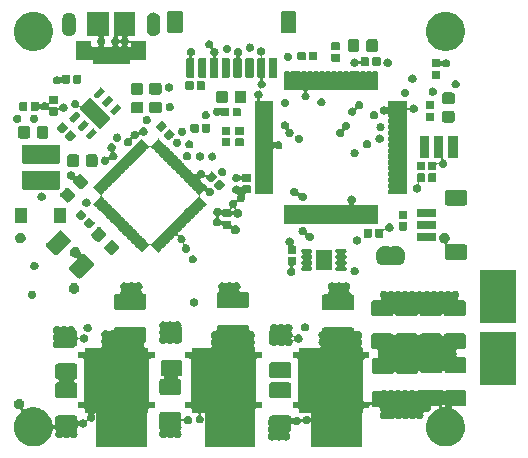
<source format=gts>
G04 #@! TF.GenerationSoftware,KiCad,Pcbnew,(5.1.4-0)*
G04 #@! TF.CreationDate,2019-10-13T11:49:40-04:00*
G04 #@! TF.ProjectId,PCB_V1.3,5043425f-5631-42e3-932e-6b696361645f,rev?*
G04 #@! TF.SameCoordinates,Original*
G04 #@! TF.FileFunction,Soldermask,Top*
G04 #@! TF.FilePolarity,Negative*
%FSLAX46Y46*%
G04 Gerber Fmt 4.6, Leading zero omitted, Abs format (unit mm)*
G04 Created by KiCad (PCBNEW (5.1.4-0)) date 2019-10-13 11:49:40*
%MOMM*%
%LPD*%
G04 APERTURE LIST*
%ADD10C,0.100000*%
G04 APERTURE END LIST*
D10*
G36*
X89750000Y-88050000D02*
G01*
X85550000Y-88050000D01*
X85550000Y-85050000D01*
X89750000Y-85050000D01*
X89750000Y-88050000D01*
G37*
X89750000Y-88050000D02*
X85550000Y-88050000D01*
X85550000Y-85050000D01*
X89750000Y-85050000D01*
X89750000Y-88050000D01*
G36*
X80700000Y-88050000D02*
G01*
X76500000Y-88050000D01*
X76500000Y-85050000D01*
X80700000Y-85050000D01*
X80700000Y-88050000D01*
G37*
X80700000Y-88050000D02*
X76500000Y-88050000D01*
X76500000Y-85050000D01*
X80700000Y-85050000D01*
X80700000Y-88050000D01*
G36*
X71550000Y-88050000D02*
G01*
X67350000Y-88050000D01*
X67350000Y-85050000D01*
X71550000Y-85050000D01*
X71550000Y-88050000D01*
G37*
X71550000Y-88050000D02*
X67350000Y-88050000D01*
X67350000Y-85050000D01*
X71550000Y-85050000D01*
X71550000Y-88050000D01*
G36*
X102800000Y-73100000D02*
G01*
X102800000Y-77550000D01*
X99850000Y-77525000D01*
X99850000Y-73075000D01*
X102800000Y-73100000D01*
G37*
X102800000Y-73100000D02*
X102800000Y-77550000D01*
X99850000Y-77525000D01*
X99850000Y-73075000D01*
X102800000Y-73100000D01*
G36*
X102750000Y-82800000D02*
G01*
X99800000Y-82800000D01*
X99800000Y-78350000D01*
X102750000Y-78350000D01*
X102750000Y-82800000D01*
G37*
X102750000Y-82800000D02*
X99800000Y-82800000D01*
X99800000Y-78350000D01*
X102750000Y-78350000D01*
X102750000Y-82800000D01*
G36*
X71418604Y-77928347D02*
G01*
X71455144Y-77939432D01*
X71488821Y-77957433D01*
X71518341Y-77981659D01*
X71542567Y-78011179D01*
X71560568Y-78044856D01*
X71571653Y-78081396D01*
X71576000Y-78125538D01*
X71576000Y-79074462D01*
X71571653Y-79118604D01*
X71560568Y-79155144D01*
X71542567Y-79188821D01*
X71518341Y-79218341D01*
X71488821Y-79242567D01*
X71467587Y-79253917D01*
X71447213Y-79267530D01*
X71429886Y-79284857D01*
X71416272Y-79305232D01*
X71411061Y-79316248D01*
X71368093Y-79380554D01*
X71356541Y-79402164D01*
X71349428Y-79425613D01*
X71347026Y-79449999D01*
X71349428Y-79474385D01*
X71356541Y-79497834D01*
X71368093Y-79519446D01*
X71411052Y-79583738D01*
X71426832Y-79621835D01*
X71438382Y-79643446D01*
X71453928Y-79662388D01*
X71472869Y-79677933D01*
X71494480Y-79689485D01*
X71517929Y-79696598D01*
X71542316Y-79699000D01*
X71726000Y-79699000D01*
X71726000Y-79944001D01*
X71728402Y-79968387D01*
X71735515Y-79991836D01*
X71747066Y-80013447D01*
X71762611Y-80032389D01*
X71781553Y-80047934D01*
X71803164Y-80059485D01*
X71826613Y-80066598D01*
X71850999Y-80069000D01*
X72301500Y-80069000D01*
X72301500Y-80601000D01*
X71925999Y-80601000D01*
X71901613Y-80603402D01*
X71878164Y-80610515D01*
X71856553Y-80622066D01*
X71837611Y-80637611D01*
X71822066Y-80656553D01*
X71810515Y-80678164D01*
X71803402Y-80701613D01*
X71801000Y-80725999D01*
X71801000Y-84174001D01*
X71803402Y-84198387D01*
X71810515Y-84221836D01*
X71822066Y-84243447D01*
X71837611Y-84262389D01*
X71856553Y-84277934D01*
X71878164Y-84289485D01*
X71901613Y-84296598D01*
X71925999Y-84299000D01*
X72301500Y-84299000D01*
X72301500Y-84831000D01*
X71850999Y-84831000D01*
X71826613Y-84833402D01*
X71803164Y-84840515D01*
X71781553Y-84852066D01*
X71762611Y-84867611D01*
X71747066Y-84886553D01*
X71735515Y-84908164D01*
X71728402Y-84931613D01*
X71726000Y-84955999D01*
X71726000Y-85201000D01*
X68770605Y-85201000D01*
X68746219Y-85203402D01*
X68722770Y-85210515D01*
X68701159Y-85222066D01*
X68682217Y-85237611D01*
X68666672Y-85256553D01*
X68655121Y-85278164D01*
X68648008Y-85301613D01*
X68645606Y-85325999D01*
X68648008Y-85350384D01*
X68651000Y-85365427D01*
X68651000Y-85434570D01*
X68636352Y-85508210D01*
X68632669Y-85520352D01*
X68630268Y-85544739D01*
X68632671Y-85569124D01*
X68639785Y-85592573D01*
X68651337Y-85614183D01*
X68666883Y-85633125D01*
X68685826Y-85648669D01*
X68707437Y-85660219D01*
X68730886Y-85667331D01*
X68755273Y-85669732D01*
X68779658Y-85667329D01*
X68791795Y-85663647D01*
X68865430Y-85649000D01*
X68934570Y-85649000D01*
X69002383Y-85662489D01*
X69007301Y-85664526D01*
X69066258Y-85688946D01*
X69123748Y-85727360D01*
X69172640Y-85776252D01*
X69211054Y-85833742D01*
X69226682Y-85871473D01*
X69237511Y-85897617D01*
X69248197Y-85951337D01*
X69251000Y-85965430D01*
X69251000Y-86034570D01*
X69236352Y-86108210D01*
X69232669Y-86120352D01*
X69230268Y-86144739D01*
X69232671Y-86169124D01*
X69239785Y-86192573D01*
X69251337Y-86214183D01*
X69266883Y-86233125D01*
X69285826Y-86248669D01*
X69307437Y-86260219D01*
X69330886Y-86267331D01*
X69355273Y-86269732D01*
X69379658Y-86267329D01*
X69391795Y-86263647D01*
X69465430Y-86249000D01*
X69534570Y-86249000D01*
X69602383Y-86262489D01*
X69611482Y-86266258D01*
X69666258Y-86288946D01*
X69723748Y-86327360D01*
X69772640Y-86376252D01*
X69811054Y-86433742D01*
X69824966Y-86467331D01*
X69837511Y-86497617D01*
X69851000Y-86565430D01*
X69851000Y-86634570D01*
X69837511Y-86702383D01*
X69837510Y-86702385D01*
X69811054Y-86766258D01*
X69772640Y-86823748D01*
X69723748Y-86872640D01*
X69666258Y-86911054D01*
X69614182Y-86932624D01*
X69602383Y-86937511D01*
X69534570Y-86951000D01*
X69465430Y-86951000D01*
X69397617Y-86937511D01*
X69385818Y-86932624D01*
X69333742Y-86911054D01*
X69276252Y-86872640D01*
X69227360Y-86823748D01*
X69188946Y-86766258D01*
X69162490Y-86702385D01*
X69162489Y-86702383D01*
X69149000Y-86634570D01*
X69149000Y-86565430D01*
X69162489Y-86497617D01*
X69163648Y-86491790D01*
X69167331Y-86479648D01*
X69169732Y-86455261D01*
X69167329Y-86430876D01*
X69160215Y-86407427D01*
X69148663Y-86385817D01*
X69133117Y-86366875D01*
X69114174Y-86351331D01*
X69092563Y-86339781D01*
X69069114Y-86332669D01*
X69044727Y-86330268D01*
X69020342Y-86332671D01*
X69008205Y-86336353D01*
X68934570Y-86351000D01*
X68865430Y-86351000D01*
X68797617Y-86337511D01*
X68780131Y-86330268D01*
X68733742Y-86311054D01*
X68676252Y-86272640D01*
X68627360Y-86223748D01*
X68588946Y-86166258D01*
X68562490Y-86102385D01*
X68562489Y-86102383D01*
X68549000Y-86034570D01*
X68549000Y-85965430D01*
X68554998Y-85935274D01*
X68563648Y-85891790D01*
X68567331Y-85879648D01*
X68569732Y-85855261D01*
X68567329Y-85830876D01*
X68560215Y-85807427D01*
X68548663Y-85785817D01*
X68533117Y-85766875D01*
X68514174Y-85751331D01*
X68492563Y-85739781D01*
X68469114Y-85732669D01*
X68444727Y-85730268D01*
X68420342Y-85732671D01*
X68408205Y-85736353D01*
X68334570Y-85751000D01*
X68265430Y-85751000D01*
X68197617Y-85737511D01*
X68180131Y-85730268D01*
X68133742Y-85711054D01*
X68076252Y-85672640D01*
X68027360Y-85623748D01*
X67988946Y-85566258D01*
X67962490Y-85502385D01*
X67962489Y-85502383D01*
X67949000Y-85434570D01*
X67949000Y-85365427D01*
X67951992Y-85350384D01*
X67954394Y-85325998D01*
X67951992Y-85301612D01*
X67944879Y-85278163D01*
X67933327Y-85256552D01*
X67917782Y-85237610D01*
X67898840Y-85222065D01*
X67877229Y-85210514D01*
X67853780Y-85203402D01*
X67829395Y-85201000D01*
X67289397Y-85201000D01*
X67265011Y-85203402D01*
X67241562Y-85210515D01*
X67219951Y-85222066D01*
X67201009Y-85237611D01*
X67185464Y-85256553D01*
X67173913Y-85278164D01*
X67166800Y-85301613D01*
X67164398Y-85325999D01*
X67166800Y-85350385D01*
X67173913Y-85373834D01*
X67185464Y-85395445D01*
X67211052Y-85433739D01*
X67237511Y-85497617D01*
X67251000Y-85565430D01*
X67251000Y-85634570D01*
X67237511Y-85702383D01*
X67237510Y-85702385D01*
X67211054Y-85766258D01*
X67172640Y-85823748D01*
X67123748Y-85872640D01*
X67066258Y-85911054D01*
X67021067Y-85929772D01*
X67002383Y-85937511D01*
X66934570Y-85951000D01*
X66865430Y-85951000D01*
X66797617Y-85937511D01*
X66781053Y-85930650D01*
X66728466Y-85908869D01*
X66716881Y-85902676D01*
X66693432Y-85895563D01*
X66669046Y-85893161D01*
X66644660Y-85895563D01*
X66621211Y-85902676D01*
X66599600Y-85914227D01*
X66580658Y-85929772D01*
X66565112Y-85948714D01*
X66553561Y-85970324D01*
X66546448Y-85993773D01*
X66544046Y-86018159D01*
X66546448Y-86042544D01*
X66551000Y-86065430D01*
X66551000Y-86134570D01*
X66537511Y-86202383D01*
X66537510Y-86202385D01*
X66511054Y-86266258D01*
X66472640Y-86323748D01*
X66423748Y-86372640D01*
X66366258Y-86411054D01*
X66314182Y-86432624D01*
X66302383Y-86437511D01*
X66234570Y-86451000D01*
X66165430Y-86451000D01*
X66097617Y-86437511D01*
X66085818Y-86432624D01*
X66033742Y-86411054D01*
X65976252Y-86372640D01*
X65964009Y-86360397D01*
X65945067Y-86344852D01*
X65923456Y-86333301D01*
X65900007Y-86326188D01*
X65875621Y-86323786D01*
X65851235Y-86326188D01*
X65827786Y-86333301D01*
X65806175Y-86344852D01*
X65787233Y-86360397D01*
X65771688Y-86379339D01*
X65760137Y-86400950D01*
X65753024Y-86424397D01*
X65737511Y-86502383D01*
X65735515Y-86507201D01*
X65728402Y-86530650D01*
X65726000Y-86555036D01*
X65726000Y-86574462D01*
X65721653Y-86618604D01*
X65710568Y-86655143D01*
X65693065Y-86687890D01*
X65683688Y-86710529D01*
X65678908Y-86734563D01*
X65678908Y-86759067D01*
X65683689Y-86783100D01*
X65699372Y-86816259D01*
X65711054Y-86833742D01*
X65730868Y-86881579D01*
X65737511Y-86897617D01*
X65751000Y-86965430D01*
X65751000Y-87034570D01*
X65737511Y-87102383D01*
X65737510Y-87102385D01*
X65711054Y-87166258D01*
X65672640Y-87223748D01*
X65623748Y-87272640D01*
X65566258Y-87311054D01*
X65514182Y-87332624D01*
X65502383Y-87337511D01*
X65434570Y-87351000D01*
X65365430Y-87351000D01*
X65297617Y-87337511D01*
X65278905Y-87329760D01*
X65233738Y-87311052D01*
X65169446Y-87268093D01*
X65147836Y-87256541D01*
X65124387Y-87249428D01*
X65100001Y-87247026D01*
X65075615Y-87249428D01*
X65052166Y-87256541D01*
X65030554Y-87268093D01*
X64966262Y-87311052D01*
X64921095Y-87329760D01*
X64902383Y-87337511D01*
X64834570Y-87351000D01*
X64765430Y-87351000D01*
X64697617Y-87337511D01*
X64678905Y-87329760D01*
X64633738Y-87311052D01*
X64569446Y-87268093D01*
X64547836Y-87256541D01*
X64524387Y-87249428D01*
X64500001Y-87247026D01*
X64475615Y-87249428D01*
X64452166Y-87256541D01*
X64430554Y-87268093D01*
X64366262Y-87311052D01*
X64321095Y-87329760D01*
X64302383Y-87337511D01*
X64234570Y-87351000D01*
X64165430Y-87351000D01*
X64097617Y-87337511D01*
X64085818Y-87332624D01*
X64033742Y-87311054D01*
X63976252Y-87272640D01*
X63927360Y-87223748D01*
X63888946Y-87166258D01*
X63862490Y-87102385D01*
X63862489Y-87102383D01*
X63849000Y-87034570D01*
X63849000Y-86965430D01*
X63862489Y-86897617D01*
X63869132Y-86881579D01*
X63888946Y-86833742D01*
X63900628Y-86816259D01*
X63912179Y-86794648D01*
X63919292Y-86771199D01*
X63921694Y-86746813D01*
X63919292Y-86722427D01*
X63906935Y-86687890D01*
X63889432Y-86655144D01*
X63879169Y-86621312D01*
X63869791Y-86598673D01*
X63856177Y-86578299D01*
X63838850Y-86560972D01*
X63818475Y-86547359D01*
X63795836Y-86537982D01*
X63771803Y-86533202D01*
X63747299Y-86533202D01*
X63723266Y-86537983D01*
X63700627Y-86547361D01*
X63680253Y-86560975D01*
X63662926Y-86578302D01*
X63649313Y-86598677D01*
X63636956Y-86633213D01*
X63587553Y-86881579D01*
X63463097Y-87182042D01*
X63282415Y-87452451D01*
X63052451Y-87682415D01*
X62782042Y-87863097D01*
X62481579Y-87987553D01*
X62375256Y-88008702D01*
X62162611Y-88051000D01*
X61837389Y-88051000D01*
X61624744Y-88008702D01*
X61518421Y-87987553D01*
X61217958Y-87863097D01*
X60947549Y-87682415D01*
X60717585Y-87452451D01*
X60536903Y-87182042D01*
X60412447Y-86881579D01*
X60376329Y-86700001D01*
X60349000Y-86562611D01*
X60349000Y-86237389D01*
X60407680Y-85942387D01*
X60412447Y-85918421D01*
X60507070Y-85689981D01*
X60536902Y-85617960D01*
X60538194Y-85616026D01*
X60717585Y-85347549D01*
X60947549Y-85117585D01*
X60947552Y-85117583D01*
X60952146Y-85112989D01*
X60967691Y-85094047D01*
X60979242Y-85072436D01*
X60986355Y-85048987D01*
X60988757Y-85024601D01*
X60986355Y-85000215D01*
X60979242Y-84976766D01*
X60967691Y-84955155D01*
X60952146Y-84936213D01*
X60933204Y-84920668D01*
X60911593Y-84909117D01*
X60888144Y-84902004D01*
X60863758Y-84899602D01*
X60849569Y-84901000D01*
X60755579Y-84901000D01*
X60668448Y-84883669D01*
X60586373Y-84849672D01*
X60586372Y-84849672D01*
X60586371Y-84849671D01*
X60516772Y-84803166D01*
X60512505Y-84800315D01*
X60449685Y-84737495D01*
X60405813Y-84671836D01*
X60400329Y-84663629D01*
X60394787Y-84650249D01*
X60366331Y-84581552D01*
X60349000Y-84494421D01*
X60349000Y-84405579D01*
X60366331Y-84318448D01*
X60400328Y-84236373D01*
X60401533Y-84234570D01*
X60449686Y-84162504D01*
X60512504Y-84099686D01*
X60586371Y-84050329D01*
X60586373Y-84050328D01*
X60668448Y-84016331D01*
X60755579Y-83999000D01*
X60844421Y-83999000D01*
X60931552Y-84016331D01*
X61013627Y-84050328D01*
X61013629Y-84050329D01*
X61087496Y-84099686D01*
X61150314Y-84162504D01*
X61198468Y-84234570D01*
X61199672Y-84236373D01*
X61233669Y-84318448D01*
X61251000Y-84405579D01*
X61251000Y-84494421D01*
X61233669Y-84581552D01*
X61199671Y-84663630D01*
X61169133Y-84709334D01*
X61157582Y-84730945D01*
X61150469Y-84754394D01*
X61148067Y-84778780D01*
X61150469Y-84803166D01*
X61157582Y-84826615D01*
X61169134Y-84848225D01*
X61184679Y-84867167D01*
X61203621Y-84882712D01*
X61225232Y-84894263D01*
X61248681Y-84901376D01*
X61273067Y-84903778D01*
X61297453Y-84901376D01*
X61320897Y-84894264D01*
X61518421Y-84812447D01*
X61624744Y-84791298D01*
X61837389Y-84749000D01*
X62162611Y-84749000D01*
X62375256Y-84791298D01*
X62481579Y-84812447D01*
X62653521Y-84883668D01*
X62780377Y-84936213D01*
X62782042Y-84936903D01*
X63052451Y-85117585D01*
X63282415Y-85347549D01*
X63461806Y-85616026D01*
X63463098Y-85617960D01*
X63492930Y-85689981D01*
X63587553Y-85918421D01*
X63607392Y-86018159D01*
X63626404Y-86113738D01*
X63633517Y-86137187D01*
X63645068Y-86158798D01*
X63660613Y-86177740D01*
X63679555Y-86193285D01*
X63701166Y-86204836D01*
X63724615Y-86211949D01*
X63749001Y-86214351D01*
X63773387Y-86211949D01*
X63796836Y-86204836D01*
X63818447Y-86193285D01*
X63837389Y-86177740D01*
X63852934Y-86158798D01*
X63864485Y-86137187D01*
X63871598Y-86113738D01*
X63874000Y-86089352D01*
X63874000Y-85955036D01*
X63871598Y-85930650D01*
X63864485Y-85907201D01*
X63862489Y-85902383D01*
X63849000Y-85834570D01*
X63849000Y-85765430D01*
X63862489Y-85697617D01*
X63864485Y-85692799D01*
X63871598Y-85669350D01*
X63874000Y-85644964D01*
X63874000Y-85625538D01*
X63878347Y-85581396D01*
X63889432Y-85544856D01*
X63907433Y-85511179D01*
X63931659Y-85481659D01*
X63961179Y-85457433D01*
X63994856Y-85439432D01*
X64031396Y-85428347D01*
X64075538Y-85424000D01*
X65524462Y-85424000D01*
X65568604Y-85428347D01*
X65605144Y-85439432D01*
X65638821Y-85457433D01*
X65668341Y-85481659D01*
X65692567Y-85511179D01*
X65710568Y-85544856D01*
X65721653Y-85581396D01*
X65726000Y-85625538D01*
X65726000Y-85644964D01*
X65728402Y-85669350D01*
X65735515Y-85692799D01*
X65737511Y-85697617D01*
X65753024Y-85775603D01*
X65760138Y-85799051D01*
X65771689Y-85820662D01*
X65787234Y-85839604D01*
X65806177Y-85855149D01*
X65827787Y-85866700D01*
X65851236Y-85873812D01*
X65875623Y-85876214D01*
X65900009Y-85873812D01*
X65923457Y-85866698D01*
X65945068Y-85855147D01*
X65964009Y-85839603D01*
X65976252Y-85827360D01*
X66033742Y-85788946D01*
X66091219Y-85765139D01*
X66097617Y-85762489D01*
X66165430Y-85749000D01*
X66234570Y-85749000D01*
X66302383Y-85762489D01*
X66308781Y-85765139D01*
X66371534Y-85791131D01*
X66383119Y-85797324D01*
X66406568Y-85804437D01*
X66430954Y-85806839D01*
X66455340Y-85804437D01*
X66478789Y-85797324D01*
X66500400Y-85785773D01*
X66519342Y-85770228D01*
X66534888Y-85751286D01*
X66546439Y-85729676D01*
X66553552Y-85706227D01*
X66555954Y-85681841D01*
X66553552Y-85657452D01*
X66553371Y-85656541D01*
X66549000Y-85634570D01*
X66549000Y-85565430D01*
X66562489Y-85497617D01*
X66588948Y-85433739D01*
X66614536Y-85395445D01*
X66626087Y-85373835D01*
X66633200Y-85350386D01*
X66635602Y-85326000D01*
X66633200Y-85301614D01*
X66626087Y-85278165D01*
X66614536Y-85256554D01*
X66598991Y-85237612D01*
X66580050Y-85222067D01*
X66558439Y-85210515D01*
X66534990Y-85203402D01*
X66510603Y-85201000D01*
X66374000Y-85201000D01*
X66374000Y-84955999D01*
X66371598Y-84931613D01*
X66364485Y-84908164D01*
X66352934Y-84886553D01*
X66337389Y-84867611D01*
X66318447Y-84852066D01*
X66296836Y-84840515D01*
X66273387Y-84833402D01*
X66249001Y-84831000D01*
X65798500Y-84831000D01*
X65798500Y-84299000D01*
X66174001Y-84299000D01*
X66198387Y-84296598D01*
X66221836Y-84289485D01*
X66243447Y-84277934D01*
X66262389Y-84262389D01*
X66277934Y-84243447D01*
X66289485Y-84221836D01*
X66296598Y-84198387D01*
X66299000Y-84174001D01*
X66299000Y-80725999D01*
X66296598Y-80701613D01*
X66289485Y-80678164D01*
X66277934Y-80656553D01*
X66262389Y-80637611D01*
X66243447Y-80622066D01*
X66221836Y-80610515D01*
X66198387Y-80603402D01*
X66174001Y-80601000D01*
X65798500Y-80601000D01*
X65798500Y-80069000D01*
X66249001Y-80069000D01*
X66273387Y-80066598D01*
X66296836Y-80059485D01*
X66318447Y-80047934D01*
X66337389Y-80032389D01*
X66352934Y-80013447D01*
X66364485Y-79991836D01*
X66371598Y-79968387D01*
X66374000Y-79944001D01*
X66374000Y-79699000D01*
X67657684Y-79699000D01*
X67682070Y-79696598D01*
X67705519Y-79689485D01*
X67727130Y-79677934D01*
X67746072Y-79662389D01*
X67761617Y-79643447D01*
X67773168Y-79621835D01*
X67788948Y-79583738D01*
X67831907Y-79519446D01*
X67843459Y-79497836D01*
X67850572Y-79474387D01*
X67852974Y-79450001D01*
X67850572Y-79425615D01*
X67843459Y-79402166D01*
X67831907Y-79380554D01*
X67788948Y-79316262D01*
X67765879Y-79260568D01*
X67762489Y-79252383D01*
X67749000Y-79184570D01*
X67749000Y-79115430D01*
X67762489Y-79047617D01*
X67779893Y-79005600D01*
X67788948Y-78983738D01*
X67831907Y-78919446D01*
X67843459Y-78897836D01*
X67850572Y-78874387D01*
X67852974Y-78850001D01*
X67850572Y-78825615D01*
X67843459Y-78802166D01*
X67831907Y-78780554D01*
X67788948Y-78716262D01*
X67767050Y-78663394D01*
X67762489Y-78652383D01*
X67749000Y-78584570D01*
X67749000Y-78515430D01*
X67762489Y-78447617D01*
X67772375Y-78423749D01*
X67788946Y-78383742D01*
X67827360Y-78326252D01*
X67876252Y-78277360D01*
X67933742Y-78238946D01*
X67985818Y-78217376D01*
X67997617Y-78212489D01*
X68065430Y-78199000D01*
X68134570Y-78199000D01*
X68202383Y-78212489D01*
X68221095Y-78220240D01*
X68266262Y-78238948D01*
X68330554Y-78281907D01*
X68352164Y-78293459D01*
X68375613Y-78300572D01*
X68399999Y-78302974D01*
X68424385Y-78300572D01*
X68447834Y-78293459D01*
X68469446Y-78281907D01*
X68533738Y-78238948D01*
X68578905Y-78220240D01*
X68597617Y-78212489D01*
X68665430Y-78199000D01*
X68703472Y-78199000D01*
X68727858Y-78196598D01*
X68751307Y-78189485D01*
X68772918Y-78177934D01*
X68791860Y-78162389D01*
X68807405Y-78143447D01*
X68818956Y-78121836D01*
X68827869Y-78086253D01*
X68828347Y-78081396D01*
X68839432Y-78044856D01*
X68857433Y-78011179D01*
X68881659Y-77981659D01*
X68911179Y-77957433D01*
X68944856Y-77939432D01*
X68981396Y-77928347D01*
X69025538Y-77924000D01*
X71374462Y-77924000D01*
X71418604Y-77928347D01*
X71418604Y-77928347D01*
G37*
G36*
X89018604Y-77978347D02*
G01*
X89055144Y-77989432D01*
X89088821Y-78007433D01*
X89118341Y-78031659D01*
X89142567Y-78061179D01*
X89160568Y-78094856D01*
X89171653Y-78131397D01*
X89176395Y-78179548D01*
X89181175Y-78203582D01*
X89190552Y-78226221D01*
X89204166Y-78246595D01*
X89221493Y-78263922D01*
X89241867Y-78277536D01*
X89264506Y-78286913D01*
X89288539Y-78291694D01*
X89313043Y-78291694D01*
X89348626Y-78282781D01*
X89387180Y-78266812D01*
X89397617Y-78262489D01*
X89465430Y-78249000D01*
X89534570Y-78249000D01*
X89602383Y-78262489D01*
X89614182Y-78267376D01*
X89666258Y-78288946D01*
X89723748Y-78327360D01*
X89772640Y-78376252D01*
X89811054Y-78433742D01*
X89818685Y-78452166D01*
X89837511Y-78497617D01*
X89851000Y-78565430D01*
X89851000Y-78634570D01*
X89837511Y-78702383D01*
X89837510Y-78702385D01*
X89811052Y-78766262D01*
X89768093Y-78830554D01*
X89756541Y-78852164D01*
X89749428Y-78875613D01*
X89747026Y-78899999D01*
X89749428Y-78924385D01*
X89756541Y-78947834D01*
X89768093Y-78969446D01*
X89811052Y-79033738D01*
X89818685Y-79052166D01*
X89837511Y-79097617D01*
X89851000Y-79165430D01*
X89851000Y-79234570D01*
X89837511Y-79302383D01*
X89837510Y-79302385D01*
X89811052Y-79366262D01*
X89768093Y-79430554D01*
X89756541Y-79452164D01*
X89749428Y-79475613D01*
X89747026Y-79499999D01*
X89749428Y-79524385D01*
X89756541Y-79547834D01*
X89768093Y-79569447D01*
X89817540Y-79643448D01*
X89833085Y-79662390D01*
X89852027Y-79677935D01*
X89873638Y-79689486D01*
X89876000Y-79690202D01*
X89876000Y-79944001D01*
X89878402Y-79968387D01*
X89885515Y-79991836D01*
X89897066Y-80013447D01*
X89912611Y-80032389D01*
X89931553Y-80047934D01*
X89953164Y-80059485D01*
X89976613Y-80066598D01*
X90000999Y-80069000D01*
X90451500Y-80069000D01*
X90451500Y-80601000D01*
X90075999Y-80601000D01*
X90051613Y-80603402D01*
X90028164Y-80610515D01*
X90006553Y-80622066D01*
X89987611Y-80637611D01*
X89972066Y-80656553D01*
X89960515Y-80678164D01*
X89953402Y-80701613D01*
X89951000Y-80725999D01*
X89951000Y-84174001D01*
X89953402Y-84198387D01*
X89960515Y-84221836D01*
X89972066Y-84243447D01*
X89987611Y-84262389D01*
X90006553Y-84277934D01*
X90028164Y-84289485D01*
X90051613Y-84296598D01*
X90075999Y-84299000D01*
X90549001Y-84299000D01*
X90573387Y-84296598D01*
X90596836Y-84289485D01*
X90618447Y-84277934D01*
X90637389Y-84262389D01*
X90652934Y-84243447D01*
X90664485Y-84221836D01*
X90671598Y-84198387D01*
X90674000Y-84174001D01*
X90674000Y-83575538D01*
X90678347Y-83531396D01*
X90689432Y-83494856D01*
X90707433Y-83461179D01*
X90731659Y-83431659D01*
X90761179Y-83407433D01*
X90794856Y-83389432D01*
X90831396Y-83378347D01*
X90875538Y-83374000D01*
X91377835Y-83374000D01*
X91402221Y-83371598D01*
X91425670Y-83364485D01*
X91447281Y-83352934D01*
X91466223Y-83337389D01*
X91476252Y-83327360D01*
X91533742Y-83288946D01*
X91597615Y-83262490D01*
X91597614Y-83262490D01*
X91597617Y-83262489D01*
X91665430Y-83249000D01*
X91734570Y-83249000D01*
X91802383Y-83262489D01*
X91811489Y-83266261D01*
X91866262Y-83288948D01*
X91930554Y-83331907D01*
X91952164Y-83343459D01*
X91975613Y-83350572D01*
X91999999Y-83352974D01*
X92024385Y-83350572D01*
X92047834Y-83343459D01*
X92069446Y-83331907D01*
X92133738Y-83288948D01*
X92188511Y-83266261D01*
X92197617Y-83262489D01*
X92265430Y-83249000D01*
X92334570Y-83249000D01*
X92402383Y-83262489D01*
X92411489Y-83266261D01*
X92466262Y-83288948D01*
X92530554Y-83331907D01*
X92552164Y-83343459D01*
X92575613Y-83350572D01*
X92599999Y-83352974D01*
X92624385Y-83350572D01*
X92647834Y-83343459D01*
X92669446Y-83331907D01*
X92733738Y-83288948D01*
X92788511Y-83266261D01*
X92797617Y-83262489D01*
X92865430Y-83249000D01*
X92934570Y-83249000D01*
X93002383Y-83262489D01*
X93011489Y-83266261D01*
X93066262Y-83288948D01*
X93130554Y-83331907D01*
X93152164Y-83343459D01*
X93175613Y-83350572D01*
X93199999Y-83352974D01*
X93224385Y-83350572D01*
X93247834Y-83343459D01*
X93269446Y-83331907D01*
X93333738Y-83288948D01*
X93388511Y-83266261D01*
X93397617Y-83262489D01*
X93465430Y-83249000D01*
X93534570Y-83249000D01*
X93602383Y-83262489D01*
X93611489Y-83266261D01*
X93666262Y-83288948D01*
X93730554Y-83331907D01*
X93752164Y-83343459D01*
X93775613Y-83350572D01*
X93799999Y-83352974D01*
X93824385Y-83350572D01*
X93847834Y-83343459D01*
X93869446Y-83331907D01*
X93933738Y-83288948D01*
X93988511Y-83266261D01*
X93997617Y-83262489D01*
X94065430Y-83249000D01*
X94134570Y-83249000D01*
X94202383Y-83262489D01*
X94211489Y-83266261D01*
X94266262Y-83288948D01*
X94330554Y-83331907D01*
X94352164Y-83343459D01*
X94375613Y-83350572D01*
X94399999Y-83352974D01*
X94424385Y-83350572D01*
X94447834Y-83343459D01*
X94469446Y-83331907D01*
X94533738Y-83288948D01*
X94588511Y-83266261D01*
X94597617Y-83262489D01*
X94665430Y-83249000D01*
X94734570Y-83249000D01*
X94802383Y-83262489D01*
X94802386Y-83262490D01*
X94802385Y-83262490D01*
X94837704Y-83277119D01*
X94861153Y-83284232D01*
X94885539Y-83286634D01*
X94921823Y-83281252D01*
X94931399Y-83278347D01*
X94975538Y-83274000D01*
X95144964Y-83274000D01*
X95169350Y-83271598D01*
X95192796Y-83264486D01*
X95197617Y-83262489D01*
X95265430Y-83249000D01*
X95334570Y-83249000D01*
X95402383Y-83262489D01*
X95407204Y-83264486D01*
X95430650Y-83271598D01*
X95455036Y-83274000D01*
X95744964Y-83274000D01*
X95769350Y-83271598D01*
X95792796Y-83264486D01*
X95797617Y-83262489D01*
X95865430Y-83249000D01*
X95934570Y-83249000D01*
X96002383Y-83262489D01*
X96007204Y-83264486D01*
X96030650Y-83271598D01*
X96055036Y-83274000D01*
X96344964Y-83274000D01*
X96369350Y-83271598D01*
X96392796Y-83264486D01*
X96397617Y-83262489D01*
X96465430Y-83249000D01*
X96534570Y-83249000D01*
X96602383Y-83262489D01*
X96611489Y-83266261D01*
X96666262Y-83288948D01*
X96730554Y-83331907D01*
X96752164Y-83343459D01*
X96775613Y-83350572D01*
X96799999Y-83352974D01*
X96824385Y-83350572D01*
X96847834Y-83343459D01*
X96869446Y-83331907D01*
X96933738Y-83288948D01*
X96988511Y-83266261D01*
X96997617Y-83262489D01*
X97065430Y-83249000D01*
X97134570Y-83249000D01*
X97202383Y-83262489D01*
X97207204Y-83264486D01*
X97230650Y-83271598D01*
X97255036Y-83274000D01*
X97544964Y-83274000D01*
X97569350Y-83271598D01*
X97592796Y-83264486D01*
X97597617Y-83262489D01*
X97665430Y-83249000D01*
X97734570Y-83249000D01*
X97802383Y-83262489D01*
X97807204Y-83264486D01*
X97830650Y-83271598D01*
X97855036Y-83274000D01*
X98474462Y-83274000D01*
X98518604Y-83278347D01*
X98555144Y-83289432D01*
X98588821Y-83307433D01*
X98618341Y-83331659D01*
X98642567Y-83361179D01*
X98660568Y-83394856D01*
X98671653Y-83431396D01*
X98676000Y-83475538D01*
X98676000Y-84424462D01*
X98671653Y-84468604D01*
X98660568Y-84505144D01*
X98642567Y-84538821D01*
X98618341Y-84568341D01*
X98588821Y-84592567D01*
X98555144Y-84610568D01*
X98518604Y-84621653D01*
X98474462Y-84626000D01*
X97559868Y-84626000D01*
X97535482Y-84628402D01*
X97512033Y-84635515D01*
X97490422Y-84647066D01*
X97471480Y-84662611D01*
X97455935Y-84681553D01*
X97444384Y-84703164D01*
X97437271Y-84726613D01*
X97434869Y-84750999D01*
X97437271Y-84775385D01*
X97444384Y-84798834D01*
X97455935Y-84820445D01*
X97471480Y-84839387D01*
X97490422Y-84854932D01*
X97512032Y-84866482D01*
X97553521Y-84883668D01*
X97680377Y-84936213D01*
X97682042Y-84936903D01*
X97952451Y-85117585D01*
X98182415Y-85347549D01*
X98361806Y-85616026D01*
X98363098Y-85617960D01*
X98392930Y-85689981D01*
X98487553Y-85918421D01*
X98492320Y-85942387D01*
X98551000Y-86237389D01*
X98551000Y-86562611D01*
X98523671Y-86700001D01*
X98487553Y-86881579D01*
X98363097Y-87182042D01*
X98182415Y-87452451D01*
X97952451Y-87682415D01*
X97682042Y-87863097D01*
X97381579Y-87987553D01*
X97275256Y-88008702D01*
X97062611Y-88051000D01*
X96737389Y-88051000D01*
X96524744Y-88008702D01*
X96418421Y-87987553D01*
X96117958Y-87863097D01*
X95847549Y-87682415D01*
X95617585Y-87452451D01*
X95436903Y-87182042D01*
X95312447Y-86881579D01*
X95276329Y-86700001D01*
X95249000Y-86562611D01*
X95249000Y-86237389D01*
X95307680Y-85942387D01*
X95312447Y-85918421D01*
X95407070Y-85689981D01*
X95436902Y-85617960D01*
X95438194Y-85616026D01*
X95617585Y-85347549D01*
X95847549Y-85117585D01*
X96117958Y-84936903D01*
X96119624Y-84936213D01*
X96246479Y-84883668D01*
X96287968Y-84866482D01*
X96309578Y-84854932D01*
X96328520Y-84839387D01*
X96344065Y-84820445D01*
X96355616Y-84798834D01*
X96362729Y-84775385D01*
X96365131Y-84750999D01*
X96362729Y-84726613D01*
X96355616Y-84703164D01*
X96344065Y-84681553D01*
X96328520Y-84662611D01*
X96309578Y-84647066D01*
X96287967Y-84635515D01*
X96264518Y-84628402D01*
X96240132Y-84626000D01*
X95775577Y-84626000D01*
X95751191Y-84628402D01*
X95727742Y-84635515D01*
X95706131Y-84647066D01*
X95687189Y-84662611D01*
X95671644Y-84681553D01*
X95660093Y-84703164D01*
X95652980Y-84726613D01*
X95650578Y-84750999D01*
X95651000Y-84755279D01*
X95651000Y-84834570D01*
X95637511Y-84902383D01*
X95637510Y-84902385D01*
X95611054Y-84966258D01*
X95572640Y-85023748D01*
X95523748Y-85072640D01*
X95466258Y-85111054D01*
X95419869Y-85130268D01*
X95402383Y-85137511D01*
X95334570Y-85151000D01*
X95265430Y-85151000D01*
X95191790Y-85136352D01*
X95179648Y-85132669D01*
X95155261Y-85130268D01*
X95130876Y-85132671D01*
X95107427Y-85139785D01*
X95085817Y-85151337D01*
X95066875Y-85166883D01*
X95051331Y-85185826D01*
X95039781Y-85207437D01*
X95032669Y-85230886D01*
X95030268Y-85255273D01*
X95032671Y-85279658D01*
X95036353Y-85291795D01*
X95037511Y-85297617D01*
X95051000Y-85365430D01*
X95051000Y-85434570D01*
X95037511Y-85502383D01*
X95037510Y-85502385D01*
X95011054Y-85566258D01*
X94972640Y-85623748D01*
X94923748Y-85672640D01*
X94866258Y-85711054D01*
X94819869Y-85730268D01*
X94802383Y-85737511D01*
X94734570Y-85751000D01*
X94665430Y-85751000D01*
X94597617Y-85737511D01*
X94575930Y-85728528D01*
X94533738Y-85711052D01*
X94469446Y-85668093D01*
X94447836Y-85656541D01*
X94424387Y-85649428D01*
X94400001Y-85647026D01*
X94375615Y-85649428D01*
X94352166Y-85656541D01*
X94330554Y-85668093D01*
X94266262Y-85711052D01*
X94224070Y-85728528D01*
X94202383Y-85737511D01*
X94134570Y-85751000D01*
X94065430Y-85751000D01*
X93997617Y-85737511D01*
X93975930Y-85728528D01*
X93933738Y-85711052D01*
X93869446Y-85668093D01*
X93847836Y-85656541D01*
X93824387Y-85649428D01*
X93800001Y-85647026D01*
X93775615Y-85649428D01*
X93752166Y-85656541D01*
X93730554Y-85668093D01*
X93666262Y-85711052D01*
X93624070Y-85728528D01*
X93602383Y-85737511D01*
X93534570Y-85751000D01*
X93465430Y-85751000D01*
X93397617Y-85737511D01*
X93375930Y-85728528D01*
X93333738Y-85711052D01*
X93269446Y-85668093D01*
X93247836Y-85656541D01*
X93224387Y-85649428D01*
X93200001Y-85647026D01*
X93175615Y-85649428D01*
X93152166Y-85656541D01*
X93130554Y-85668093D01*
X93066262Y-85711052D01*
X93024070Y-85728528D01*
X93002383Y-85737511D01*
X92934570Y-85751000D01*
X92865430Y-85751000D01*
X92797617Y-85737511D01*
X92775930Y-85728528D01*
X92733738Y-85711052D01*
X92669446Y-85668093D01*
X92647836Y-85656541D01*
X92624387Y-85649428D01*
X92600001Y-85647026D01*
X92575615Y-85649428D01*
X92552166Y-85656541D01*
X92530554Y-85668093D01*
X92466262Y-85711052D01*
X92424070Y-85728528D01*
X92402383Y-85737511D01*
X92334570Y-85751000D01*
X92265430Y-85751000D01*
X92197617Y-85737511D01*
X92175930Y-85728528D01*
X92133738Y-85711052D01*
X92069446Y-85668093D01*
X92047836Y-85656541D01*
X92024387Y-85649428D01*
X92000001Y-85647026D01*
X91975615Y-85649428D01*
X91952166Y-85656541D01*
X91930554Y-85668093D01*
X91866262Y-85711052D01*
X91824070Y-85728528D01*
X91802383Y-85737511D01*
X91734570Y-85751000D01*
X91665430Y-85751000D01*
X91597617Y-85737511D01*
X91580131Y-85730268D01*
X91533742Y-85711054D01*
X91476252Y-85672640D01*
X91427360Y-85623748D01*
X91388946Y-85566258D01*
X91362490Y-85502385D01*
X91362489Y-85502383D01*
X91349000Y-85434570D01*
X91349000Y-85365430D01*
X91362489Y-85297617D01*
X91379498Y-85256553D01*
X91388948Y-85233738D01*
X91431907Y-85169446D01*
X91443459Y-85147836D01*
X91450572Y-85124387D01*
X91452974Y-85100001D01*
X91450572Y-85075615D01*
X91443459Y-85052166D01*
X91431907Y-85030554D01*
X91388948Y-84966262D01*
X91362490Y-84902385D01*
X91362489Y-84902383D01*
X91349000Y-84834570D01*
X91347417Y-84826612D01*
X91340304Y-84803163D01*
X91328752Y-84781553D01*
X91313207Y-84762611D01*
X91294265Y-84747066D01*
X91272654Y-84735515D01*
X91249205Y-84728402D01*
X91224820Y-84726000D01*
X90875538Y-84726000D01*
X90831396Y-84721653D01*
X90794856Y-84710568D01*
X90761179Y-84692567D01*
X90731659Y-84668341D01*
X90707433Y-84638821D01*
X90700507Y-84625863D01*
X96590725Y-84625863D01*
X96593127Y-84650249D01*
X96600240Y-84673698D01*
X96611792Y-84695308D01*
X96627337Y-84714250D01*
X96646279Y-84729795D01*
X96667890Y-84741346D01*
X96691339Y-84748459D01*
X96715725Y-84750861D01*
X96734619Y-84749000D01*
X96765634Y-84749000D01*
X96790020Y-84746598D01*
X96813469Y-84739485D01*
X96835080Y-84727934D01*
X96854022Y-84712389D01*
X96869567Y-84693447D01*
X96881118Y-84671836D01*
X96888231Y-84648387D01*
X96890633Y-84624001D01*
X96888231Y-84599615D01*
X96881118Y-84576166D01*
X96869567Y-84554555D01*
X96862260Y-84544702D01*
X96852371Y-84532652D01*
X96847596Y-84525504D01*
X96830270Y-84508175D01*
X96809898Y-84494559D01*
X96787260Y-84485180D01*
X96763227Y-84480396D01*
X96738723Y-84480394D01*
X96714689Y-84485171D01*
X96692049Y-84494546D01*
X96681514Y-84500860D01*
X96664796Y-84512031D01*
X96646278Y-84521930D01*
X96627336Y-84537475D01*
X96611791Y-84556417D01*
X96600240Y-84578028D01*
X96593127Y-84601477D01*
X96590725Y-84625863D01*
X90700507Y-84625863D01*
X90686738Y-84600104D01*
X90673124Y-84579729D01*
X90655797Y-84562402D01*
X90635423Y-84548789D01*
X90612784Y-84539411D01*
X90588751Y-84534631D01*
X90564247Y-84534631D01*
X90540214Y-84539411D01*
X90517575Y-84548789D01*
X90497200Y-84562403D01*
X90479873Y-84579730D01*
X90466260Y-84600104D01*
X90456882Y-84622743D01*
X90451500Y-84659028D01*
X90451500Y-84831000D01*
X90000999Y-84831000D01*
X89976613Y-84833402D01*
X89953164Y-84840515D01*
X89931553Y-84852066D01*
X89912611Y-84867611D01*
X89897066Y-84886553D01*
X89885515Y-84908164D01*
X89878402Y-84931613D01*
X89876000Y-84955999D01*
X89876000Y-85201000D01*
X87289397Y-85201000D01*
X87265011Y-85203402D01*
X87241562Y-85210515D01*
X87219951Y-85222066D01*
X87201009Y-85237611D01*
X87185464Y-85256553D01*
X87173913Y-85278164D01*
X87166800Y-85301613D01*
X87164398Y-85325999D01*
X87166800Y-85350385D01*
X87173913Y-85373834D01*
X87185464Y-85395445D01*
X87211052Y-85433739D01*
X87237511Y-85497617D01*
X87247732Y-85549000D01*
X87251000Y-85565430D01*
X87251000Y-85634570D01*
X87236352Y-85708210D01*
X87232669Y-85720352D01*
X87230268Y-85744739D01*
X87232671Y-85769124D01*
X87239785Y-85792573D01*
X87251337Y-85814183D01*
X87266883Y-85833125D01*
X87285826Y-85848669D01*
X87307437Y-85860219D01*
X87330886Y-85867331D01*
X87355273Y-85869732D01*
X87379658Y-85867329D01*
X87391795Y-85863647D01*
X87465430Y-85849000D01*
X87534570Y-85849000D01*
X87602383Y-85862489D01*
X87605181Y-85863648D01*
X87666258Y-85888946D01*
X87723748Y-85927360D01*
X87772640Y-85976252D01*
X87811054Y-86033742D01*
X87822961Y-86062489D01*
X87837511Y-86097617D01*
X87846884Y-86144739D01*
X87851000Y-86165430D01*
X87851000Y-86234570D01*
X87836352Y-86308210D01*
X87832669Y-86320352D01*
X87830268Y-86344739D01*
X87832671Y-86369124D01*
X87839785Y-86392573D01*
X87851337Y-86414183D01*
X87866883Y-86433125D01*
X87885826Y-86448669D01*
X87907437Y-86460219D01*
X87930886Y-86467331D01*
X87955273Y-86469732D01*
X87979658Y-86467329D01*
X87991795Y-86463647D01*
X88065430Y-86449000D01*
X88134570Y-86449000D01*
X88202383Y-86462489D01*
X88214068Y-86467329D01*
X88266258Y-86488946D01*
X88323748Y-86527360D01*
X88372640Y-86576252D01*
X88411054Y-86633742D01*
X88419967Y-86655261D01*
X88437511Y-86697617D01*
X88451000Y-86765430D01*
X88451000Y-86834570D01*
X88437511Y-86902383D01*
X88437510Y-86902385D01*
X88411054Y-86966258D01*
X88372640Y-87023748D01*
X88323748Y-87072640D01*
X88266258Y-87111054D01*
X88214182Y-87132624D01*
X88202383Y-87137511D01*
X88134570Y-87151000D01*
X88065430Y-87151000D01*
X87997617Y-87137511D01*
X87985818Y-87132624D01*
X87933742Y-87111054D01*
X87876252Y-87072640D01*
X87827360Y-87023748D01*
X87788946Y-86966258D01*
X87762490Y-86902385D01*
X87762489Y-86902383D01*
X87749000Y-86834570D01*
X87749000Y-86765430D01*
X87762489Y-86697617D01*
X87763648Y-86691790D01*
X87767331Y-86679648D01*
X87769732Y-86655261D01*
X87767329Y-86630876D01*
X87760215Y-86607427D01*
X87748663Y-86585817D01*
X87733117Y-86566875D01*
X87714174Y-86551331D01*
X87692563Y-86539781D01*
X87669114Y-86532669D01*
X87644727Y-86530268D01*
X87620342Y-86532671D01*
X87608205Y-86536353D01*
X87534570Y-86551000D01*
X87465430Y-86551000D01*
X87397617Y-86537511D01*
X87380131Y-86530268D01*
X87333742Y-86511054D01*
X87276252Y-86472640D01*
X87227360Y-86423748D01*
X87188946Y-86366258D01*
X87162490Y-86302385D01*
X87162489Y-86302383D01*
X87149000Y-86234570D01*
X87149000Y-86165430D01*
X87154899Y-86135775D01*
X87163648Y-86091790D01*
X87167331Y-86079648D01*
X87169732Y-86055261D01*
X87167329Y-86030876D01*
X87160215Y-86007427D01*
X87148663Y-85985817D01*
X87133117Y-85966875D01*
X87114174Y-85951331D01*
X87092563Y-85939781D01*
X87069114Y-85932669D01*
X87044727Y-85930268D01*
X87020342Y-85932671D01*
X87008205Y-85936353D01*
X86934570Y-85951000D01*
X86865430Y-85951000D01*
X86797617Y-85937511D01*
X86778933Y-85929772D01*
X86733742Y-85911054D01*
X86676252Y-85872640D01*
X86627360Y-85823748D01*
X86588946Y-85766258D01*
X86562490Y-85702385D01*
X86562489Y-85702383D01*
X86549000Y-85634570D01*
X86549000Y-85565430D01*
X86562489Y-85497617D01*
X86588948Y-85433739D01*
X86614536Y-85395445D01*
X86626087Y-85373835D01*
X86633200Y-85350386D01*
X86635602Y-85326000D01*
X86633200Y-85301614D01*
X86626087Y-85278165D01*
X86614536Y-85256554D01*
X86598991Y-85237612D01*
X86580050Y-85222067D01*
X86558439Y-85210515D01*
X86534990Y-85203402D01*
X86510603Y-85201000D01*
X85206926Y-85201000D01*
X85182540Y-85203402D01*
X85159091Y-85210515D01*
X85150000Y-85215374D01*
X85140908Y-85210515D01*
X85117459Y-85203402D01*
X85093074Y-85201000D01*
X84524000Y-85201000D01*
X84524000Y-84955999D01*
X84521598Y-84931613D01*
X84514485Y-84908164D01*
X84502934Y-84886553D01*
X84487389Y-84867611D01*
X84468447Y-84852066D01*
X84446836Y-84840515D01*
X84423387Y-84833402D01*
X84399001Y-84831000D01*
X83948500Y-84831000D01*
X83948500Y-84299000D01*
X84324001Y-84299000D01*
X84348387Y-84296598D01*
X84371836Y-84289485D01*
X84393447Y-84277934D01*
X84412389Y-84262389D01*
X84427934Y-84243447D01*
X84439485Y-84221836D01*
X84446598Y-84198387D01*
X84449000Y-84174001D01*
X84449000Y-80725999D01*
X84446598Y-80701613D01*
X84439485Y-80678164D01*
X84427934Y-80656553D01*
X84412389Y-80637611D01*
X84393447Y-80622066D01*
X84371836Y-80610515D01*
X84348387Y-80603402D01*
X84324001Y-80601000D01*
X83948500Y-80601000D01*
X83948500Y-80069000D01*
X84399001Y-80069000D01*
X84423387Y-80066598D01*
X84446836Y-80059485D01*
X84468447Y-80047934D01*
X84487389Y-80032389D01*
X84502934Y-80013447D01*
X84514485Y-79991836D01*
X84521598Y-79968387D01*
X84524000Y-79944001D01*
X84524000Y-79699000D01*
X86202957Y-79699000D01*
X86227343Y-79696598D01*
X86250792Y-79689485D01*
X86272403Y-79677934D01*
X86291345Y-79662389D01*
X86306890Y-79643447D01*
X86318441Y-79621836D01*
X86325554Y-79598387D01*
X86327956Y-79574001D01*
X86325554Y-79549615D01*
X86318441Y-79526166D01*
X86306890Y-79504555D01*
X86291345Y-79485613D01*
X86279524Y-79475912D01*
X86227360Y-79423748D01*
X86188946Y-79366258D01*
X86162490Y-79302385D01*
X86162489Y-79302383D01*
X86149000Y-79234570D01*
X86149000Y-79165430D01*
X86162489Y-79097617D01*
X86181315Y-79052166D01*
X86188948Y-79033738D01*
X86231907Y-78969446D01*
X86243459Y-78947836D01*
X86250572Y-78924387D01*
X86252974Y-78900001D01*
X86250572Y-78875615D01*
X86243459Y-78852166D01*
X86231907Y-78830554D01*
X86188948Y-78766262D01*
X86162490Y-78702385D01*
X86162489Y-78702383D01*
X86149000Y-78634570D01*
X86149000Y-78565430D01*
X86162489Y-78497617D01*
X86181315Y-78452166D01*
X86188946Y-78433742D01*
X86227360Y-78376252D01*
X86276252Y-78327360D01*
X86333742Y-78288946D01*
X86346975Y-78283465D01*
X86368586Y-78271914D01*
X86387528Y-78256369D01*
X86403073Y-78237427D01*
X86414625Y-78215817D01*
X86421738Y-78192368D01*
X86423538Y-78180232D01*
X86428347Y-78131396D01*
X86439432Y-78094856D01*
X86457433Y-78061179D01*
X86481659Y-78031659D01*
X86511179Y-78007433D01*
X86544856Y-77989432D01*
X86581396Y-77978347D01*
X86625538Y-77974000D01*
X88974462Y-77974000D01*
X89018604Y-77978347D01*
X89018604Y-77978347D01*
G37*
G36*
X83668604Y-85428347D02*
G01*
X83705144Y-85439432D01*
X83738821Y-85457433D01*
X83768341Y-85481659D01*
X83792567Y-85511179D01*
X83810568Y-85544856D01*
X83821653Y-85581396D01*
X83822696Y-85591992D01*
X83827476Y-85616026D01*
X83836852Y-85638665D01*
X83850466Y-85659039D01*
X83867792Y-85676367D01*
X83888166Y-85689981D01*
X83910805Y-85699359D01*
X83934838Y-85704140D01*
X83959342Y-85704140D01*
X83983376Y-85699360D01*
X84006015Y-85689984D01*
X84026389Y-85676370D01*
X84035481Y-85668131D01*
X84076252Y-85627360D01*
X84133742Y-85588946D01*
X84197615Y-85562490D01*
X84197614Y-85562490D01*
X84197617Y-85562489D01*
X84265430Y-85549000D01*
X84334570Y-85549000D01*
X84402383Y-85562489D01*
X84402386Y-85562490D01*
X84402385Y-85562490D01*
X84466258Y-85588946D01*
X84523748Y-85627360D01*
X84572640Y-85676252D01*
X84576374Y-85681841D01*
X84590102Y-85702385D01*
X84596242Y-85711575D01*
X84611788Y-85730517D01*
X84630729Y-85746062D01*
X84652340Y-85757613D01*
X84675789Y-85764726D01*
X84700175Y-85767128D01*
X84724561Y-85764726D01*
X84748010Y-85757613D01*
X84769621Y-85746062D01*
X84788563Y-85730516D01*
X84804108Y-85711575D01*
X84815659Y-85689963D01*
X84838946Y-85633742D01*
X84877360Y-85576252D01*
X84926252Y-85527360D01*
X84983742Y-85488946D01*
X85047615Y-85462490D01*
X85047614Y-85462490D01*
X85047617Y-85462489D01*
X85115430Y-85449000D01*
X85117461Y-85448596D01*
X85140910Y-85441483D01*
X85150000Y-85436624D01*
X85159091Y-85441483D01*
X85182539Y-85448596D01*
X85184570Y-85449000D01*
X85252383Y-85462489D01*
X85252386Y-85462490D01*
X85252385Y-85462490D01*
X85316258Y-85488946D01*
X85373748Y-85527360D01*
X85422640Y-85576252D01*
X85461054Y-85633742D01*
X85478709Y-85676367D01*
X85487511Y-85697617D01*
X85501000Y-85765430D01*
X85501000Y-85834570D01*
X85487511Y-85902383D01*
X85485515Y-85907201D01*
X85461054Y-85966258D01*
X85422640Y-86023748D01*
X85373748Y-86072640D01*
X85316258Y-86111054D01*
X85264182Y-86132624D01*
X85252383Y-86137511D01*
X85184570Y-86151000D01*
X85115430Y-86151000D01*
X85047617Y-86137511D01*
X85035818Y-86132624D01*
X84983742Y-86111054D01*
X84926252Y-86072640D01*
X84877360Y-86023748D01*
X84853758Y-85988425D01*
X84838212Y-85969483D01*
X84819271Y-85953938D01*
X84797660Y-85942387D01*
X84774211Y-85935274D01*
X84749825Y-85932872D01*
X84725439Y-85935274D01*
X84701990Y-85942387D01*
X84680379Y-85953938D01*
X84661437Y-85969484D01*
X84645892Y-85988425D01*
X84634341Y-86010037D01*
X84611054Y-86066258D01*
X84572640Y-86123748D01*
X84523748Y-86172640D01*
X84466258Y-86211054D01*
X84419179Y-86230554D01*
X84402383Y-86237511D01*
X84334570Y-86251000D01*
X84265430Y-86251000D01*
X84197617Y-86237511D01*
X84180821Y-86230554D01*
X84133742Y-86211054D01*
X84076252Y-86172640D01*
X84039387Y-86135775D01*
X84020445Y-86120230D01*
X83998834Y-86108679D01*
X83975385Y-86101566D01*
X83950999Y-86099164D01*
X83926613Y-86101566D01*
X83903164Y-86108679D01*
X83881553Y-86120230D01*
X83862611Y-86135775D01*
X83847066Y-86154717D01*
X83835515Y-86176328D01*
X83828402Y-86199777D01*
X83826000Y-86224163D01*
X83826000Y-86574462D01*
X83821653Y-86618604D01*
X83810568Y-86655144D01*
X83792567Y-86688821D01*
X83768341Y-86718341D01*
X83730882Y-86749082D01*
X83727475Y-86751360D01*
X83702858Y-86778525D01*
X83668093Y-86830553D01*
X83656542Y-86852163D01*
X83649428Y-86875612D01*
X83647026Y-86899998D01*
X83649427Y-86924384D01*
X83656540Y-86947834D01*
X83668093Y-86969446D01*
X83711052Y-87033738D01*
X83727165Y-87072639D01*
X83737511Y-87097617D01*
X83751000Y-87165430D01*
X83751000Y-87234570D01*
X83737511Y-87302383D01*
X83737510Y-87302385D01*
X83711054Y-87366258D01*
X83672640Y-87423748D01*
X83623748Y-87472640D01*
X83566258Y-87511054D01*
X83514182Y-87532624D01*
X83502383Y-87537511D01*
X83434570Y-87551000D01*
X83365430Y-87551000D01*
X83297617Y-87537511D01*
X83278905Y-87529760D01*
X83233738Y-87511052D01*
X83169446Y-87468093D01*
X83147836Y-87456541D01*
X83124387Y-87449428D01*
X83100001Y-87447026D01*
X83075615Y-87449428D01*
X83052166Y-87456541D01*
X83030554Y-87468093D01*
X82966262Y-87511052D01*
X82921095Y-87529760D01*
X82902383Y-87537511D01*
X82834570Y-87551000D01*
X82765430Y-87551000D01*
X82697617Y-87537511D01*
X82678905Y-87529760D01*
X82633738Y-87511052D01*
X82569446Y-87468093D01*
X82547836Y-87456541D01*
X82524387Y-87449428D01*
X82500001Y-87447026D01*
X82475615Y-87449428D01*
X82452166Y-87456541D01*
X82430554Y-87468093D01*
X82366262Y-87511052D01*
X82321095Y-87529760D01*
X82302383Y-87537511D01*
X82234570Y-87551000D01*
X82165430Y-87551000D01*
X82097617Y-87537511D01*
X82085818Y-87532624D01*
X82033742Y-87511054D01*
X81976252Y-87472640D01*
X81927360Y-87423748D01*
X81888946Y-87366258D01*
X81862490Y-87302385D01*
X81862489Y-87302383D01*
X81849000Y-87234570D01*
X81849000Y-87165430D01*
X81862489Y-87097617D01*
X81872835Y-87072639D01*
X81888948Y-87033738D01*
X81931907Y-86969446D01*
X81943459Y-86947836D01*
X81950572Y-86924387D01*
X81952974Y-86900001D01*
X81950572Y-86875615D01*
X81943459Y-86852166D01*
X81931907Y-86830554D01*
X81888948Y-86766262D01*
X81862490Y-86702385D01*
X81862489Y-86702383D01*
X81849000Y-86634570D01*
X81849000Y-86565430D01*
X81862489Y-86497617D01*
X81881798Y-86451000D01*
X81888948Y-86433738D01*
X81931907Y-86369446D01*
X81943459Y-86347836D01*
X81950572Y-86324387D01*
X81952974Y-86300001D01*
X81950572Y-86275615D01*
X81943459Y-86252166D01*
X81931907Y-86230554D01*
X81888948Y-86166262D01*
X81862490Y-86102385D01*
X81862489Y-86102383D01*
X81849000Y-86034570D01*
X81849000Y-85965430D01*
X81862489Y-85897617D01*
X81873318Y-85871473D01*
X81888946Y-85833742D01*
X81927360Y-85776252D01*
X81937389Y-85766223D01*
X81952934Y-85747281D01*
X81964485Y-85725670D01*
X81971598Y-85702221D01*
X81974000Y-85677835D01*
X81974000Y-85625538D01*
X81978347Y-85581396D01*
X81989432Y-85544856D01*
X82007433Y-85511179D01*
X82031659Y-85481659D01*
X82061179Y-85457433D01*
X82094856Y-85439432D01*
X82131396Y-85428347D01*
X82175538Y-85424000D01*
X83624462Y-85424000D01*
X83668604Y-85428347D01*
X83668604Y-85428347D01*
G37*
G36*
X74368604Y-85128347D02*
G01*
X74405144Y-85139432D01*
X74438821Y-85157433D01*
X74468341Y-85181659D01*
X74492567Y-85211179D01*
X74510568Y-85244856D01*
X74521653Y-85281396D01*
X74526000Y-85325538D01*
X74526000Y-85640140D01*
X74528402Y-85664526D01*
X74535515Y-85687975D01*
X74547066Y-85709586D01*
X74562611Y-85728528D01*
X74581553Y-85744073D01*
X74603164Y-85755624D01*
X74626613Y-85762737D01*
X74650999Y-85765139D01*
X74675385Y-85762737D01*
X74698834Y-85755624D01*
X74720445Y-85744073D01*
X74739387Y-85728528D01*
X74754932Y-85709586D01*
X74766483Y-85687974D01*
X74788946Y-85633742D01*
X74827360Y-85576252D01*
X74876252Y-85527360D01*
X74933742Y-85488946D01*
X74997615Y-85462490D01*
X74997614Y-85462490D01*
X74997617Y-85462489D01*
X75065430Y-85449000D01*
X75134570Y-85449000D01*
X75202383Y-85462489D01*
X75202386Y-85462490D01*
X75202385Y-85462490D01*
X75266258Y-85488946D01*
X75323748Y-85527360D01*
X75372640Y-85576252D01*
X75411054Y-85633742D01*
X75428709Y-85676367D01*
X75437511Y-85697617D01*
X75451000Y-85765430D01*
X75451000Y-85834570D01*
X75437511Y-85902383D01*
X75435515Y-85907201D01*
X75411054Y-85966258D01*
X75372640Y-86023748D01*
X75323748Y-86072640D01*
X75266258Y-86111054D01*
X75214182Y-86132624D01*
X75202383Y-86137511D01*
X75134570Y-86151000D01*
X75065430Y-86151000D01*
X74997617Y-86137511D01*
X74985818Y-86132624D01*
X74933742Y-86111054D01*
X74876252Y-86072640D01*
X74827360Y-86023748D01*
X74788946Y-85966258D01*
X74766483Y-85912026D01*
X74754932Y-85890415D01*
X74739387Y-85871473D01*
X74720445Y-85855928D01*
X74698835Y-85844376D01*
X74675386Y-85837263D01*
X74651000Y-85834861D01*
X74626614Y-85837263D01*
X74603165Y-85844376D01*
X74581554Y-85855927D01*
X74562612Y-85871472D01*
X74547067Y-85890414D01*
X74535515Y-85912024D01*
X74528402Y-85935473D01*
X74526000Y-85959860D01*
X74526000Y-86244964D01*
X74528402Y-86269350D01*
X74535514Y-86292796D01*
X74537511Y-86297617D01*
X74551000Y-86365430D01*
X74551000Y-86434570D01*
X74537511Y-86502383D01*
X74537510Y-86502385D01*
X74511052Y-86566262D01*
X74468093Y-86630554D01*
X74456541Y-86652164D01*
X74449428Y-86675613D01*
X74447026Y-86699999D01*
X74449428Y-86724385D01*
X74456541Y-86747834D01*
X74468093Y-86769446D01*
X74511052Y-86833738D01*
X74518685Y-86852166D01*
X74537511Y-86897617D01*
X74551000Y-86965430D01*
X74551000Y-87034570D01*
X74537511Y-87102383D01*
X74537510Y-87102385D01*
X74511054Y-87166258D01*
X74472640Y-87223748D01*
X74423748Y-87272640D01*
X74366258Y-87311054D01*
X74314182Y-87332624D01*
X74302383Y-87337511D01*
X74234570Y-87351000D01*
X74165430Y-87351000D01*
X74097617Y-87337511D01*
X74078905Y-87329760D01*
X74033738Y-87311052D01*
X73969446Y-87268093D01*
X73947836Y-87256541D01*
X73924387Y-87249428D01*
X73900001Y-87247026D01*
X73875615Y-87249428D01*
X73852166Y-87256541D01*
X73830554Y-87268093D01*
X73766262Y-87311052D01*
X73721095Y-87329760D01*
X73702383Y-87337511D01*
X73634570Y-87351000D01*
X73565430Y-87351000D01*
X73497617Y-87337511D01*
X73478905Y-87329760D01*
X73433738Y-87311052D01*
X73369446Y-87268093D01*
X73347836Y-87256541D01*
X73324387Y-87249428D01*
X73300001Y-87247026D01*
X73275615Y-87249428D01*
X73252166Y-87256541D01*
X73230554Y-87268093D01*
X73166262Y-87311052D01*
X73121095Y-87329760D01*
X73102383Y-87337511D01*
X73034570Y-87351000D01*
X72965430Y-87351000D01*
X72897617Y-87337511D01*
X72885818Y-87332624D01*
X72833742Y-87311054D01*
X72776252Y-87272640D01*
X72727360Y-87223748D01*
X72688946Y-87166258D01*
X72662490Y-87102385D01*
X72662489Y-87102383D01*
X72649000Y-87034570D01*
X72649000Y-86965430D01*
X72662489Y-86897617D01*
X72681315Y-86852166D01*
X72688948Y-86833738D01*
X72731907Y-86769446D01*
X72743459Y-86747836D01*
X72750572Y-86724387D01*
X72752974Y-86700001D01*
X72750572Y-86675615D01*
X72743459Y-86652166D01*
X72731907Y-86630554D01*
X72688948Y-86566262D01*
X72662490Y-86502385D01*
X72662489Y-86502383D01*
X72649000Y-86434570D01*
X72649000Y-86365430D01*
X72662489Y-86297617D01*
X72664486Y-86292796D01*
X72671598Y-86269350D01*
X72674000Y-86244964D01*
X72674000Y-85955036D01*
X72671598Y-85930650D01*
X72664485Y-85907201D01*
X72662489Y-85902383D01*
X72649000Y-85834570D01*
X72649000Y-85765430D01*
X72662489Y-85697617D01*
X72664485Y-85692799D01*
X72671598Y-85669350D01*
X72674000Y-85644964D01*
X72674000Y-85325538D01*
X72678347Y-85281396D01*
X72689432Y-85244856D01*
X72707433Y-85211179D01*
X72731659Y-85181659D01*
X72761179Y-85157433D01*
X72794856Y-85139432D01*
X72831396Y-85128347D01*
X72875538Y-85124000D01*
X74324462Y-85124000D01*
X74368604Y-85128347D01*
X74368604Y-85128347D01*
G37*
G36*
X80118604Y-77778347D02*
G01*
X80155144Y-77789432D01*
X80188821Y-77807433D01*
X80218341Y-77831659D01*
X80242567Y-77861179D01*
X80260568Y-77894856D01*
X80271653Y-77931396D01*
X80276000Y-77975538D01*
X80276000Y-78124001D01*
X80278402Y-78148387D01*
X80285515Y-78171836D01*
X80297066Y-78193447D01*
X80312611Y-78212389D01*
X80331553Y-78227934D01*
X80353164Y-78239485D01*
X80376613Y-78246598D01*
X80400999Y-78249000D01*
X80434570Y-78249000D01*
X80502383Y-78262489D01*
X80514182Y-78267376D01*
X80566258Y-78288946D01*
X80623748Y-78327360D01*
X80672640Y-78376252D01*
X80711054Y-78433742D01*
X80718685Y-78452166D01*
X80737511Y-78497617D01*
X80751000Y-78565430D01*
X80751000Y-78634570D01*
X80737511Y-78702383D01*
X80737510Y-78702385D01*
X80711052Y-78766262D01*
X80668093Y-78830554D01*
X80656541Y-78852164D01*
X80649428Y-78875613D01*
X80647026Y-78899999D01*
X80649428Y-78924385D01*
X80656541Y-78947834D01*
X80668093Y-78969446D01*
X80711052Y-79033738D01*
X80718685Y-79052166D01*
X80737511Y-79097617D01*
X80751000Y-79165430D01*
X80751000Y-79234570D01*
X80737511Y-79302383D01*
X80737510Y-79302385D01*
X80711052Y-79366262D01*
X80668093Y-79430554D01*
X80656541Y-79452164D01*
X80649428Y-79475613D01*
X80647026Y-79499999D01*
X80649428Y-79524385D01*
X80656541Y-79547834D01*
X80668093Y-79569447D01*
X80717540Y-79643448D01*
X80733085Y-79662390D01*
X80752027Y-79677935D01*
X80773638Y-79689486D01*
X80776000Y-79690202D01*
X80776000Y-79944001D01*
X80778402Y-79968387D01*
X80785515Y-79991836D01*
X80797066Y-80013447D01*
X80812611Y-80032389D01*
X80831553Y-80047934D01*
X80853164Y-80059485D01*
X80876613Y-80066598D01*
X80900999Y-80069000D01*
X81351500Y-80069000D01*
X81351500Y-80601000D01*
X80975999Y-80601000D01*
X80951613Y-80603402D01*
X80928164Y-80610515D01*
X80906553Y-80622066D01*
X80887611Y-80637611D01*
X80872066Y-80656553D01*
X80860515Y-80678164D01*
X80853402Y-80701613D01*
X80851000Y-80725999D01*
X80851000Y-84174001D01*
X80853402Y-84198387D01*
X80860515Y-84221836D01*
X80872066Y-84243447D01*
X80887611Y-84262389D01*
X80906553Y-84277934D01*
X80928164Y-84289485D01*
X80951613Y-84296598D01*
X80975999Y-84299000D01*
X81351500Y-84299000D01*
X81351500Y-84831000D01*
X80900999Y-84831000D01*
X80876613Y-84833402D01*
X80853164Y-84840515D01*
X80831553Y-84852066D01*
X80812611Y-84867611D01*
X80797066Y-84886553D01*
X80785515Y-84908164D01*
X80778402Y-84931613D01*
X80776000Y-84955999D01*
X80776000Y-85201000D01*
X78289397Y-85201000D01*
X78265011Y-85203402D01*
X78241562Y-85210515D01*
X78219951Y-85222066D01*
X78201009Y-85237611D01*
X78185464Y-85256553D01*
X78173913Y-85278164D01*
X78166800Y-85301613D01*
X78164398Y-85325999D01*
X78166800Y-85350385D01*
X78173913Y-85373834D01*
X78185464Y-85395445D01*
X78211052Y-85433739D01*
X78237511Y-85497617D01*
X78247732Y-85549000D01*
X78251000Y-85565430D01*
X78251000Y-85634570D01*
X78236352Y-85708210D01*
X78232669Y-85720352D01*
X78230268Y-85744739D01*
X78232671Y-85769124D01*
X78239785Y-85792573D01*
X78251337Y-85814183D01*
X78266883Y-85833125D01*
X78285826Y-85848669D01*
X78307437Y-85860219D01*
X78330886Y-85867331D01*
X78355273Y-85869732D01*
X78379658Y-85867329D01*
X78391795Y-85863647D01*
X78465430Y-85849000D01*
X78534570Y-85849000D01*
X78602383Y-85862489D01*
X78605181Y-85863648D01*
X78666258Y-85888946D01*
X78723748Y-85927360D01*
X78772640Y-85976252D01*
X78811054Y-86033742D01*
X78822961Y-86062489D01*
X78837511Y-86097617D01*
X78846884Y-86144739D01*
X78851000Y-86165430D01*
X78851000Y-86234570D01*
X78836352Y-86308210D01*
X78832669Y-86320352D01*
X78830268Y-86344739D01*
X78832671Y-86369124D01*
X78839785Y-86392573D01*
X78851337Y-86414183D01*
X78866883Y-86433125D01*
X78885826Y-86448669D01*
X78907437Y-86460219D01*
X78930886Y-86467331D01*
X78955273Y-86469732D01*
X78979658Y-86467329D01*
X78991795Y-86463647D01*
X79065430Y-86449000D01*
X79134570Y-86449000D01*
X79202383Y-86462489D01*
X79214068Y-86467329D01*
X79266258Y-86488946D01*
X79323748Y-86527360D01*
X79372640Y-86576252D01*
X79411054Y-86633742D01*
X79419967Y-86655261D01*
X79437511Y-86697617D01*
X79451000Y-86765430D01*
X79451000Y-86834570D01*
X79437511Y-86902383D01*
X79437510Y-86902385D01*
X79411054Y-86966258D01*
X79372640Y-87023748D01*
X79323748Y-87072640D01*
X79266258Y-87111054D01*
X79214182Y-87132624D01*
X79202383Y-87137511D01*
X79134570Y-87151000D01*
X79065430Y-87151000D01*
X78997617Y-87137511D01*
X78985818Y-87132624D01*
X78933742Y-87111054D01*
X78876252Y-87072640D01*
X78827360Y-87023748D01*
X78788946Y-86966258D01*
X78762490Y-86902385D01*
X78762489Y-86902383D01*
X78749000Y-86834570D01*
X78749000Y-86765430D01*
X78762489Y-86697617D01*
X78763648Y-86691790D01*
X78767331Y-86679648D01*
X78769732Y-86655261D01*
X78767329Y-86630876D01*
X78760215Y-86607427D01*
X78748663Y-86585817D01*
X78733117Y-86566875D01*
X78714174Y-86551331D01*
X78692563Y-86539781D01*
X78669114Y-86532669D01*
X78644727Y-86530268D01*
X78620342Y-86532671D01*
X78608205Y-86536353D01*
X78534570Y-86551000D01*
X78465430Y-86551000D01*
X78397617Y-86537511D01*
X78380131Y-86530268D01*
X78333742Y-86511054D01*
X78276252Y-86472640D01*
X78227360Y-86423748D01*
X78188946Y-86366258D01*
X78162490Y-86302385D01*
X78162489Y-86302383D01*
X78149000Y-86234570D01*
X78149000Y-86165430D01*
X78154899Y-86135775D01*
X78163648Y-86091790D01*
X78167331Y-86079648D01*
X78169732Y-86055261D01*
X78167329Y-86030876D01*
X78160215Y-86007427D01*
X78148663Y-85985817D01*
X78133117Y-85966875D01*
X78114174Y-85951331D01*
X78092563Y-85939781D01*
X78069114Y-85932669D01*
X78044727Y-85930268D01*
X78020342Y-85932671D01*
X78008205Y-85936353D01*
X77934570Y-85951000D01*
X77865430Y-85951000D01*
X77797617Y-85937511D01*
X77791790Y-85936352D01*
X77779648Y-85932669D01*
X77755261Y-85930268D01*
X77730876Y-85932671D01*
X77707427Y-85939785D01*
X77685817Y-85951337D01*
X77666875Y-85966883D01*
X77651331Y-85985826D01*
X77639781Y-86007437D01*
X77632669Y-86030886D01*
X77630268Y-86055273D01*
X77632671Y-86079658D01*
X77636353Y-86091795D01*
X77645101Y-86135775D01*
X77651000Y-86165430D01*
X77651000Y-86234570D01*
X77637511Y-86302383D01*
X77637510Y-86302385D01*
X77611054Y-86366258D01*
X77572640Y-86423748D01*
X77523748Y-86472640D01*
X77466258Y-86511054D01*
X77419869Y-86530268D01*
X77402383Y-86537511D01*
X77334570Y-86551000D01*
X77265430Y-86551000D01*
X77197617Y-86537511D01*
X77180131Y-86530268D01*
X77133742Y-86511054D01*
X77076252Y-86472640D01*
X77027360Y-86423748D01*
X76988946Y-86366258D01*
X76962490Y-86302385D01*
X76962489Y-86302383D01*
X76949000Y-86234570D01*
X76949000Y-86165430D01*
X76962489Y-86097617D01*
X76977039Y-86062489D01*
X76988946Y-86033742D01*
X77027360Y-85976252D01*
X77076252Y-85927360D01*
X77133742Y-85888946D01*
X77194819Y-85863648D01*
X77197617Y-85862489D01*
X77265430Y-85849000D01*
X77334570Y-85849000D01*
X77408210Y-85863648D01*
X77420352Y-85867331D01*
X77444739Y-85869732D01*
X77469124Y-85867329D01*
X77492573Y-85860215D01*
X77514183Y-85848663D01*
X77533125Y-85833117D01*
X77548669Y-85814174D01*
X77560219Y-85792563D01*
X77567331Y-85769114D01*
X77569732Y-85744727D01*
X77567329Y-85720342D01*
X77563647Y-85708205D01*
X77549000Y-85634570D01*
X77549000Y-85565430D01*
X77552268Y-85549000D01*
X77562489Y-85497617D01*
X77588948Y-85433739D01*
X77614536Y-85395445D01*
X77626087Y-85373835D01*
X77633200Y-85350386D01*
X77635602Y-85326000D01*
X77633200Y-85301614D01*
X77626087Y-85278165D01*
X77614536Y-85256554D01*
X77598991Y-85237612D01*
X77580050Y-85222067D01*
X77558439Y-85210515D01*
X77534990Y-85203402D01*
X77510603Y-85201000D01*
X76320217Y-85201000D01*
X76295831Y-85203402D01*
X76272382Y-85210515D01*
X76250771Y-85222066D01*
X76231829Y-85237611D01*
X76216284Y-85256553D01*
X76204733Y-85278164D01*
X76197620Y-85301613D01*
X76195218Y-85325999D01*
X76197620Y-85350385D01*
X76204733Y-85373834D01*
X76216284Y-85395445D01*
X76231829Y-85414387D01*
X76250771Y-85429932D01*
X76260751Y-85435267D01*
X76266258Y-85438947D01*
X76266261Y-85438948D01*
X76293925Y-85457433D01*
X76323748Y-85477360D01*
X76372640Y-85526252D01*
X76411054Y-85583742D01*
X76424426Y-85616026D01*
X76437511Y-85647617D01*
X76451000Y-85715430D01*
X76451000Y-85784570D01*
X76437511Y-85852383D01*
X76437510Y-85852385D01*
X76411054Y-85916258D01*
X76372640Y-85973748D01*
X76323748Y-86022640D01*
X76266258Y-86061054D01*
X76221366Y-86079648D01*
X76202383Y-86087511D01*
X76134570Y-86101000D01*
X76065430Y-86101000D01*
X75997617Y-86087511D01*
X75978634Y-86079648D01*
X75933742Y-86061054D01*
X75876252Y-86022640D01*
X75827360Y-85973748D01*
X75788946Y-85916258D01*
X75762490Y-85852385D01*
X75762489Y-85852383D01*
X75749000Y-85784570D01*
X75749000Y-85715430D01*
X75762489Y-85647617D01*
X75775574Y-85616026D01*
X75788946Y-85583742D01*
X75827360Y-85526252D01*
X75876252Y-85477360D01*
X75939252Y-85435264D01*
X75949231Y-85429930D01*
X75968173Y-85414385D01*
X75983717Y-85395442D01*
X75995268Y-85373831D01*
X76002381Y-85350382D01*
X76004782Y-85325996D01*
X76002380Y-85301610D01*
X75995266Y-85278161D01*
X75983714Y-85256551D01*
X75968169Y-85237609D01*
X75949226Y-85222065D01*
X75927615Y-85210514D01*
X75904166Y-85203401D01*
X75879783Y-85201000D01*
X75424000Y-85201000D01*
X75424000Y-84955999D01*
X75421598Y-84931613D01*
X75414485Y-84908164D01*
X75402934Y-84886553D01*
X75387389Y-84867611D01*
X75368447Y-84852066D01*
X75346836Y-84840515D01*
X75323387Y-84833402D01*
X75299001Y-84831000D01*
X74848500Y-84831000D01*
X74848500Y-84299000D01*
X75224001Y-84299000D01*
X75248387Y-84296598D01*
X75271836Y-84289485D01*
X75293447Y-84277934D01*
X75312389Y-84262389D01*
X75327934Y-84243447D01*
X75339485Y-84221836D01*
X75346598Y-84198387D01*
X75349000Y-84174001D01*
X75349000Y-80725999D01*
X75346598Y-80701613D01*
X75339485Y-80678164D01*
X75327934Y-80656553D01*
X75312389Y-80637611D01*
X75293447Y-80622066D01*
X75271836Y-80610515D01*
X75248387Y-80603402D01*
X75224001Y-80601000D01*
X74848500Y-80601000D01*
X74848500Y-80069000D01*
X75299001Y-80069000D01*
X75323387Y-80066598D01*
X75346836Y-80059485D01*
X75368447Y-80047934D01*
X75387389Y-80032389D01*
X75402934Y-80013447D01*
X75414485Y-79991836D01*
X75421598Y-79968387D01*
X75424000Y-79944001D01*
X75424000Y-79699000D01*
X76978528Y-79699000D01*
X77002914Y-79696598D01*
X77026363Y-79689485D01*
X77047974Y-79677934D01*
X77066916Y-79662389D01*
X77082460Y-79643448D01*
X77131907Y-79569447D01*
X77143459Y-79547836D01*
X77150572Y-79524387D01*
X77152974Y-79500001D01*
X77150572Y-79475615D01*
X77143460Y-79452166D01*
X77131907Y-79430554D01*
X77088948Y-79366262D01*
X77062490Y-79302385D01*
X77062489Y-79302383D01*
X77049000Y-79234570D01*
X77049000Y-79165430D01*
X77062489Y-79097617D01*
X77081315Y-79052166D01*
X77088948Y-79033738D01*
X77131907Y-78969446D01*
X77143459Y-78947836D01*
X77150572Y-78924387D01*
X77152974Y-78900001D01*
X77150572Y-78875615D01*
X77143459Y-78852166D01*
X77131907Y-78830554D01*
X77088948Y-78766262D01*
X77062490Y-78702385D01*
X77062489Y-78702383D01*
X77049000Y-78634570D01*
X77049000Y-78565430D01*
X77062489Y-78497617D01*
X77081315Y-78452166D01*
X77088946Y-78433742D01*
X77127360Y-78376252D01*
X77176252Y-78327360D01*
X77233742Y-78288946D01*
X77285818Y-78267376D01*
X77297617Y-78262489D01*
X77365430Y-78249000D01*
X77399001Y-78249000D01*
X77423387Y-78246598D01*
X77446836Y-78239485D01*
X77468447Y-78227934D01*
X77487389Y-78212389D01*
X77502934Y-78193447D01*
X77514485Y-78171836D01*
X77521598Y-78148387D01*
X77524000Y-78124001D01*
X77524000Y-77975538D01*
X77528347Y-77931396D01*
X77539432Y-77894856D01*
X77557433Y-77861179D01*
X77581659Y-77831659D01*
X77611179Y-77807433D01*
X77644856Y-77789432D01*
X77681396Y-77778347D01*
X77725538Y-77774000D01*
X80074462Y-77774000D01*
X80118604Y-77778347D01*
X80118604Y-77778347D01*
G37*
G36*
X65568604Y-81028347D02*
G01*
X65605144Y-81039432D01*
X65638821Y-81057433D01*
X65668341Y-81081659D01*
X65692567Y-81111179D01*
X65710568Y-81144856D01*
X65721653Y-81181396D01*
X65726000Y-81225538D01*
X65726000Y-82174462D01*
X65721653Y-82218604D01*
X65710568Y-82255144D01*
X65692567Y-82288821D01*
X65668341Y-82318341D01*
X65638821Y-82342567D01*
X65605144Y-82360568D01*
X65568603Y-82371653D01*
X65528493Y-82375603D01*
X65504459Y-82380383D01*
X65481821Y-82389760D01*
X65461446Y-82403374D01*
X65444119Y-82420701D01*
X65430505Y-82441075D01*
X65421128Y-82463714D01*
X65416347Y-82487747D01*
X65416347Y-82512251D01*
X65421127Y-82536285D01*
X65430504Y-82558923D01*
X65444118Y-82579298D01*
X65461445Y-82596625D01*
X65481819Y-82610239D01*
X65504458Y-82619616D01*
X65528493Y-82624397D01*
X65568603Y-82628347D01*
X65605144Y-82639432D01*
X65638821Y-82657433D01*
X65668341Y-82681659D01*
X65692567Y-82711179D01*
X65710568Y-82744856D01*
X65721653Y-82781396D01*
X65726000Y-82825538D01*
X65726000Y-83774462D01*
X65721653Y-83818604D01*
X65710568Y-83855144D01*
X65692567Y-83888821D01*
X65668341Y-83918341D01*
X65638821Y-83942567D01*
X65605144Y-83960568D01*
X65568604Y-83971653D01*
X65524462Y-83976000D01*
X64075538Y-83976000D01*
X64031396Y-83971653D01*
X63994856Y-83960568D01*
X63961179Y-83942567D01*
X63931659Y-83918341D01*
X63907433Y-83888821D01*
X63889432Y-83855144D01*
X63878347Y-83818604D01*
X63874000Y-83774462D01*
X63874000Y-82825538D01*
X63878347Y-82781396D01*
X63889432Y-82744856D01*
X63907433Y-82711179D01*
X63931659Y-82681659D01*
X63961179Y-82657433D01*
X63994856Y-82639432D01*
X64031397Y-82628347D01*
X64071507Y-82624397D01*
X64095541Y-82619617D01*
X64118179Y-82610240D01*
X64138554Y-82596626D01*
X64155881Y-82579299D01*
X64169495Y-82558925D01*
X64178872Y-82536286D01*
X64183653Y-82512253D01*
X64183653Y-82487749D01*
X64178873Y-82463715D01*
X64169496Y-82441077D01*
X64155882Y-82420702D01*
X64138555Y-82403375D01*
X64118181Y-82389761D01*
X64095542Y-82380384D01*
X64071507Y-82375603D01*
X64031397Y-82371653D01*
X63994856Y-82360568D01*
X63961179Y-82342567D01*
X63931659Y-82318341D01*
X63907433Y-82288821D01*
X63889432Y-82255144D01*
X63878347Y-82218604D01*
X63874000Y-82174462D01*
X63874000Y-81225538D01*
X63878347Y-81181396D01*
X63889432Y-81144856D01*
X63907433Y-81111179D01*
X63931659Y-81081659D01*
X63961179Y-81057433D01*
X63994856Y-81039432D01*
X64031396Y-81028347D01*
X64075538Y-81024000D01*
X65524462Y-81024000D01*
X65568604Y-81028347D01*
X65568604Y-81028347D01*
G37*
G36*
X83668604Y-82628347D02*
G01*
X83705144Y-82639432D01*
X83738821Y-82657433D01*
X83768341Y-82681659D01*
X83792567Y-82711179D01*
X83810568Y-82744856D01*
X83821653Y-82781396D01*
X83826000Y-82825538D01*
X83826000Y-83774462D01*
X83821653Y-83818604D01*
X83810568Y-83855144D01*
X83792567Y-83888821D01*
X83768341Y-83918341D01*
X83738821Y-83942567D01*
X83705144Y-83960568D01*
X83668604Y-83971653D01*
X83624462Y-83976000D01*
X82175538Y-83976000D01*
X82131396Y-83971653D01*
X82094856Y-83960568D01*
X82061179Y-83942567D01*
X82031659Y-83918341D01*
X82007433Y-83888821D01*
X81989432Y-83855144D01*
X81978347Y-83818604D01*
X81974000Y-83774462D01*
X81974000Y-82825538D01*
X81978347Y-82781396D01*
X81989432Y-82744856D01*
X82007433Y-82711179D01*
X82031659Y-82681659D01*
X82061179Y-82657433D01*
X82094856Y-82639432D01*
X82131396Y-82628347D01*
X82175538Y-82624000D01*
X83624462Y-82624000D01*
X83668604Y-82628347D01*
X83668604Y-82628347D01*
G37*
G36*
X74468604Y-80728347D02*
G01*
X74505144Y-80739432D01*
X74538821Y-80757433D01*
X74568341Y-80781659D01*
X74592567Y-80811179D01*
X74610568Y-80844856D01*
X74621653Y-80881396D01*
X74626000Y-80925538D01*
X74626000Y-81874462D01*
X74621653Y-81918604D01*
X74610568Y-81955144D01*
X74592567Y-81988821D01*
X74568341Y-82018341D01*
X74538821Y-82042567D01*
X74505144Y-82060568D01*
X74468604Y-82071653D01*
X74424462Y-82076000D01*
X74350887Y-82076000D01*
X74326501Y-82078402D01*
X74303052Y-82085515D01*
X74281441Y-82097066D01*
X74262499Y-82112611D01*
X74246954Y-82131553D01*
X74235403Y-82153164D01*
X74228290Y-82176613D01*
X74225888Y-82200999D01*
X74228290Y-82225385D01*
X74235403Y-82248834D01*
X74246954Y-82270445D01*
X74262499Y-82289387D01*
X74281441Y-82304932D01*
X74303052Y-82316483D01*
X74326501Y-82323596D01*
X74338636Y-82325396D01*
X74368604Y-82328347D01*
X74405144Y-82339432D01*
X74438821Y-82357433D01*
X74468341Y-82381659D01*
X74492567Y-82411179D01*
X74510568Y-82444856D01*
X74521653Y-82481396D01*
X74526000Y-82525538D01*
X74526000Y-83474462D01*
X74521653Y-83518604D01*
X74510568Y-83555144D01*
X74492567Y-83588821D01*
X74468341Y-83618341D01*
X74438821Y-83642567D01*
X74405144Y-83660568D01*
X74368604Y-83671653D01*
X74324462Y-83676000D01*
X72875538Y-83676000D01*
X72831396Y-83671653D01*
X72794856Y-83660568D01*
X72761179Y-83642567D01*
X72731659Y-83618341D01*
X72707433Y-83588821D01*
X72689432Y-83555144D01*
X72678347Y-83518604D01*
X72674000Y-83474462D01*
X72674000Y-82525538D01*
X72678347Y-82481396D01*
X72689432Y-82444856D01*
X72707433Y-82411179D01*
X72731659Y-82381659D01*
X72761179Y-82357433D01*
X72794856Y-82339432D01*
X72831396Y-82328347D01*
X72875538Y-82324000D01*
X72949113Y-82324000D01*
X72973499Y-82321598D01*
X72996948Y-82314485D01*
X73018559Y-82302934D01*
X73037501Y-82287389D01*
X73053046Y-82268447D01*
X73064597Y-82246836D01*
X73071710Y-82223387D01*
X73074112Y-82199001D01*
X73071710Y-82174615D01*
X73064597Y-82151166D01*
X73053046Y-82129555D01*
X73037501Y-82110613D01*
X73018559Y-82095068D01*
X72996948Y-82083517D01*
X72973499Y-82076404D01*
X72961364Y-82074604D01*
X72931396Y-82071653D01*
X72894856Y-82060568D01*
X72861179Y-82042567D01*
X72831659Y-82018341D01*
X72807433Y-81988821D01*
X72789432Y-81955144D01*
X72778347Y-81918604D01*
X72774000Y-81874462D01*
X72774000Y-80925538D01*
X72778347Y-80881396D01*
X72789432Y-80844856D01*
X72807433Y-80811179D01*
X72831659Y-80781659D01*
X72861179Y-80757433D01*
X72894856Y-80739432D01*
X72931396Y-80728347D01*
X72975538Y-80724000D01*
X74424462Y-80724000D01*
X74468604Y-80728347D01*
X74468604Y-80728347D01*
G37*
G36*
X83668604Y-80928347D02*
G01*
X83705144Y-80939432D01*
X83738821Y-80957433D01*
X83768341Y-80981659D01*
X83792567Y-81011179D01*
X83810568Y-81044856D01*
X83821653Y-81081396D01*
X83826000Y-81125538D01*
X83826000Y-82074462D01*
X83821653Y-82118604D01*
X83810568Y-82155144D01*
X83792567Y-82188821D01*
X83768341Y-82218341D01*
X83738821Y-82242567D01*
X83705144Y-82260568D01*
X83668604Y-82271653D01*
X83624462Y-82276000D01*
X82175538Y-82276000D01*
X82131396Y-82271653D01*
X82094856Y-82260568D01*
X82061179Y-82242567D01*
X82031659Y-82218341D01*
X82007433Y-82188821D01*
X81989432Y-82155144D01*
X81978347Y-82118604D01*
X81974000Y-82074462D01*
X81974000Y-81125538D01*
X81978347Y-81081396D01*
X81989432Y-81044856D01*
X82007433Y-81011179D01*
X82031659Y-80981659D01*
X82061179Y-80957433D01*
X82094856Y-80939432D01*
X82131396Y-80928347D01*
X82175538Y-80924000D01*
X83624462Y-80924000D01*
X83668604Y-80928347D01*
X83668604Y-80928347D01*
G37*
G36*
X101002383Y-79012489D02*
G01*
X101002386Y-79012490D01*
X101002385Y-79012490D01*
X101066262Y-79038948D01*
X101130554Y-79081907D01*
X101152164Y-79093459D01*
X101175613Y-79100572D01*
X101199999Y-79102974D01*
X101224385Y-79100572D01*
X101247834Y-79093459D01*
X101269446Y-79081907D01*
X101333738Y-79038948D01*
X101397615Y-79012490D01*
X101397614Y-79012490D01*
X101397617Y-79012489D01*
X101465430Y-78999000D01*
X101534570Y-78999000D01*
X101602383Y-79012489D01*
X101602386Y-79012490D01*
X101602385Y-79012490D01*
X101666262Y-79038948D01*
X101730554Y-79081907D01*
X101752164Y-79093459D01*
X101775613Y-79100572D01*
X101799999Y-79102974D01*
X101824385Y-79100572D01*
X101847834Y-79093459D01*
X101869446Y-79081907D01*
X101933738Y-79038948D01*
X101997615Y-79012490D01*
X101997614Y-79012490D01*
X101997617Y-79012489D01*
X102065430Y-78999000D01*
X102134570Y-78999000D01*
X102202383Y-79012489D01*
X102202386Y-79012490D01*
X102202385Y-79012490D01*
X102266258Y-79038946D01*
X102323748Y-79077360D01*
X102372640Y-79126252D01*
X102411054Y-79183742D01*
X102425385Y-79218341D01*
X102437511Y-79247617D01*
X102451000Y-79315430D01*
X102451000Y-79384570D01*
X102437511Y-79452383D01*
X102437510Y-79452385D01*
X102411052Y-79516262D01*
X102368093Y-79580554D01*
X102356541Y-79602164D01*
X102349428Y-79625613D01*
X102347026Y-79649999D01*
X102349428Y-79674385D01*
X102356541Y-79697834D01*
X102368093Y-79719446D01*
X102411052Y-79783738D01*
X102414709Y-79792567D01*
X102437511Y-79847617D01*
X102451000Y-79915430D01*
X102451000Y-79984570D01*
X102437511Y-80052383D01*
X102437510Y-80052385D01*
X102411052Y-80116262D01*
X102368093Y-80180554D01*
X102356541Y-80202164D01*
X102349428Y-80225613D01*
X102347026Y-80249999D01*
X102349428Y-80274385D01*
X102356541Y-80297834D01*
X102368093Y-80319446D01*
X102411052Y-80383738D01*
X102425429Y-80418448D01*
X102437511Y-80447617D01*
X102451000Y-80515430D01*
X102451000Y-80584570D01*
X102437511Y-80652383D01*
X102437510Y-80652385D01*
X102411052Y-80716262D01*
X102368093Y-80780554D01*
X102356541Y-80802164D01*
X102349428Y-80825613D01*
X102347026Y-80849999D01*
X102349428Y-80874385D01*
X102356541Y-80897834D01*
X102368093Y-80919446D01*
X102411052Y-80983738D01*
X102411052Y-80983739D01*
X102437511Y-81047617D01*
X102451000Y-81115430D01*
X102451000Y-81184570D01*
X102437511Y-81252383D01*
X102437510Y-81252385D01*
X102411052Y-81316262D01*
X102368093Y-81380554D01*
X102356541Y-81402164D01*
X102349428Y-81425613D01*
X102347026Y-81449999D01*
X102349428Y-81474385D01*
X102356541Y-81497834D01*
X102368093Y-81519446D01*
X102411052Y-81583738D01*
X102427920Y-81624462D01*
X102437511Y-81647617D01*
X102451000Y-81715430D01*
X102451000Y-81784570D01*
X102437511Y-81852383D01*
X102432624Y-81864182D01*
X102411054Y-81916258D01*
X102372640Y-81973748D01*
X102323748Y-82022640D01*
X102266258Y-82061054D01*
X102214182Y-82082624D01*
X102202383Y-82087511D01*
X102134570Y-82101000D01*
X102065430Y-82101000D01*
X101997617Y-82087511D01*
X101969827Y-82076000D01*
X101933738Y-82061052D01*
X101869446Y-82018093D01*
X101847836Y-82006541D01*
X101824387Y-81999428D01*
X101800001Y-81997026D01*
X101775615Y-81999428D01*
X101752166Y-82006541D01*
X101730554Y-82018093D01*
X101666262Y-82061052D01*
X101630173Y-82076000D01*
X101602383Y-82087511D01*
X101534570Y-82101000D01*
X101465430Y-82101000D01*
X101397617Y-82087511D01*
X101369827Y-82076000D01*
X101333738Y-82061052D01*
X101269446Y-82018093D01*
X101247836Y-82006541D01*
X101224387Y-81999428D01*
X101200001Y-81997026D01*
X101175615Y-81999428D01*
X101152166Y-82006541D01*
X101130554Y-82018093D01*
X101066262Y-82061052D01*
X101030173Y-82076000D01*
X101002383Y-82087511D01*
X100934570Y-82101000D01*
X100865430Y-82101000D01*
X100797617Y-82087511D01*
X100785818Y-82082624D01*
X100733742Y-82061054D01*
X100676252Y-82022640D01*
X100627360Y-81973748D01*
X100588946Y-81916258D01*
X100567376Y-81864182D01*
X100562489Y-81852383D01*
X100549000Y-81784570D01*
X100549000Y-81715430D01*
X100562489Y-81647617D01*
X100572080Y-81624462D01*
X100588948Y-81583738D01*
X100631907Y-81519446D01*
X100643459Y-81497836D01*
X100650572Y-81474387D01*
X100652974Y-81450001D01*
X100650572Y-81425615D01*
X100643459Y-81402166D01*
X100631907Y-81380554D01*
X100588948Y-81316262D01*
X100562490Y-81252385D01*
X100562489Y-81252383D01*
X100549000Y-81184570D01*
X100549000Y-81115430D01*
X100562489Y-81047617D01*
X100588948Y-80983739D01*
X100588948Y-80983738D01*
X100631907Y-80919446D01*
X100643459Y-80897836D01*
X100650572Y-80874387D01*
X100652974Y-80850001D01*
X100650572Y-80825615D01*
X100643459Y-80802166D01*
X100631907Y-80780554D01*
X100588948Y-80716262D01*
X100562490Y-80652385D01*
X100562489Y-80652383D01*
X100549000Y-80584570D01*
X100549000Y-80515430D01*
X100562489Y-80447617D01*
X100574571Y-80418448D01*
X100588948Y-80383738D01*
X100631907Y-80319446D01*
X100643459Y-80297836D01*
X100650572Y-80274387D01*
X100652974Y-80250001D01*
X100650572Y-80225615D01*
X100643459Y-80202166D01*
X100631907Y-80180554D01*
X100588948Y-80116262D01*
X100562490Y-80052385D01*
X100562489Y-80052383D01*
X100549000Y-79984570D01*
X100549000Y-79915430D01*
X100562489Y-79847617D01*
X100585291Y-79792567D01*
X100588948Y-79783738D01*
X100631907Y-79719446D01*
X100643459Y-79697836D01*
X100650572Y-79674387D01*
X100652974Y-79650001D01*
X100650572Y-79625615D01*
X100643459Y-79602166D01*
X100631907Y-79580554D01*
X100588948Y-79516262D01*
X100562490Y-79452385D01*
X100562489Y-79452383D01*
X100549000Y-79384570D01*
X100549000Y-79315430D01*
X100562489Y-79247617D01*
X100574615Y-79218341D01*
X100588946Y-79183742D01*
X100627360Y-79126252D01*
X100676252Y-79077360D01*
X100733742Y-79038946D01*
X100797615Y-79012490D01*
X100797614Y-79012490D01*
X100797617Y-79012489D01*
X100865430Y-78999000D01*
X100934570Y-78999000D01*
X101002383Y-79012489D01*
X101002383Y-79012489D01*
G37*
G36*
X92318604Y-78478347D02*
G01*
X92355144Y-78489432D01*
X92388821Y-78507433D01*
X92418341Y-78531659D01*
X92442567Y-78561179D01*
X92464761Y-78602701D01*
X92478374Y-78623075D01*
X92495701Y-78640402D01*
X92516076Y-78654016D01*
X92538714Y-78663393D01*
X92562748Y-78668174D01*
X92587252Y-78668174D01*
X92611285Y-78663394D01*
X92633924Y-78654016D01*
X92654298Y-78640403D01*
X92671625Y-78623076D01*
X92685239Y-78602701D01*
X92707433Y-78561179D01*
X92731659Y-78531659D01*
X92761179Y-78507433D01*
X92794856Y-78489432D01*
X92831396Y-78478347D01*
X92875538Y-78474000D01*
X94324462Y-78474000D01*
X94368604Y-78478347D01*
X94405144Y-78489432D01*
X94438821Y-78507433D01*
X94468341Y-78531659D01*
X94492567Y-78561179D01*
X94514761Y-78602701D01*
X94528374Y-78623075D01*
X94545701Y-78640402D01*
X94566076Y-78654016D01*
X94588714Y-78663393D01*
X94612748Y-78668174D01*
X94637252Y-78668174D01*
X94661285Y-78663394D01*
X94683924Y-78654016D01*
X94704298Y-78640403D01*
X94721625Y-78623076D01*
X94735239Y-78602701D01*
X94757433Y-78561179D01*
X94781659Y-78531659D01*
X94811179Y-78507433D01*
X94844856Y-78489432D01*
X94881396Y-78478347D01*
X94925538Y-78474000D01*
X96374462Y-78474000D01*
X96418604Y-78478347D01*
X96455144Y-78489432D01*
X96488821Y-78507433D01*
X96518341Y-78531659D01*
X96542567Y-78561179D01*
X96564761Y-78602701D01*
X96578374Y-78623075D01*
X96595701Y-78640402D01*
X96616076Y-78654016D01*
X96638714Y-78663393D01*
X96662748Y-78668174D01*
X96687252Y-78668174D01*
X96711285Y-78663394D01*
X96733924Y-78654016D01*
X96754298Y-78640403D01*
X96771625Y-78623076D01*
X96785239Y-78602701D01*
X96807433Y-78561179D01*
X96831659Y-78531659D01*
X96861179Y-78507433D01*
X96894856Y-78489432D01*
X96931396Y-78478347D01*
X96975538Y-78474000D01*
X98424462Y-78474000D01*
X98468604Y-78478347D01*
X98505144Y-78489432D01*
X98538821Y-78507433D01*
X98568341Y-78531659D01*
X98592567Y-78561179D01*
X98610568Y-78594856D01*
X98621653Y-78631396D01*
X98626000Y-78675538D01*
X98626000Y-79624462D01*
X98621653Y-79668604D01*
X98610568Y-79705144D01*
X98592567Y-79738821D01*
X98568341Y-79768341D01*
X98538821Y-79792567D01*
X98505144Y-79810568D01*
X98468604Y-79821653D01*
X98424462Y-79826000D01*
X97906102Y-79826000D01*
X97881716Y-79828402D01*
X97858267Y-79835515D01*
X97836656Y-79847066D01*
X97817714Y-79862611D01*
X97802169Y-79881553D01*
X97790618Y-79903164D01*
X97783505Y-79926613D01*
X97781103Y-79950999D01*
X97783505Y-79975385D01*
X97790618Y-79998834D01*
X97802169Y-80020445D01*
X97811054Y-80033742D01*
X97824663Y-80066598D01*
X97837511Y-80097617D01*
X97851000Y-80165430D01*
X97851000Y-80234570D01*
X97838416Y-80297834D01*
X97837254Y-80303673D01*
X97830901Y-80324617D01*
X97828500Y-80349003D01*
X97830902Y-80373389D01*
X97838016Y-80396838D01*
X97849567Y-80418448D01*
X97865113Y-80437390D01*
X97884055Y-80452935D01*
X97905666Y-80464486D01*
X97929115Y-80471599D01*
X97953499Y-80474000D01*
X98474462Y-80474000D01*
X98518604Y-80478347D01*
X98555144Y-80489432D01*
X98588821Y-80507433D01*
X98618341Y-80531659D01*
X98642567Y-80561179D01*
X98660568Y-80594856D01*
X98671653Y-80631396D01*
X98676000Y-80675538D01*
X98676000Y-81624462D01*
X98671653Y-81668604D01*
X98660568Y-81705144D01*
X98642567Y-81738821D01*
X98618341Y-81768341D01*
X98588821Y-81792567D01*
X98555144Y-81810568D01*
X98518604Y-81821653D01*
X98474462Y-81826000D01*
X97025538Y-81826000D01*
X96981396Y-81821653D01*
X96944856Y-81810568D01*
X96911179Y-81792567D01*
X96881659Y-81768341D01*
X96857433Y-81738821D01*
X96835239Y-81697299D01*
X96821626Y-81676925D01*
X96804299Y-81659598D01*
X96783924Y-81645984D01*
X96761286Y-81636607D01*
X96737252Y-81631826D01*
X96712748Y-81631826D01*
X96688715Y-81636606D01*
X96666076Y-81645984D01*
X96645702Y-81659597D01*
X96628375Y-81676924D01*
X96614761Y-81697299D01*
X96592567Y-81738821D01*
X96568341Y-81768341D01*
X96538821Y-81792567D01*
X96505144Y-81810568D01*
X96468604Y-81821653D01*
X96424462Y-81826000D01*
X94975538Y-81826000D01*
X94931396Y-81821653D01*
X94894856Y-81810568D01*
X94861179Y-81792567D01*
X94831659Y-81768341D01*
X94807435Y-81738824D01*
X94805038Y-81734339D01*
X94791425Y-81713964D01*
X94774098Y-81696637D01*
X94753724Y-81683022D01*
X94731086Y-81673644D01*
X94707052Y-81668863D01*
X94682548Y-81668863D01*
X94658515Y-81673642D01*
X94635876Y-81683019D01*
X94615501Y-81696632D01*
X94598174Y-81713959D01*
X94584559Y-81734333D01*
X94575181Y-81756973D01*
X94560567Y-81805145D01*
X94542567Y-81838821D01*
X94518341Y-81868341D01*
X94488821Y-81892567D01*
X94455144Y-81910568D01*
X94418604Y-81921653D01*
X94374462Y-81926000D01*
X92925538Y-81926000D01*
X92881396Y-81921653D01*
X92844856Y-81910568D01*
X92811179Y-81892567D01*
X92781659Y-81868341D01*
X92757433Y-81838821D01*
X92735239Y-81797299D01*
X92721626Y-81776925D01*
X92704299Y-81759598D01*
X92683924Y-81745984D01*
X92661286Y-81736607D01*
X92637252Y-81731826D01*
X92612748Y-81731826D01*
X92588715Y-81736606D01*
X92566076Y-81745984D01*
X92545702Y-81759597D01*
X92528375Y-81776924D01*
X92514761Y-81797299D01*
X92492567Y-81838821D01*
X92468341Y-81868341D01*
X92438821Y-81892567D01*
X92405144Y-81910568D01*
X92368604Y-81921653D01*
X92324462Y-81926000D01*
X90875538Y-81926000D01*
X90831396Y-81921653D01*
X90794856Y-81910568D01*
X90761179Y-81892567D01*
X90731659Y-81868341D01*
X90707433Y-81838821D01*
X90689432Y-81805144D01*
X90678347Y-81768604D01*
X90674000Y-81724462D01*
X90674000Y-80775537D01*
X90677672Y-80738249D01*
X90677672Y-80713745D01*
X90677417Y-80712464D01*
X90686738Y-80699896D01*
X90707433Y-80661179D01*
X90731659Y-80631659D01*
X90761179Y-80607433D01*
X90794856Y-80589432D01*
X90831396Y-80578347D01*
X90875538Y-80574000D01*
X91093898Y-80574000D01*
X91118284Y-80571598D01*
X91141733Y-80564485D01*
X91163344Y-80552934D01*
X91182286Y-80537389D01*
X91197831Y-80518447D01*
X91209382Y-80496836D01*
X91216495Y-80473387D01*
X91218897Y-80449001D01*
X91216495Y-80424615D01*
X91209382Y-80401166D01*
X91197831Y-80379555D01*
X91188946Y-80366258D01*
X91162490Y-80302385D01*
X91162489Y-80302383D01*
X91149000Y-80234570D01*
X91149000Y-80165430D01*
X91162489Y-80097617D01*
X91175337Y-80066598D01*
X91188946Y-80033742D01*
X91197831Y-80020445D01*
X91209382Y-79998834D01*
X91216495Y-79975385D01*
X91218897Y-79950999D01*
X91216495Y-79926613D01*
X91209382Y-79903164D01*
X91197831Y-79881554D01*
X91182286Y-79862612D01*
X91163344Y-79847066D01*
X91141733Y-79835515D01*
X91118284Y-79828402D01*
X91093898Y-79826000D01*
X90825538Y-79826000D01*
X90781396Y-79821653D01*
X90744856Y-79810568D01*
X90711179Y-79792567D01*
X90681659Y-79768341D01*
X90657433Y-79738821D01*
X90639432Y-79705144D01*
X90628347Y-79668604D01*
X90624000Y-79624462D01*
X90624000Y-78675538D01*
X90628347Y-78631396D01*
X90639432Y-78594856D01*
X90657433Y-78561179D01*
X90681659Y-78531659D01*
X90711179Y-78507433D01*
X90744856Y-78489432D01*
X90781396Y-78478347D01*
X90825538Y-78474000D01*
X92274462Y-78474000D01*
X92318604Y-78478347D01*
X92318604Y-78478347D01*
G37*
G36*
X64102383Y-77862489D02*
G01*
X64102386Y-77862490D01*
X64102385Y-77862490D01*
X64166262Y-77888948D01*
X64230554Y-77931907D01*
X64252164Y-77943459D01*
X64275613Y-77950572D01*
X64299999Y-77952974D01*
X64324385Y-77950572D01*
X64347834Y-77943459D01*
X64369446Y-77931907D01*
X64433738Y-77888948D01*
X64497615Y-77862490D01*
X64497614Y-77862490D01*
X64497617Y-77862489D01*
X64565430Y-77849000D01*
X64634570Y-77849000D01*
X64702383Y-77862489D01*
X64702386Y-77862490D01*
X64702385Y-77862490D01*
X64766262Y-77888948D01*
X64830554Y-77931907D01*
X64852164Y-77943459D01*
X64875613Y-77950572D01*
X64899999Y-77952974D01*
X64924385Y-77950572D01*
X64947834Y-77943459D01*
X64969446Y-77931907D01*
X65033738Y-77888948D01*
X65097615Y-77862490D01*
X65097614Y-77862490D01*
X65097617Y-77862489D01*
X65165430Y-77849000D01*
X65234570Y-77849000D01*
X65302383Y-77862489D01*
X65302386Y-77862490D01*
X65302385Y-77862490D01*
X65366258Y-77888946D01*
X65423748Y-77927360D01*
X65472640Y-77976252D01*
X65511054Y-78033742D01*
X65522418Y-78061179D01*
X65537511Y-78097617D01*
X65549496Y-78157870D01*
X65556609Y-78181318D01*
X65568160Y-78202929D01*
X65583706Y-78221871D01*
X65602648Y-78237416D01*
X65613170Y-78243723D01*
X65638823Y-78257435D01*
X65668341Y-78281659D01*
X65692567Y-78311179D01*
X65710568Y-78344856D01*
X65721653Y-78381396D01*
X65726000Y-78425538D01*
X65726000Y-78740140D01*
X65728402Y-78764526D01*
X65735515Y-78787975D01*
X65747066Y-78809586D01*
X65762611Y-78828528D01*
X65781553Y-78844073D01*
X65803164Y-78855624D01*
X65826613Y-78862737D01*
X65850999Y-78865139D01*
X65875385Y-78862737D01*
X65898834Y-78855624D01*
X65920445Y-78844073D01*
X65939387Y-78828528D01*
X65954932Y-78809586D01*
X65966483Y-78787974D01*
X65988946Y-78733742D01*
X66027360Y-78676252D01*
X66076252Y-78627360D01*
X66133742Y-78588946D01*
X66197615Y-78562490D01*
X66197614Y-78562490D01*
X66197617Y-78562489D01*
X66265430Y-78549000D01*
X66334570Y-78549000D01*
X66385800Y-78559190D01*
X66410182Y-78561592D01*
X66413026Y-78561312D01*
X66420370Y-78567339D01*
X66441982Y-78578891D01*
X66466259Y-78588947D01*
X66466261Y-78588948D01*
X66495200Y-78608285D01*
X66523748Y-78627360D01*
X66572640Y-78676252D01*
X66611054Y-78733742D01*
X66627625Y-78773749D01*
X66637511Y-78797617D01*
X66651000Y-78865430D01*
X66651000Y-78934570D01*
X66637511Y-79002383D01*
X66637510Y-79002385D01*
X66611054Y-79066258D01*
X66572640Y-79123748D01*
X66523748Y-79172640D01*
X66466258Y-79211054D01*
X66435608Y-79223749D01*
X66402383Y-79237511D01*
X66334570Y-79251000D01*
X66265430Y-79251000D01*
X66197617Y-79237511D01*
X66164392Y-79223749D01*
X66133742Y-79211054D01*
X66076252Y-79172640D01*
X66027360Y-79123748D01*
X65988946Y-79066258D01*
X65966483Y-79012026D01*
X65954932Y-78990415D01*
X65939387Y-78971473D01*
X65920445Y-78955928D01*
X65898835Y-78944376D01*
X65875386Y-78937263D01*
X65851000Y-78934861D01*
X65826614Y-78937263D01*
X65803165Y-78944376D01*
X65781554Y-78955927D01*
X65762612Y-78971472D01*
X65747067Y-78990414D01*
X65735515Y-79012024D01*
X65728402Y-79035473D01*
X65726000Y-79059860D01*
X65726000Y-79374462D01*
X65721653Y-79418604D01*
X65710568Y-79455144D01*
X65692567Y-79488821D01*
X65668341Y-79518341D01*
X65638821Y-79542567D01*
X65605144Y-79560568D01*
X65568604Y-79571653D01*
X65561979Y-79572305D01*
X65537946Y-79577085D01*
X65515307Y-79586462D01*
X65494932Y-79600075D01*
X65477605Y-79617402D01*
X65473639Y-79622749D01*
X65423748Y-79672640D01*
X65366258Y-79711054D01*
X65314182Y-79732624D01*
X65302383Y-79737511D01*
X65234570Y-79751000D01*
X65165430Y-79751000D01*
X65097617Y-79737511D01*
X65070433Y-79726251D01*
X65033738Y-79711052D01*
X64969446Y-79668093D01*
X64947836Y-79656541D01*
X64924387Y-79649428D01*
X64900001Y-79647026D01*
X64875615Y-79649428D01*
X64852166Y-79656541D01*
X64830554Y-79668093D01*
X64766262Y-79711052D01*
X64729567Y-79726251D01*
X64702383Y-79737511D01*
X64634570Y-79751000D01*
X64565430Y-79751000D01*
X64497617Y-79737511D01*
X64470433Y-79726251D01*
X64433738Y-79711052D01*
X64369446Y-79668093D01*
X64347836Y-79656541D01*
X64324387Y-79649428D01*
X64300001Y-79647026D01*
X64275615Y-79649428D01*
X64252166Y-79656541D01*
X64230554Y-79668093D01*
X64166262Y-79711052D01*
X64129567Y-79726251D01*
X64102383Y-79737511D01*
X64034570Y-79751000D01*
X63965430Y-79751000D01*
X63897617Y-79737511D01*
X63885818Y-79732624D01*
X63833742Y-79711054D01*
X63776252Y-79672640D01*
X63727360Y-79623748D01*
X63688946Y-79566258D01*
X63662490Y-79502385D01*
X63662489Y-79502383D01*
X63649000Y-79434570D01*
X63649000Y-79365430D01*
X63662489Y-79297617D01*
X63680590Y-79253917D01*
X63688948Y-79233738D01*
X63731907Y-79169446D01*
X63743459Y-79147836D01*
X63750572Y-79124387D01*
X63752974Y-79100001D01*
X63750572Y-79075615D01*
X63743459Y-79052166D01*
X63731907Y-79030554D01*
X63688948Y-78966262D01*
X63666080Y-78911052D01*
X63662489Y-78902383D01*
X63649000Y-78834570D01*
X63649000Y-78765430D01*
X63662489Y-78697617D01*
X63674685Y-78668174D01*
X63688948Y-78633738D01*
X63731907Y-78569446D01*
X63743459Y-78547836D01*
X63750572Y-78524387D01*
X63752974Y-78500001D01*
X63750572Y-78475615D01*
X63743459Y-78452166D01*
X63731907Y-78430554D01*
X63688948Y-78366262D01*
X63662490Y-78302385D01*
X63662489Y-78302383D01*
X63649000Y-78234570D01*
X63649000Y-78165430D01*
X63662489Y-78097617D01*
X63677582Y-78061179D01*
X63688946Y-78033742D01*
X63727360Y-77976252D01*
X63776252Y-77927360D01*
X63833742Y-77888946D01*
X63897615Y-77862490D01*
X63897614Y-77862490D01*
X63897617Y-77862489D01*
X63965430Y-77849000D01*
X64034570Y-77849000D01*
X64102383Y-77862489D01*
X64102383Y-77862489D01*
G37*
G36*
X82502383Y-77662489D02*
G01*
X82502386Y-77662490D01*
X82502385Y-77662490D01*
X82566262Y-77688948D01*
X82630554Y-77731907D01*
X82652164Y-77743459D01*
X82675613Y-77750572D01*
X82699999Y-77752974D01*
X82724385Y-77750572D01*
X82747834Y-77743459D01*
X82769446Y-77731907D01*
X82833738Y-77688948D01*
X82897615Y-77662490D01*
X82897614Y-77662490D01*
X82897617Y-77662489D01*
X82965430Y-77649000D01*
X83034570Y-77649000D01*
X83102383Y-77662489D01*
X83102386Y-77662490D01*
X83102385Y-77662490D01*
X83166262Y-77688948D01*
X83230554Y-77731907D01*
X83252164Y-77743459D01*
X83275613Y-77750572D01*
X83299999Y-77752974D01*
X83324385Y-77750572D01*
X83347834Y-77743459D01*
X83369446Y-77731907D01*
X83433738Y-77688948D01*
X83497615Y-77662490D01*
X83497614Y-77662490D01*
X83497617Y-77662489D01*
X83565430Y-77649000D01*
X83634570Y-77649000D01*
X83702383Y-77662489D01*
X83702386Y-77662490D01*
X83702385Y-77662490D01*
X83766258Y-77688946D01*
X83823748Y-77727360D01*
X83872640Y-77776252D01*
X83911054Y-77833742D01*
X83922418Y-77861179D01*
X83937511Y-77897617D01*
X83951000Y-77965430D01*
X83951000Y-78034570D01*
X83937511Y-78102383D01*
X83937510Y-78102385D01*
X83911052Y-78166262D01*
X83868093Y-78230554D01*
X83856541Y-78252164D01*
X83849428Y-78275613D01*
X83847026Y-78299999D01*
X83849428Y-78324385D01*
X83856541Y-78347834D01*
X83868093Y-78369446D01*
X83911052Y-78433738D01*
X83918685Y-78452166D01*
X83937511Y-78497617D01*
X83947500Y-78547836D01*
X83951000Y-78565430D01*
X83951000Y-78602957D01*
X83953402Y-78627343D01*
X83960515Y-78650792D01*
X83972066Y-78672403D01*
X83987611Y-78691345D01*
X84006553Y-78706890D01*
X84028164Y-78718441D01*
X84051613Y-78725554D01*
X84075999Y-78727956D01*
X84100385Y-78725554D01*
X84123834Y-78718441D01*
X84145445Y-78706890D01*
X84164387Y-78691345D01*
X84174088Y-78679524D01*
X84226252Y-78627360D01*
X84283742Y-78588946D01*
X84347615Y-78562490D01*
X84347614Y-78562490D01*
X84347617Y-78562489D01*
X84415430Y-78549000D01*
X84484570Y-78549000D01*
X84552383Y-78562489D01*
X84552386Y-78562490D01*
X84552385Y-78562490D01*
X84616258Y-78588946D01*
X84673748Y-78627360D01*
X84722640Y-78676252D01*
X84761054Y-78733742D01*
X84777625Y-78773749D01*
X84787511Y-78797617D01*
X84801000Y-78865430D01*
X84801000Y-78934570D01*
X84787511Y-79002383D01*
X84787510Y-79002385D01*
X84761054Y-79066258D01*
X84722640Y-79123748D01*
X84673748Y-79172640D01*
X84616258Y-79211054D01*
X84585608Y-79223749D01*
X84552383Y-79237511D01*
X84484570Y-79251000D01*
X84415430Y-79251000D01*
X84347617Y-79237511D01*
X84314392Y-79223749D01*
X84283742Y-79211054D01*
X84226252Y-79172640D01*
X84174088Y-79120476D01*
X84164387Y-79108655D01*
X84145445Y-79093110D01*
X84123834Y-79081559D01*
X84100385Y-79074446D01*
X84075999Y-79072044D01*
X84051613Y-79074446D01*
X84028164Y-79081559D01*
X84006553Y-79093110D01*
X83987611Y-79108655D01*
X83972066Y-79127597D01*
X83960515Y-79149208D01*
X83953402Y-79172657D01*
X83951000Y-79197043D01*
X83951000Y-79234570D01*
X83937511Y-79302383D01*
X83937510Y-79302385D01*
X83911054Y-79366258D01*
X83872640Y-79423748D01*
X83823748Y-79472640D01*
X83766258Y-79511054D01*
X83719481Y-79530429D01*
X83702383Y-79537511D01*
X83634570Y-79551000D01*
X83565430Y-79551000D01*
X83497617Y-79537511D01*
X83480519Y-79530429D01*
X83433742Y-79511054D01*
X83420765Y-79502383D01*
X83412807Y-79497066D01*
X83391198Y-79485515D01*
X83367749Y-79478402D01*
X83343362Y-79476000D01*
X83256638Y-79476000D01*
X83232252Y-79478402D01*
X83208803Y-79485515D01*
X83187193Y-79497066D01*
X83179235Y-79502383D01*
X83166258Y-79511054D01*
X83119481Y-79530429D01*
X83102383Y-79537511D01*
X83034570Y-79551000D01*
X82965430Y-79551000D01*
X82897617Y-79537511D01*
X82880519Y-79530429D01*
X82833742Y-79511054D01*
X82820765Y-79502383D01*
X82812807Y-79497066D01*
X82791198Y-79485515D01*
X82767749Y-79478402D01*
X82743362Y-79476000D01*
X82656638Y-79476000D01*
X82632252Y-79478402D01*
X82608803Y-79485515D01*
X82587193Y-79497066D01*
X82579235Y-79502383D01*
X82566258Y-79511054D01*
X82519481Y-79530429D01*
X82502383Y-79537511D01*
X82434570Y-79551000D01*
X82365430Y-79551000D01*
X82297617Y-79537511D01*
X82280519Y-79530429D01*
X82233741Y-79511054D01*
X82213957Y-79497834D01*
X82208306Y-79494058D01*
X82186698Y-79482508D01*
X82163249Y-79475394D01*
X82151111Y-79473594D01*
X82131396Y-79471653D01*
X82094856Y-79460568D01*
X82061179Y-79442567D01*
X82031659Y-79418341D01*
X82007433Y-79388821D01*
X81989432Y-79355144D01*
X81978347Y-79318604D01*
X81974000Y-79274462D01*
X81974000Y-78899994D01*
X83847026Y-78899994D01*
X83849427Y-78924380D01*
X83856539Y-78947830D01*
X83868095Y-78969450D01*
X83870071Y-78972407D01*
X83885617Y-78991349D01*
X83904560Y-79006893D01*
X83926171Y-79018443D01*
X83949621Y-79025555D01*
X83974007Y-79027956D01*
X83998393Y-79025553D01*
X84021841Y-79018439D01*
X84043451Y-79006887D01*
X84062393Y-78991341D01*
X84077937Y-78972398D01*
X84089487Y-78950787D01*
X84096599Y-78927337D01*
X84099000Y-78902957D01*
X84099000Y-78897043D01*
X84096598Y-78872657D01*
X84089485Y-78849208D01*
X84077934Y-78827597D01*
X84062389Y-78808655D01*
X84043447Y-78793110D01*
X84021836Y-78781559D01*
X83998387Y-78774446D01*
X83974001Y-78772044D01*
X83949615Y-78774446D01*
X83926166Y-78781559D01*
X83904555Y-78793110D01*
X83885613Y-78808655D01*
X83870071Y-78827593D01*
X83868095Y-78830550D01*
X83856543Y-78852160D01*
X83849429Y-78875608D01*
X83847026Y-78899994D01*
X81974000Y-78899994D01*
X81974000Y-78325538D01*
X81978347Y-78281396D01*
X81989432Y-78244856D01*
X82007433Y-78211179D01*
X82031661Y-78181657D01*
X82045275Y-78161283D01*
X82054652Y-78138644D01*
X82059433Y-78114611D01*
X82059433Y-78090107D01*
X82057633Y-78077972D01*
X82049000Y-78034572D01*
X82049000Y-77965430D01*
X82051478Y-77952974D01*
X82062489Y-77897617D01*
X82077582Y-77861179D01*
X82088946Y-77833742D01*
X82127360Y-77776252D01*
X82176252Y-77727360D01*
X82233742Y-77688946D01*
X82297615Y-77662490D01*
X82297614Y-77662490D01*
X82297617Y-77662489D01*
X82365430Y-77649000D01*
X82434570Y-77649000D01*
X82502383Y-77662489D01*
X82502383Y-77662489D01*
G37*
G36*
X73102383Y-77462489D02*
G01*
X73102386Y-77462490D01*
X73102385Y-77462490D01*
X73166262Y-77488948D01*
X73230554Y-77531907D01*
X73252164Y-77543459D01*
X73275613Y-77550572D01*
X73299999Y-77552974D01*
X73324385Y-77550572D01*
X73347834Y-77543459D01*
X73369446Y-77531907D01*
X73433738Y-77488948D01*
X73497615Y-77462490D01*
X73497614Y-77462490D01*
X73497617Y-77462489D01*
X73565430Y-77449000D01*
X73634570Y-77449000D01*
X73702383Y-77462489D01*
X73702386Y-77462490D01*
X73702385Y-77462490D01*
X73766262Y-77488948D01*
X73830554Y-77531907D01*
X73852164Y-77543459D01*
X73875613Y-77550572D01*
X73899999Y-77552974D01*
X73924385Y-77550572D01*
X73947834Y-77543459D01*
X73969446Y-77531907D01*
X74033738Y-77488948D01*
X74097615Y-77462490D01*
X74097614Y-77462490D01*
X74097617Y-77462489D01*
X74165430Y-77449000D01*
X74234570Y-77449000D01*
X74302383Y-77462489D01*
X74302386Y-77462490D01*
X74302385Y-77462490D01*
X74366258Y-77488946D01*
X74423748Y-77527360D01*
X74472640Y-77576252D01*
X74511054Y-77633742D01*
X74522961Y-77662489D01*
X74537511Y-77697617D01*
X74548522Y-77752974D01*
X74551000Y-77765430D01*
X74551000Y-77834572D01*
X74542367Y-77877972D01*
X74539965Y-77902358D01*
X74542367Y-77926744D01*
X74549480Y-77950193D01*
X74561031Y-77971803D01*
X74568339Y-77981657D01*
X74592567Y-78011179D01*
X74610568Y-78044856D01*
X74621653Y-78081396D01*
X74626000Y-78125538D01*
X74626000Y-79074462D01*
X74621653Y-79118604D01*
X74610568Y-79155144D01*
X74592567Y-79188821D01*
X74568341Y-79218341D01*
X74538821Y-79242567D01*
X74505144Y-79260568D01*
X74468604Y-79271653D01*
X74448889Y-79273594D01*
X74424856Y-79278374D01*
X74402217Y-79287751D01*
X74391695Y-79294057D01*
X74385385Y-79298274D01*
X74366259Y-79311054D01*
X74310544Y-79334130D01*
X74302383Y-79337511D01*
X74234570Y-79351000D01*
X74165430Y-79351000D01*
X74097617Y-79337511D01*
X74085818Y-79332624D01*
X74033742Y-79311054D01*
X74020765Y-79302383D01*
X74012807Y-79297066D01*
X73991198Y-79285515D01*
X73967749Y-79278402D01*
X73943362Y-79276000D01*
X73856638Y-79276000D01*
X73832252Y-79278402D01*
X73808803Y-79285515D01*
X73787193Y-79297066D01*
X73779235Y-79302383D01*
X73766258Y-79311054D01*
X73714182Y-79332624D01*
X73702383Y-79337511D01*
X73634570Y-79351000D01*
X73565430Y-79351000D01*
X73497617Y-79337511D01*
X73485818Y-79332624D01*
X73433742Y-79311054D01*
X73420765Y-79302383D01*
X73412807Y-79297066D01*
X73391198Y-79285515D01*
X73367749Y-79278402D01*
X73343362Y-79276000D01*
X73256638Y-79276000D01*
X73232252Y-79278402D01*
X73208803Y-79285515D01*
X73187193Y-79297066D01*
X73179235Y-79302383D01*
X73166258Y-79311054D01*
X73114182Y-79332624D01*
X73102383Y-79337511D01*
X73034570Y-79351000D01*
X72965430Y-79351000D01*
X72897617Y-79337511D01*
X72885818Y-79332624D01*
X72833742Y-79311054D01*
X72776252Y-79272640D01*
X72727360Y-79223748D01*
X72688946Y-79166258D01*
X72665087Y-79108655D01*
X72662489Y-79102383D01*
X72649000Y-79034570D01*
X72649000Y-78965430D01*
X72662489Y-78897617D01*
X72677039Y-78862489D01*
X72688948Y-78833738D01*
X72731907Y-78769446D01*
X72743459Y-78747836D01*
X72750572Y-78724387D01*
X72752974Y-78700001D01*
X72750572Y-78675615D01*
X72743459Y-78652166D01*
X72731907Y-78630554D01*
X72688948Y-78566262D01*
X72662490Y-78502385D01*
X72662489Y-78502383D01*
X72649000Y-78434570D01*
X72649000Y-78365430D01*
X72662489Y-78297617D01*
X72677634Y-78261054D01*
X72688948Y-78233738D01*
X72731907Y-78169446D01*
X72743459Y-78147836D01*
X72750572Y-78124387D01*
X72752974Y-78100001D01*
X72750572Y-78075615D01*
X72743459Y-78052166D01*
X72731907Y-78030554D01*
X72688948Y-77966262D01*
X72662490Y-77902385D01*
X72662489Y-77902383D01*
X72649000Y-77834570D01*
X72649000Y-77765430D01*
X72662489Y-77697617D01*
X72677039Y-77662489D01*
X72688946Y-77633742D01*
X72727360Y-77576252D01*
X72776252Y-77527360D01*
X72833742Y-77488946D01*
X72897615Y-77462490D01*
X72897614Y-77462490D01*
X72897617Y-77462489D01*
X72965430Y-77449000D01*
X73034570Y-77449000D01*
X73102383Y-77462489D01*
X73102383Y-77462489D01*
G37*
G36*
X66702383Y-77662489D02*
G01*
X66702386Y-77662490D01*
X66702385Y-77662490D01*
X66766258Y-77688946D01*
X66823748Y-77727360D01*
X66872640Y-77776252D01*
X66911054Y-77833742D01*
X66922418Y-77861179D01*
X66937511Y-77897617D01*
X66951000Y-77965430D01*
X66951000Y-78034570D01*
X66937511Y-78102383D01*
X66937510Y-78102385D01*
X66911054Y-78166258D01*
X66872640Y-78223748D01*
X66823748Y-78272640D01*
X66766258Y-78311054D01*
X66714182Y-78332624D01*
X66702383Y-78337511D01*
X66634570Y-78351000D01*
X66565430Y-78351000D01*
X66514200Y-78340810D01*
X66489818Y-78338408D01*
X66486974Y-78338688D01*
X66479630Y-78332661D01*
X66458018Y-78321109D01*
X66433741Y-78311053D01*
X66433740Y-78311053D01*
X66433739Y-78311052D01*
X66398508Y-78287511D01*
X66376252Y-78272640D01*
X66327360Y-78223748D01*
X66288946Y-78166258D01*
X66262490Y-78102385D01*
X66262489Y-78102383D01*
X66249000Y-78034570D01*
X66249000Y-77965430D01*
X66262489Y-77897617D01*
X66277582Y-77861179D01*
X66288946Y-77833742D01*
X66327360Y-77776252D01*
X66376252Y-77727360D01*
X66433742Y-77688946D01*
X66497615Y-77662490D01*
X66497614Y-77662490D01*
X66497617Y-77662489D01*
X66565430Y-77649000D01*
X66634570Y-77649000D01*
X66702383Y-77662489D01*
X66702383Y-77662489D01*
G37*
G36*
X85102383Y-77612489D02*
G01*
X85102386Y-77612490D01*
X85102385Y-77612490D01*
X85166258Y-77638946D01*
X85223748Y-77677360D01*
X85272640Y-77726252D01*
X85311054Y-77783742D01*
X85325894Y-77819571D01*
X85337511Y-77847617D01*
X85351000Y-77915430D01*
X85351000Y-77984570D01*
X85337511Y-78052383D01*
X85337510Y-78052385D01*
X85311054Y-78116258D01*
X85272640Y-78173748D01*
X85223748Y-78222640D01*
X85166258Y-78261054D01*
X85126465Y-78277536D01*
X85102383Y-78287511D01*
X85034570Y-78301000D01*
X84965430Y-78301000D01*
X84897617Y-78287511D01*
X84873535Y-78277536D01*
X84833742Y-78261054D01*
X84776252Y-78222640D01*
X84727360Y-78173748D01*
X84688946Y-78116258D01*
X84662490Y-78052385D01*
X84662489Y-78052383D01*
X84649000Y-77984570D01*
X84649000Y-77915430D01*
X84662489Y-77847617D01*
X84674106Y-77819571D01*
X84688946Y-77783742D01*
X84727360Y-77726252D01*
X84776252Y-77677360D01*
X84833742Y-77638946D01*
X84897615Y-77612490D01*
X84897614Y-77612490D01*
X84897617Y-77612489D01*
X84965430Y-77599000D01*
X85034570Y-77599000D01*
X85102383Y-77612489D01*
X85102383Y-77612489D01*
G37*
G36*
X91802383Y-74862489D02*
G01*
X91802386Y-74862490D01*
X91802385Y-74862490D01*
X91866262Y-74888948D01*
X91930554Y-74931907D01*
X91952164Y-74943459D01*
X91975613Y-74950572D01*
X91999999Y-74952974D01*
X92024385Y-74950572D01*
X92047834Y-74943459D01*
X92069446Y-74931907D01*
X92133738Y-74888948D01*
X92197615Y-74862490D01*
X92197614Y-74862490D01*
X92197617Y-74862489D01*
X92265430Y-74849000D01*
X92334570Y-74849000D01*
X92402383Y-74862489D01*
X92402386Y-74862490D01*
X92402385Y-74862490D01*
X92466262Y-74888948D01*
X92530554Y-74931907D01*
X92552164Y-74943459D01*
X92575613Y-74950572D01*
X92599999Y-74952974D01*
X92624385Y-74950572D01*
X92647834Y-74943459D01*
X92669446Y-74931907D01*
X92733738Y-74888948D01*
X92797615Y-74862490D01*
X92797614Y-74862490D01*
X92797617Y-74862489D01*
X92865430Y-74849000D01*
X92934570Y-74849000D01*
X93002383Y-74862489D01*
X93002386Y-74862490D01*
X93002385Y-74862490D01*
X93066262Y-74888948D01*
X93130554Y-74931907D01*
X93152164Y-74943459D01*
X93175613Y-74950572D01*
X93199999Y-74952974D01*
X93224385Y-74950572D01*
X93247834Y-74943459D01*
X93269446Y-74931907D01*
X93333738Y-74888948D01*
X93397615Y-74862490D01*
X93397614Y-74862490D01*
X93397617Y-74862489D01*
X93465430Y-74849000D01*
X93534570Y-74849000D01*
X93602383Y-74862489D01*
X93602386Y-74862490D01*
X93602385Y-74862490D01*
X93666262Y-74888948D01*
X93730554Y-74931907D01*
X93752164Y-74943459D01*
X93775613Y-74950572D01*
X93799999Y-74952974D01*
X93824385Y-74950572D01*
X93847834Y-74943459D01*
X93869446Y-74931907D01*
X93933738Y-74888948D01*
X93997615Y-74862490D01*
X93997614Y-74862490D01*
X93997617Y-74862489D01*
X94065430Y-74849000D01*
X94134570Y-74849000D01*
X94202383Y-74862489D01*
X94202386Y-74862490D01*
X94202385Y-74862490D01*
X94266262Y-74888948D01*
X94330554Y-74931907D01*
X94352164Y-74943459D01*
X94375613Y-74950572D01*
X94399999Y-74952974D01*
X94424385Y-74950572D01*
X94447834Y-74943459D01*
X94469446Y-74931907D01*
X94533738Y-74888948D01*
X94597615Y-74862490D01*
X94597614Y-74862490D01*
X94597617Y-74862489D01*
X94665430Y-74849000D01*
X94734570Y-74849000D01*
X94802383Y-74862489D01*
X94802386Y-74862490D01*
X94802385Y-74862490D01*
X94866262Y-74888948D01*
X94930554Y-74931907D01*
X94952164Y-74943459D01*
X94975613Y-74950572D01*
X94999999Y-74952974D01*
X95024385Y-74950572D01*
X95047834Y-74943459D01*
X95069446Y-74931907D01*
X95133738Y-74888948D01*
X95197615Y-74862490D01*
X95197614Y-74862490D01*
X95197617Y-74862489D01*
X95265430Y-74849000D01*
X95334570Y-74849000D01*
X95402383Y-74862489D01*
X95402386Y-74862490D01*
X95402385Y-74862490D01*
X95466262Y-74888948D01*
X95530554Y-74931907D01*
X95552164Y-74943459D01*
X95575613Y-74950572D01*
X95599999Y-74952974D01*
X95624385Y-74950572D01*
X95647834Y-74943459D01*
X95669446Y-74931907D01*
X95733738Y-74888948D01*
X95797615Y-74862490D01*
X95797614Y-74862490D01*
X95797617Y-74862489D01*
X95865430Y-74849000D01*
X95934570Y-74849000D01*
X96002383Y-74862489D01*
X96002386Y-74862490D01*
X96002385Y-74862490D01*
X96066262Y-74888948D01*
X96130554Y-74931907D01*
X96152164Y-74943459D01*
X96175613Y-74950572D01*
X96199999Y-74952974D01*
X96224385Y-74950572D01*
X96247834Y-74943459D01*
X96269446Y-74931907D01*
X96333738Y-74888948D01*
X96397615Y-74862490D01*
X96397614Y-74862490D01*
X96397617Y-74862489D01*
X96465430Y-74849000D01*
X96534570Y-74849000D01*
X96602383Y-74862489D01*
X96602386Y-74862490D01*
X96602385Y-74862490D01*
X96666262Y-74888948D01*
X96730554Y-74931907D01*
X96752164Y-74943459D01*
X96775613Y-74950572D01*
X96799999Y-74952974D01*
X96824385Y-74950572D01*
X96847834Y-74943459D01*
X96869446Y-74931907D01*
X96933738Y-74888948D01*
X96997615Y-74862490D01*
X96997614Y-74862490D01*
X96997617Y-74862489D01*
X97065430Y-74849000D01*
X97134570Y-74849000D01*
X97202383Y-74862489D01*
X97202386Y-74862490D01*
X97202385Y-74862490D01*
X97266262Y-74888948D01*
X97330554Y-74931907D01*
X97352164Y-74943459D01*
X97375613Y-74950572D01*
X97399999Y-74952974D01*
X97424385Y-74950572D01*
X97447834Y-74943459D01*
X97469446Y-74931907D01*
X97533738Y-74888948D01*
X97597615Y-74862490D01*
X97597614Y-74862490D01*
X97597617Y-74862489D01*
X97665430Y-74849000D01*
X97734570Y-74849000D01*
X97802383Y-74862489D01*
X97802386Y-74862490D01*
X97802385Y-74862490D01*
X97866258Y-74888946D01*
X97923748Y-74927360D01*
X97972640Y-74976252D01*
X98011054Y-75033742D01*
X98027475Y-75073388D01*
X98037511Y-75097617D01*
X98051000Y-75165430D01*
X98051000Y-75234570D01*
X98037511Y-75302383D01*
X98037510Y-75302385D01*
X98011052Y-75366262D01*
X97968093Y-75430554D01*
X97956541Y-75452164D01*
X97949428Y-75475613D01*
X97947026Y-75499999D01*
X97949428Y-75524385D01*
X97956541Y-75547834D01*
X97968093Y-75569447D01*
X98000835Y-75618448D01*
X98016380Y-75637389D01*
X98035322Y-75652934D01*
X98056933Y-75664485D01*
X98080382Y-75671598D01*
X98104767Y-75674000D01*
X98424462Y-75674000D01*
X98468604Y-75678347D01*
X98505144Y-75689432D01*
X98538821Y-75707433D01*
X98568341Y-75731659D01*
X98592567Y-75761179D01*
X98610568Y-75794856D01*
X98621653Y-75831396D01*
X98626000Y-75875538D01*
X98626000Y-76824462D01*
X98621653Y-76868604D01*
X98610568Y-76905144D01*
X98592567Y-76938821D01*
X98568341Y-76968341D01*
X98538821Y-76992567D01*
X98505144Y-77010568D01*
X98468604Y-77021653D01*
X98424462Y-77026000D01*
X96975538Y-77026000D01*
X96931396Y-77021653D01*
X96894856Y-77010568D01*
X96861179Y-76992567D01*
X96831659Y-76968341D01*
X96807433Y-76938821D01*
X96785239Y-76897299D01*
X96771626Y-76876925D01*
X96754299Y-76859598D01*
X96733924Y-76845984D01*
X96711286Y-76836607D01*
X96687252Y-76831826D01*
X96662748Y-76831826D01*
X96638715Y-76836606D01*
X96616076Y-76845984D01*
X96595702Y-76859597D01*
X96578375Y-76876924D01*
X96564761Y-76897299D01*
X96542567Y-76938821D01*
X96518341Y-76968341D01*
X96488821Y-76992567D01*
X96455144Y-77010568D01*
X96418604Y-77021653D01*
X96374462Y-77026000D01*
X94925538Y-77026000D01*
X94881396Y-77021653D01*
X94844856Y-77010568D01*
X94811179Y-76992567D01*
X94781659Y-76968341D01*
X94757433Y-76938821D01*
X94735239Y-76897299D01*
X94721626Y-76876925D01*
X94704299Y-76859598D01*
X94683924Y-76845984D01*
X94661286Y-76836607D01*
X94637252Y-76831826D01*
X94612748Y-76831826D01*
X94588715Y-76836606D01*
X94566076Y-76845984D01*
X94545702Y-76859597D01*
X94528375Y-76876924D01*
X94514761Y-76897299D01*
X94492567Y-76938821D01*
X94468341Y-76968341D01*
X94438821Y-76992567D01*
X94405144Y-77010568D01*
X94368604Y-77021653D01*
X94324462Y-77026000D01*
X92875538Y-77026000D01*
X92831396Y-77021653D01*
X92794856Y-77010568D01*
X92761179Y-76992567D01*
X92731659Y-76968341D01*
X92707433Y-76938821D01*
X92685239Y-76897299D01*
X92671626Y-76876925D01*
X92654299Y-76859598D01*
X92633924Y-76845984D01*
X92611286Y-76836607D01*
X92587252Y-76831826D01*
X92562748Y-76831826D01*
X92538715Y-76836606D01*
X92516076Y-76845984D01*
X92495702Y-76859597D01*
X92478375Y-76876924D01*
X92464761Y-76897299D01*
X92442567Y-76938821D01*
X92418341Y-76968341D01*
X92388821Y-76992567D01*
X92355144Y-77010568D01*
X92318604Y-77021653D01*
X92274462Y-77026000D01*
X90825538Y-77026000D01*
X90781396Y-77021653D01*
X90744856Y-77010568D01*
X90711179Y-76992567D01*
X90681659Y-76968341D01*
X90657433Y-76938821D01*
X90639432Y-76905144D01*
X90628347Y-76868604D01*
X90624000Y-76824462D01*
X90624000Y-75875538D01*
X90628347Y-75831396D01*
X90639432Y-75794856D01*
X90657433Y-75761179D01*
X90681659Y-75731659D01*
X90711179Y-75707433D01*
X90744856Y-75689432D01*
X90781396Y-75678347D01*
X90825538Y-75674000D01*
X91295233Y-75674000D01*
X91319619Y-75671598D01*
X91343068Y-75664485D01*
X91364679Y-75652934D01*
X91383621Y-75637389D01*
X91399165Y-75618448D01*
X91431907Y-75569447D01*
X91443459Y-75547836D01*
X91450572Y-75524387D01*
X91452974Y-75500001D01*
X91450572Y-75475615D01*
X91443459Y-75452166D01*
X91431907Y-75430554D01*
X91388948Y-75366262D01*
X91362490Y-75302385D01*
X91362489Y-75302383D01*
X91349000Y-75234570D01*
X91349000Y-75165430D01*
X91362489Y-75097617D01*
X91372525Y-75073388D01*
X91388946Y-75033742D01*
X91427360Y-74976252D01*
X91476252Y-74927360D01*
X91533742Y-74888946D01*
X91597615Y-74862490D01*
X91597614Y-74862490D01*
X91597617Y-74862489D01*
X91665430Y-74849000D01*
X91734570Y-74849000D01*
X91802383Y-74862489D01*
X91802383Y-74862489D01*
G37*
G36*
X101002383Y-73912489D02*
G01*
X101002386Y-73912490D01*
X101002385Y-73912490D01*
X101066262Y-73938948D01*
X101130554Y-73981907D01*
X101152164Y-73993459D01*
X101175613Y-74000572D01*
X101199999Y-74002974D01*
X101224385Y-74000572D01*
X101247834Y-73993459D01*
X101269446Y-73981907D01*
X101333738Y-73938948D01*
X101397615Y-73912490D01*
X101397614Y-73912490D01*
X101397617Y-73912489D01*
X101465430Y-73899000D01*
X101534570Y-73899000D01*
X101602383Y-73912489D01*
X101602386Y-73912490D01*
X101602385Y-73912490D01*
X101666262Y-73938948D01*
X101730554Y-73981907D01*
X101752164Y-73993459D01*
X101775613Y-74000572D01*
X101799999Y-74002974D01*
X101824385Y-74000572D01*
X101847834Y-73993459D01*
X101869446Y-73981907D01*
X101933738Y-73938948D01*
X101997615Y-73912490D01*
X101997614Y-73912490D01*
X101997617Y-73912489D01*
X102065430Y-73899000D01*
X102134570Y-73899000D01*
X102202383Y-73912489D01*
X102202386Y-73912490D01*
X102202385Y-73912490D01*
X102266258Y-73938946D01*
X102323748Y-73977360D01*
X102372640Y-74026252D01*
X102411054Y-74083742D01*
X102432624Y-74135818D01*
X102437511Y-74147617D01*
X102451000Y-74215430D01*
X102451000Y-74284570D01*
X102437511Y-74352383D01*
X102437510Y-74352385D01*
X102411052Y-74416262D01*
X102368093Y-74480554D01*
X102356541Y-74502164D01*
X102349428Y-74525613D01*
X102347026Y-74549999D01*
X102349428Y-74574385D01*
X102356541Y-74597834D01*
X102368093Y-74619446D01*
X102411052Y-74683738D01*
X102415477Y-74694421D01*
X102437511Y-74747617D01*
X102451000Y-74815430D01*
X102451000Y-74884570D01*
X102437511Y-74952383D01*
X102437510Y-74952385D01*
X102411052Y-75016262D01*
X102368093Y-75080554D01*
X102356541Y-75102164D01*
X102349428Y-75125613D01*
X102347026Y-75149999D01*
X102349428Y-75174385D01*
X102356541Y-75197834D01*
X102368093Y-75219446D01*
X102411052Y-75283738D01*
X102427625Y-75323749D01*
X102437511Y-75347617D01*
X102451000Y-75415430D01*
X102451000Y-75484570D01*
X102437511Y-75552383D01*
X102437510Y-75552385D01*
X102411052Y-75616262D01*
X102368093Y-75680554D01*
X102356541Y-75702164D01*
X102349428Y-75725613D01*
X102347026Y-75749999D01*
X102349428Y-75774385D01*
X102356541Y-75797834D01*
X102368093Y-75819446D01*
X102411052Y-75883738D01*
X102414328Y-75891648D01*
X102437511Y-75947617D01*
X102451000Y-76015430D01*
X102451000Y-76084570D01*
X102437511Y-76152383D01*
X102437510Y-76152385D01*
X102411052Y-76216262D01*
X102368093Y-76280554D01*
X102356541Y-76302164D01*
X102349428Y-76325613D01*
X102347026Y-76349999D01*
X102349428Y-76374385D01*
X102356541Y-76397834D01*
X102368093Y-76419446D01*
X102411052Y-76483738D01*
X102411052Y-76483739D01*
X102437511Y-76547617D01*
X102451000Y-76615430D01*
X102451000Y-76684570D01*
X102437511Y-76752383D01*
X102437510Y-76752385D01*
X102411054Y-76816258D01*
X102372640Y-76873748D01*
X102323748Y-76922640D01*
X102266258Y-76961054D01*
X102219481Y-76980429D01*
X102202383Y-76987511D01*
X102134570Y-77001000D01*
X102065430Y-77001000D01*
X101997617Y-76987511D01*
X101951336Y-76968341D01*
X101933738Y-76961052D01*
X101869446Y-76918093D01*
X101847836Y-76906541D01*
X101824387Y-76899428D01*
X101800001Y-76897026D01*
X101775615Y-76899428D01*
X101752166Y-76906541D01*
X101730554Y-76918093D01*
X101666262Y-76961052D01*
X101648664Y-76968341D01*
X101602383Y-76987511D01*
X101534570Y-77001000D01*
X101465430Y-77001000D01*
X101397617Y-76987511D01*
X101351336Y-76968341D01*
X101333738Y-76961052D01*
X101269446Y-76918093D01*
X101247836Y-76906541D01*
X101224387Y-76899428D01*
X101200001Y-76897026D01*
X101175615Y-76899428D01*
X101152166Y-76906541D01*
X101130554Y-76918093D01*
X101066262Y-76961052D01*
X101048664Y-76968341D01*
X101002383Y-76987511D01*
X100934570Y-77001000D01*
X100865430Y-77001000D01*
X100797617Y-76987511D01*
X100780519Y-76980429D01*
X100733742Y-76961054D01*
X100676252Y-76922640D01*
X100627360Y-76873748D01*
X100588946Y-76816258D01*
X100562490Y-76752385D01*
X100562489Y-76752383D01*
X100549000Y-76684570D01*
X100549000Y-76615430D01*
X100562489Y-76547617D01*
X100588948Y-76483739D01*
X100588948Y-76483738D01*
X100631907Y-76419446D01*
X100643459Y-76397836D01*
X100650572Y-76374387D01*
X100652974Y-76350001D01*
X100650572Y-76325615D01*
X100643459Y-76302166D01*
X100631907Y-76280554D01*
X100588948Y-76216262D01*
X100562490Y-76152385D01*
X100562489Y-76152383D01*
X100549000Y-76084570D01*
X100549000Y-76015430D01*
X100562489Y-75947617D01*
X100585672Y-75891648D01*
X100588948Y-75883738D01*
X100631907Y-75819446D01*
X100643459Y-75797836D01*
X100650572Y-75774387D01*
X100652974Y-75750001D01*
X100650572Y-75725615D01*
X100643459Y-75702166D01*
X100631907Y-75680554D01*
X100588948Y-75616262D01*
X100562490Y-75552385D01*
X100562489Y-75552383D01*
X100549000Y-75484570D01*
X100549000Y-75415430D01*
X100562489Y-75347617D01*
X100572375Y-75323749D01*
X100588948Y-75283738D01*
X100631907Y-75219446D01*
X100643459Y-75197836D01*
X100650572Y-75174387D01*
X100652974Y-75150001D01*
X100650572Y-75125615D01*
X100643459Y-75102166D01*
X100631907Y-75080554D01*
X100588948Y-75016262D01*
X100562490Y-74952385D01*
X100562489Y-74952383D01*
X100549000Y-74884570D01*
X100549000Y-74815430D01*
X100562489Y-74747617D01*
X100584523Y-74694421D01*
X100588948Y-74683738D01*
X100631907Y-74619446D01*
X100643459Y-74597836D01*
X100650572Y-74574387D01*
X100652974Y-74550001D01*
X100650572Y-74525615D01*
X100643459Y-74502166D01*
X100631907Y-74480554D01*
X100588948Y-74416262D01*
X100562490Y-74352385D01*
X100562489Y-74352383D01*
X100549000Y-74284570D01*
X100549000Y-74215430D01*
X100562489Y-74147617D01*
X100567376Y-74135818D01*
X100588946Y-74083742D01*
X100627360Y-74026252D01*
X100676252Y-73977360D01*
X100733742Y-73938946D01*
X100797615Y-73912490D01*
X100797614Y-73912490D01*
X100797617Y-73912489D01*
X100865430Y-73899000D01*
X100934570Y-73899000D01*
X101002383Y-73912489D01*
X101002383Y-73912489D01*
G37*
G36*
X87402383Y-74162489D02*
G01*
X87402386Y-74162490D01*
X87402385Y-74162490D01*
X87466262Y-74188948D01*
X87530554Y-74231907D01*
X87552164Y-74243459D01*
X87575613Y-74250572D01*
X87599999Y-74252974D01*
X87624385Y-74250572D01*
X87647834Y-74243459D01*
X87669446Y-74231907D01*
X87733738Y-74188948D01*
X87797615Y-74162490D01*
X87797614Y-74162490D01*
X87797617Y-74162489D01*
X87865430Y-74149000D01*
X87934570Y-74149000D01*
X88002383Y-74162489D01*
X88002386Y-74162490D01*
X88002385Y-74162490D01*
X88066262Y-74188948D01*
X88130554Y-74231907D01*
X88152164Y-74243459D01*
X88175613Y-74250572D01*
X88199999Y-74252974D01*
X88224385Y-74250572D01*
X88247834Y-74243459D01*
X88269446Y-74231907D01*
X88333738Y-74188948D01*
X88397615Y-74162490D01*
X88397614Y-74162490D01*
X88397617Y-74162489D01*
X88465430Y-74149000D01*
X88534570Y-74149000D01*
X88602383Y-74162489D01*
X88602386Y-74162490D01*
X88602385Y-74162490D01*
X88666258Y-74188946D01*
X88723748Y-74227360D01*
X88772640Y-74276252D01*
X88811054Y-74333742D01*
X88832624Y-74385818D01*
X88837511Y-74397617D01*
X88851000Y-74465430D01*
X88851000Y-74534570D01*
X88837511Y-74602383D01*
X88837510Y-74602385D01*
X88811052Y-74666262D01*
X88768093Y-74730554D01*
X88756541Y-74752164D01*
X88749428Y-74775613D01*
X88747026Y-74799999D01*
X88749428Y-74824385D01*
X88756541Y-74847834D01*
X88768093Y-74869446D01*
X88811052Y-74933738D01*
X88823787Y-74964485D01*
X88837511Y-74997617D01*
X88848567Y-75053198D01*
X88852583Y-75073388D01*
X88859696Y-75096837D01*
X88871248Y-75118447D01*
X88886793Y-75137389D01*
X88905735Y-75152934D01*
X88927346Y-75164485D01*
X88950795Y-75171598D01*
X88968356Y-75173328D01*
X88968349Y-75173398D01*
X89018604Y-75178347D01*
X89055144Y-75189432D01*
X89088821Y-75207433D01*
X89118341Y-75231659D01*
X89142567Y-75261179D01*
X89160568Y-75294856D01*
X89171653Y-75331396D01*
X89176000Y-75375538D01*
X89176000Y-76324462D01*
X89171653Y-76368604D01*
X89160568Y-76405144D01*
X89142567Y-76438821D01*
X89118341Y-76468341D01*
X89088821Y-76492567D01*
X89055144Y-76510568D01*
X89018604Y-76521653D01*
X88974462Y-76526000D01*
X86625538Y-76526000D01*
X86581396Y-76521653D01*
X86544856Y-76510568D01*
X86511179Y-76492567D01*
X86481659Y-76468341D01*
X86457433Y-76438821D01*
X86439432Y-76405144D01*
X86428347Y-76368604D01*
X86424000Y-76324462D01*
X86424000Y-75375538D01*
X86428347Y-75331396D01*
X86439432Y-75294856D01*
X86457433Y-75261179D01*
X86481659Y-75231659D01*
X86511179Y-75207433D01*
X86544856Y-75189432D01*
X86581396Y-75178347D01*
X86625538Y-75174000D01*
X86824820Y-75174000D01*
X86849206Y-75171598D01*
X86872655Y-75164485D01*
X86894266Y-75152934D01*
X86913208Y-75137389D01*
X86928753Y-75118447D01*
X86940304Y-75096836D01*
X86947417Y-75073388D01*
X86951433Y-75053198D01*
X86962489Y-74997617D01*
X86976213Y-74964485D01*
X86988948Y-74933738D01*
X87031907Y-74869446D01*
X87043459Y-74847836D01*
X87050572Y-74824387D01*
X87052974Y-74800001D01*
X87050572Y-74775615D01*
X87043459Y-74752166D01*
X87031907Y-74730554D01*
X86988948Y-74666262D01*
X86962490Y-74602385D01*
X86962489Y-74602383D01*
X86949000Y-74534570D01*
X86949000Y-74465430D01*
X86962489Y-74397617D01*
X86967376Y-74385818D01*
X86988946Y-74333742D01*
X87027360Y-74276252D01*
X87076252Y-74227360D01*
X87133742Y-74188946D01*
X87197615Y-74162490D01*
X87197614Y-74162490D01*
X87197617Y-74162489D01*
X87265430Y-74149000D01*
X87334570Y-74149000D01*
X87402383Y-74162489D01*
X87402383Y-74162489D01*
G37*
G36*
X69802383Y-74162489D02*
G01*
X69802386Y-74162490D01*
X69802385Y-74162490D01*
X69866262Y-74188948D01*
X69930554Y-74231907D01*
X69952164Y-74243459D01*
X69975613Y-74250572D01*
X69999999Y-74252974D01*
X70024385Y-74250572D01*
X70047834Y-74243459D01*
X70069446Y-74231907D01*
X70133738Y-74188948D01*
X70197615Y-74162490D01*
X70197614Y-74162490D01*
X70197617Y-74162489D01*
X70265430Y-74149000D01*
X70334570Y-74149000D01*
X70402383Y-74162489D01*
X70402386Y-74162490D01*
X70402385Y-74162490D01*
X70466262Y-74188948D01*
X70530554Y-74231907D01*
X70552164Y-74243459D01*
X70575613Y-74250572D01*
X70599999Y-74252974D01*
X70624385Y-74250572D01*
X70647834Y-74243459D01*
X70669446Y-74231907D01*
X70733738Y-74188948D01*
X70797615Y-74162490D01*
X70797614Y-74162490D01*
X70797617Y-74162489D01*
X70865430Y-74149000D01*
X70934570Y-74149000D01*
X71002383Y-74162489D01*
X71002386Y-74162490D01*
X71002385Y-74162490D01*
X71066258Y-74188946D01*
X71123748Y-74227360D01*
X71172640Y-74276252D01*
X71211054Y-74333742D01*
X71232624Y-74385818D01*
X71237511Y-74397617D01*
X71251000Y-74465430D01*
X71251000Y-74534570D01*
X71237511Y-74602383D01*
X71237510Y-74602385D01*
X71211052Y-74666262D01*
X71168093Y-74730554D01*
X71156541Y-74752164D01*
X71149428Y-74775613D01*
X71147026Y-74799999D01*
X71149428Y-74824385D01*
X71156541Y-74847834D01*
X71168093Y-74869446D01*
X71211052Y-74933738D01*
X71223787Y-74964485D01*
X71237511Y-74997617D01*
X71241878Y-75019571D01*
X71242637Y-75023388D01*
X71249750Y-75046837D01*
X71261301Y-75068447D01*
X71276847Y-75087389D01*
X71295789Y-75102934D01*
X71317399Y-75114485D01*
X71340848Y-75121598D01*
X71365234Y-75124000D01*
X71374462Y-75124000D01*
X71418604Y-75128347D01*
X71455144Y-75139432D01*
X71488821Y-75157433D01*
X71518341Y-75181659D01*
X71542567Y-75211179D01*
X71560568Y-75244856D01*
X71571653Y-75281396D01*
X71576000Y-75325538D01*
X71576000Y-76274462D01*
X71571653Y-76318604D01*
X71560568Y-76355144D01*
X71542567Y-76388821D01*
X71518341Y-76418341D01*
X71488821Y-76442567D01*
X71455144Y-76460568D01*
X71418604Y-76471653D01*
X71374462Y-76476000D01*
X69025538Y-76476000D01*
X68981396Y-76471653D01*
X68944856Y-76460568D01*
X68911179Y-76442567D01*
X68881659Y-76418341D01*
X68857433Y-76388821D01*
X68839432Y-76355144D01*
X68828347Y-76318604D01*
X68824000Y-76274462D01*
X68824000Y-75325538D01*
X68828347Y-75281396D01*
X68839432Y-75244856D01*
X68857433Y-75211179D01*
X68881659Y-75181659D01*
X68911179Y-75157433D01*
X68944856Y-75139432D01*
X68981396Y-75128347D01*
X69025538Y-75124000D01*
X69234766Y-75124000D01*
X69259152Y-75121598D01*
X69282601Y-75114485D01*
X69304212Y-75102934D01*
X69323154Y-75087389D01*
X69338699Y-75068447D01*
X69350250Y-75046836D01*
X69357363Y-75023388D01*
X69358122Y-75019571D01*
X69362489Y-74997617D01*
X69376213Y-74964485D01*
X69388948Y-74933738D01*
X69431907Y-74869446D01*
X69443459Y-74847836D01*
X69450572Y-74824387D01*
X69452974Y-74800001D01*
X69450572Y-74775615D01*
X69443459Y-74752166D01*
X69431907Y-74730554D01*
X69388948Y-74666262D01*
X69362490Y-74602385D01*
X69362489Y-74602383D01*
X69349000Y-74534570D01*
X69349000Y-74465430D01*
X69362489Y-74397617D01*
X69367376Y-74385818D01*
X69388946Y-74333742D01*
X69427360Y-74276252D01*
X69476252Y-74227360D01*
X69533742Y-74188946D01*
X69597615Y-74162490D01*
X69597614Y-74162490D01*
X69597617Y-74162489D01*
X69665430Y-74149000D01*
X69734570Y-74149000D01*
X69802383Y-74162489D01*
X69802383Y-74162489D01*
G37*
G36*
X78102383Y-74162489D02*
G01*
X78102386Y-74162490D01*
X78102385Y-74162490D01*
X78166262Y-74188948D01*
X78230554Y-74231907D01*
X78252164Y-74243459D01*
X78275613Y-74250572D01*
X78299999Y-74252974D01*
X78324385Y-74250572D01*
X78347834Y-74243459D01*
X78369446Y-74231907D01*
X78433738Y-74188948D01*
X78497615Y-74162490D01*
X78497614Y-74162490D01*
X78497617Y-74162489D01*
X78565430Y-74149000D01*
X78634570Y-74149000D01*
X78702383Y-74162489D01*
X78702386Y-74162490D01*
X78702385Y-74162490D01*
X78766262Y-74188948D01*
X78830554Y-74231907D01*
X78852164Y-74243459D01*
X78875613Y-74250572D01*
X78899999Y-74252974D01*
X78924385Y-74250572D01*
X78947834Y-74243459D01*
X78969446Y-74231907D01*
X79033738Y-74188948D01*
X79097615Y-74162490D01*
X79097614Y-74162490D01*
X79097617Y-74162489D01*
X79165430Y-74149000D01*
X79234570Y-74149000D01*
X79302383Y-74162489D01*
X79302386Y-74162490D01*
X79302385Y-74162490D01*
X79366258Y-74188946D01*
X79423748Y-74227360D01*
X79472640Y-74276252D01*
X79511054Y-74333742D01*
X79532624Y-74385818D01*
X79537511Y-74397617D01*
X79551000Y-74465430D01*
X79551000Y-74534570D01*
X79537511Y-74602383D01*
X79537510Y-74602385D01*
X79511052Y-74666262D01*
X79468093Y-74730554D01*
X79456541Y-74752164D01*
X79449428Y-74775613D01*
X79447026Y-74799999D01*
X79449428Y-74824385D01*
X79456541Y-74847834D01*
X79468093Y-74869447D01*
X79500835Y-74918448D01*
X79516380Y-74937389D01*
X79535322Y-74952934D01*
X79556933Y-74964485D01*
X79580382Y-74971598D01*
X79604767Y-74974000D01*
X80074462Y-74974000D01*
X80118604Y-74978347D01*
X80155144Y-74989432D01*
X80188821Y-75007433D01*
X80218341Y-75031659D01*
X80242567Y-75061179D01*
X80260568Y-75094856D01*
X80271653Y-75131396D01*
X80276000Y-75175538D01*
X80276000Y-76124462D01*
X80271653Y-76168604D01*
X80260568Y-76205144D01*
X80242567Y-76238821D01*
X80218341Y-76268341D01*
X80188821Y-76292567D01*
X80155144Y-76310568D01*
X80118604Y-76321653D01*
X80074462Y-76326000D01*
X77725538Y-76326000D01*
X77681396Y-76321653D01*
X77644856Y-76310568D01*
X77611179Y-76292567D01*
X77581659Y-76268341D01*
X77557433Y-76238821D01*
X77539432Y-76205144D01*
X77528347Y-76168604D01*
X77524000Y-76124462D01*
X77524000Y-75175538D01*
X77528347Y-75131396D01*
X77539432Y-75094856D01*
X77557433Y-75061179D01*
X77581659Y-75031659D01*
X77611179Y-75007433D01*
X77632413Y-74996083D01*
X77652787Y-74982470D01*
X77670114Y-74965143D01*
X77683728Y-74944768D01*
X77688939Y-74933752D01*
X77731907Y-74869446D01*
X77743459Y-74847836D01*
X77750572Y-74824387D01*
X77752974Y-74800001D01*
X77750572Y-74775615D01*
X77743459Y-74752166D01*
X77731907Y-74730554D01*
X77688948Y-74666262D01*
X77662490Y-74602385D01*
X77662489Y-74602383D01*
X77649000Y-74534570D01*
X77649000Y-74465430D01*
X77662489Y-74397617D01*
X77667376Y-74385818D01*
X77688946Y-74333742D01*
X77727360Y-74276252D01*
X77776252Y-74227360D01*
X77833742Y-74188946D01*
X77897615Y-74162490D01*
X77897614Y-74162490D01*
X77897617Y-74162489D01*
X77965430Y-74149000D01*
X78034570Y-74149000D01*
X78102383Y-74162489D01*
X78102383Y-74162489D01*
G37*
G36*
X75702383Y-75512489D02*
G01*
X75702386Y-75512490D01*
X75702385Y-75512490D01*
X75766258Y-75538946D01*
X75823748Y-75577360D01*
X75872640Y-75626252D01*
X75911054Y-75683742D01*
X75922961Y-75712489D01*
X75937511Y-75747617D01*
X75951000Y-75815430D01*
X75951000Y-75884570D01*
X75937511Y-75952383D01*
X75937510Y-75952385D01*
X75911054Y-76016258D01*
X75872640Y-76073748D01*
X75823748Y-76122640D01*
X75766258Y-76161054D01*
X75714182Y-76182624D01*
X75702383Y-76187511D01*
X75634570Y-76201000D01*
X75565430Y-76201000D01*
X75497617Y-76187511D01*
X75485818Y-76182624D01*
X75433742Y-76161054D01*
X75376252Y-76122640D01*
X75327360Y-76073748D01*
X75288946Y-76016258D01*
X75262490Y-75952385D01*
X75262489Y-75952383D01*
X75249000Y-75884570D01*
X75249000Y-75815430D01*
X75262489Y-75747617D01*
X75277039Y-75712489D01*
X75288946Y-75683742D01*
X75327360Y-75626252D01*
X75376252Y-75577360D01*
X75433742Y-75538946D01*
X75497615Y-75512490D01*
X75497614Y-75512490D01*
X75497617Y-75512489D01*
X75565430Y-75499000D01*
X75634570Y-75499000D01*
X75702383Y-75512489D01*
X75702383Y-75512489D01*
G37*
G36*
X62002383Y-74862489D02*
G01*
X62002386Y-74862490D01*
X62002385Y-74862490D01*
X62066258Y-74888946D01*
X62123748Y-74927360D01*
X62172640Y-74976252D01*
X62211054Y-75033742D01*
X62227475Y-75073388D01*
X62237511Y-75097617D01*
X62251000Y-75165430D01*
X62251000Y-75234570D01*
X62237511Y-75302383D01*
X62237510Y-75302385D01*
X62211054Y-75366258D01*
X62172640Y-75423748D01*
X62123748Y-75472640D01*
X62066258Y-75511054D01*
X62014182Y-75532624D01*
X62002383Y-75537511D01*
X61934570Y-75551000D01*
X61865430Y-75551000D01*
X61797617Y-75537511D01*
X61785818Y-75532624D01*
X61733742Y-75511054D01*
X61676252Y-75472640D01*
X61627360Y-75423748D01*
X61588946Y-75366258D01*
X61562490Y-75302385D01*
X61562489Y-75302383D01*
X61549000Y-75234570D01*
X61549000Y-75165430D01*
X61562489Y-75097617D01*
X61572525Y-75073388D01*
X61588946Y-75033742D01*
X61627360Y-74976252D01*
X61676252Y-74927360D01*
X61733742Y-74888946D01*
X61797615Y-74862490D01*
X61797614Y-74862490D01*
X61797617Y-74862489D01*
X61865430Y-74849000D01*
X61934570Y-74849000D01*
X62002383Y-74862489D01*
X62002383Y-74862489D01*
G37*
G36*
X65581552Y-74216331D02*
G01*
X65663627Y-74250328D01*
X65663629Y-74250329D01*
X65667587Y-74252974D01*
X65737495Y-74299685D01*
X65800315Y-74362505D01*
X65849672Y-74436373D01*
X65883669Y-74518448D01*
X65901000Y-74605579D01*
X65901000Y-74694421D01*
X65883669Y-74781552D01*
X65849672Y-74863627D01*
X65800315Y-74937495D01*
X65737495Y-75000315D01*
X65708676Y-75019571D01*
X65663629Y-75049671D01*
X65663628Y-75049672D01*
X65663627Y-75049672D01*
X65581552Y-75083669D01*
X65494421Y-75101000D01*
X65405579Y-75101000D01*
X65318448Y-75083669D01*
X65236373Y-75049672D01*
X65236372Y-75049672D01*
X65236371Y-75049671D01*
X65191324Y-75019571D01*
X65162505Y-75000315D01*
X65099685Y-74937495D01*
X65050328Y-74863627D01*
X65016331Y-74781552D01*
X64999000Y-74694421D01*
X64999000Y-74605579D01*
X65016331Y-74518448D01*
X65050328Y-74436373D01*
X65099685Y-74362505D01*
X65162505Y-74299685D01*
X65232413Y-74252974D01*
X65236371Y-74250329D01*
X65236373Y-74250328D01*
X65318448Y-74216331D01*
X65405579Y-74199000D01*
X65494421Y-74199000D01*
X65581552Y-74216331D01*
X65581552Y-74216331D01*
G37*
G36*
X65681552Y-71166331D02*
G01*
X65757077Y-71197615D01*
X65763629Y-71200329D01*
X65788535Y-71216971D01*
X65837495Y-71249685D01*
X65900315Y-71312505D01*
X65909889Y-71326834D01*
X65942038Y-71374947D01*
X65949672Y-71386373D01*
X65983669Y-71468448D01*
X66001000Y-71555579D01*
X66001000Y-71647174D01*
X66003402Y-71671560D01*
X66010515Y-71695009D01*
X66022066Y-71716620D01*
X66037611Y-71735562D01*
X66056553Y-71751107D01*
X66078164Y-71762658D01*
X66101613Y-71769771D01*
X66125999Y-71772173D01*
X66150385Y-71769771D01*
X66184922Y-71757414D01*
X66192184Y-71753533D01*
X66228722Y-71742448D01*
X66266726Y-71738706D01*
X66304730Y-71742448D01*
X66341270Y-71753533D01*
X66374947Y-71771534D01*
X66409232Y-71799671D01*
X66457917Y-71848356D01*
X66457928Y-71848365D01*
X67031533Y-72421970D01*
X67031542Y-72421981D01*
X67080227Y-72470666D01*
X67108364Y-72504951D01*
X67126365Y-72538628D01*
X67137450Y-72575168D01*
X67141192Y-72613172D01*
X67137450Y-72651176D01*
X67126365Y-72687716D01*
X67108364Y-72721393D01*
X67080227Y-72755678D01*
X67031542Y-72804363D01*
X67031533Y-72804374D01*
X66104374Y-73731533D01*
X66104363Y-73731542D01*
X66055678Y-73780227D01*
X66021393Y-73808364D01*
X65987716Y-73826365D01*
X65951176Y-73837450D01*
X65913172Y-73841192D01*
X65875168Y-73837450D01*
X65838628Y-73826365D01*
X65804951Y-73808364D01*
X65770666Y-73780227D01*
X65721981Y-73731542D01*
X65721970Y-73731533D01*
X65148365Y-73157928D01*
X65148356Y-73157917D01*
X65099671Y-73109232D01*
X65071534Y-73074947D01*
X65053533Y-73041270D01*
X65042448Y-73004730D01*
X65038706Y-72966726D01*
X65042448Y-72928722D01*
X65053533Y-72892182D01*
X65071534Y-72858505D01*
X65099671Y-72824220D01*
X65148356Y-72775535D01*
X65148365Y-72775524D01*
X65659513Y-72264376D01*
X65675049Y-72245445D01*
X65686600Y-72223834D01*
X65693713Y-72200385D01*
X65696115Y-72175999D01*
X65693713Y-72151613D01*
X65686600Y-72128164D01*
X65675049Y-72106553D01*
X65659504Y-72087611D01*
X65640562Y-72072066D01*
X65618951Y-72060515D01*
X65595502Y-72053402D01*
X65571116Y-72051000D01*
X65505579Y-72051000D01*
X65418448Y-72033669D01*
X65336373Y-71999672D01*
X65336372Y-71999672D01*
X65336371Y-71999671D01*
X65262504Y-71950314D01*
X65199686Y-71887496D01*
X65150329Y-71813629D01*
X65144547Y-71799671D01*
X65116331Y-71731552D01*
X65099000Y-71644421D01*
X65099000Y-71555579D01*
X65116331Y-71468448D01*
X65150328Y-71386373D01*
X65157963Y-71374947D01*
X65190111Y-71326834D01*
X65199685Y-71312505D01*
X65262505Y-71249685D01*
X65311465Y-71216971D01*
X65336371Y-71200329D01*
X65342923Y-71197615D01*
X65418448Y-71166331D01*
X65505579Y-71149000D01*
X65594421Y-71149000D01*
X65681552Y-71166331D01*
X65681552Y-71166331D01*
G37*
G36*
X84183038Y-72020316D02*
G01*
X84203657Y-72026571D01*
X84222653Y-72036724D01*
X84239308Y-72050392D01*
X84252976Y-72067047D01*
X84263129Y-72086043D01*
X84269384Y-72106662D01*
X84272100Y-72134240D01*
X84272100Y-72592960D01*
X84269384Y-72620538D01*
X84263129Y-72641157D01*
X84252976Y-72660153D01*
X84239308Y-72676808D01*
X84222653Y-72690476D01*
X84203657Y-72700629D01*
X84183038Y-72706884D01*
X84155460Y-72709600D01*
X84085084Y-72709600D01*
X84060698Y-72712002D01*
X84037249Y-72719115D01*
X84015638Y-72730666D01*
X83996696Y-72746211D01*
X83981151Y-72765153D01*
X83969600Y-72786764D01*
X83962487Y-72810213D01*
X83960085Y-72834599D01*
X83962487Y-72858985D01*
X83969600Y-72882434D01*
X83981151Y-72904045D01*
X83996696Y-72922987D01*
X84015638Y-72938532D01*
X84073748Y-72977360D01*
X84122640Y-73026252D01*
X84161054Y-73083742D01*
X84174809Y-73116952D01*
X84187511Y-73147617D01*
X84201000Y-73215430D01*
X84201000Y-73284570D01*
X84187511Y-73352383D01*
X84187510Y-73352385D01*
X84161054Y-73416258D01*
X84122640Y-73473748D01*
X84073748Y-73522640D01*
X84016258Y-73561054D01*
X83964182Y-73582624D01*
X83952383Y-73587511D01*
X83884570Y-73601000D01*
X83815430Y-73601000D01*
X83747617Y-73587511D01*
X83735818Y-73582624D01*
X83683742Y-73561054D01*
X83626252Y-73522640D01*
X83577360Y-73473748D01*
X83538946Y-73416258D01*
X83512490Y-73352385D01*
X83512489Y-73352383D01*
X83499000Y-73284570D01*
X83499000Y-73215430D01*
X83512489Y-73147617D01*
X83525191Y-73116952D01*
X83538946Y-73083742D01*
X83577360Y-73026252D01*
X83626253Y-72977359D01*
X83687662Y-72936326D01*
X83706603Y-72920781D01*
X83722149Y-72901839D01*
X83733699Y-72880228D01*
X83740812Y-72856779D01*
X83743214Y-72832393D01*
X83740812Y-72808007D01*
X83733699Y-72784558D01*
X83722147Y-72762947D01*
X83706602Y-72744006D01*
X83687660Y-72728460D01*
X83666049Y-72716910D01*
X83642600Y-72709797D01*
X83630465Y-72707997D01*
X83619162Y-72706884D01*
X83598543Y-72700629D01*
X83579547Y-72690476D01*
X83562892Y-72676808D01*
X83549224Y-72660153D01*
X83539071Y-72641157D01*
X83532816Y-72620538D01*
X83530100Y-72592960D01*
X83530100Y-72134240D01*
X83532816Y-72106662D01*
X83539071Y-72086043D01*
X83549224Y-72067047D01*
X83562892Y-72050392D01*
X83579547Y-72036724D01*
X83598543Y-72026571D01*
X83619162Y-72020316D01*
X83646740Y-72017600D01*
X84155460Y-72017600D01*
X84183038Y-72020316D01*
X84183038Y-72020316D01*
G37*
G36*
X89302383Y-72862489D02*
G01*
X89302386Y-72862490D01*
X89302385Y-72862490D01*
X89366258Y-72888946D01*
X89423748Y-72927360D01*
X89472640Y-72976252D01*
X89511054Y-73033742D01*
X89525110Y-73067678D01*
X89537511Y-73097617D01*
X89551000Y-73165430D01*
X89551000Y-73234570D01*
X89537511Y-73302383D01*
X89537510Y-73302385D01*
X89511054Y-73366258D01*
X89472640Y-73423748D01*
X89423748Y-73472640D01*
X89366258Y-73511054D01*
X89314182Y-73532624D01*
X89302383Y-73537511D01*
X89234570Y-73551000D01*
X89165430Y-73551000D01*
X89097617Y-73537511D01*
X89085818Y-73532624D01*
X89033742Y-73511054D01*
X88976252Y-73472640D01*
X88927360Y-73423748D01*
X88888946Y-73366258D01*
X88862490Y-73302385D01*
X88862489Y-73302383D01*
X88849000Y-73234570D01*
X88849000Y-73165430D01*
X88862489Y-73097617D01*
X88874890Y-73067678D01*
X88888946Y-73033742D01*
X88927360Y-72976252D01*
X88976252Y-72927360D01*
X89033742Y-72888946D01*
X89097615Y-72862490D01*
X89097614Y-72862490D01*
X89097617Y-72862489D01*
X89165430Y-72849000D01*
X89234570Y-72849000D01*
X89302383Y-72862489D01*
X89302383Y-72862489D01*
G37*
G36*
X88384502Y-71326547D02*
G01*
X88417678Y-71336611D01*
X88448254Y-71352954D01*
X88475053Y-71374947D01*
X88497046Y-71401746D01*
X88513389Y-71432322D01*
X88523453Y-71465498D01*
X88526851Y-71500000D01*
X88523453Y-71534502D01*
X88513389Y-71567678D01*
X88497046Y-71598254D01*
X88475053Y-71625053D01*
X88440543Y-71653374D01*
X88423215Y-71670701D01*
X88409602Y-71691076D01*
X88400224Y-71713715D01*
X88395444Y-71737748D01*
X88395444Y-71762252D01*
X88400224Y-71786285D01*
X88409602Y-71808924D01*
X88423215Y-71829298D01*
X88440543Y-71846626D01*
X88475053Y-71874947D01*
X88497046Y-71901746D01*
X88513389Y-71932322D01*
X88523453Y-71965498D01*
X88526851Y-72000000D01*
X88523453Y-72034502D01*
X88513389Y-72067678D01*
X88497046Y-72098254D01*
X88475053Y-72125053D01*
X88440543Y-72153374D01*
X88423215Y-72170701D01*
X88409602Y-72191076D01*
X88400224Y-72213715D01*
X88395444Y-72237748D01*
X88395444Y-72262252D01*
X88400224Y-72286285D01*
X88409602Y-72308924D01*
X88423215Y-72329298D01*
X88440543Y-72346626D01*
X88475053Y-72374947D01*
X88497046Y-72401746D01*
X88513389Y-72432322D01*
X88523453Y-72465498D01*
X88526851Y-72500000D01*
X88523453Y-72534502D01*
X88513389Y-72567678D01*
X88497046Y-72598254D01*
X88475053Y-72625053D01*
X88440543Y-72653374D01*
X88423215Y-72670701D01*
X88409602Y-72691076D01*
X88400224Y-72713715D01*
X88395444Y-72737748D01*
X88395444Y-72762252D01*
X88400224Y-72786285D01*
X88409602Y-72808924D01*
X88423215Y-72829298D01*
X88440543Y-72846626D01*
X88475053Y-72874947D01*
X88497046Y-72901746D01*
X88513389Y-72932322D01*
X88523453Y-72965498D01*
X88526851Y-73000000D01*
X88523453Y-73034502D01*
X88513389Y-73067678D01*
X88497046Y-73098254D01*
X88475053Y-73125053D01*
X88448254Y-73147046D01*
X88427895Y-73157928D01*
X88417678Y-73163389D01*
X88384502Y-73173453D01*
X88358641Y-73176000D01*
X87741359Y-73176000D01*
X87715498Y-73173453D01*
X87682322Y-73163389D01*
X87672105Y-73157928D01*
X87651746Y-73147046D01*
X87624947Y-73125053D01*
X87602954Y-73098254D01*
X87586611Y-73067678D01*
X87576547Y-73034502D01*
X87573149Y-73000000D01*
X87576547Y-72965498D01*
X87586611Y-72932322D01*
X87602954Y-72901746D01*
X87624947Y-72874947D01*
X87659457Y-72846626D01*
X87676785Y-72829299D01*
X87690398Y-72808924D01*
X87699776Y-72786285D01*
X87704556Y-72762252D01*
X87704556Y-72737748D01*
X87699776Y-72713715D01*
X87690398Y-72691076D01*
X87676785Y-72670702D01*
X87659457Y-72653374D01*
X87624947Y-72625053D01*
X87602954Y-72598254D01*
X87586611Y-72567678D01*
X87576547Y-72534502D01*
X87573149Y-72500000D01*
X87576547Y-72465498D01*
X87586611Y-72432322D01*
X87602954Y-72401746D01*
X87624947Y-72374947D01*
X87659457Y-72346626D01*
X87676785Y-72329299D01*
X87690398Y-72308924D01*
X87699776Y-72286285D01*
X87704556Y-72262252D01*
X87704556Y-72237748D01*
X87699776Y-72213715D01*
X87690398Y-72191076D01*
X87676785Y-72170702D01*
X87659457Y-72153374D01*
X87624947Y-72125053D01*
X87602954Y-72098254D01*
X87586611Y-72067678D01*
X87576547Y-72034502D01*
X87573149Y-72000000D01*
X87576547Y-71965498D01*
X87586611Y-71932322D01*
X87602954Y-71901746D01*
X87624947Y-71874947D01*
X87659457Y-71846626D01*
X87676785Y-71829299D01*
X87690398Y-71808924D01*
X87699776Y-71786285D01*
X87704556Y-71762252D01*
X87704556Y-71737748D01*
X87699776Y-71713715D01*
X87690398Y-71691076D01*
X87676785Y-71670702D01*
X87659457Y-71653374D01*
X87624947Y-71625053D01*
X87602954Y-71598254D01*
X87586611Y-71567678D01*
X87576547Y-71534502D01*
X87573149Y-71500000D01*
X87576547Y-71465498D01*
X87586611Y-71432322D01*
X87602954Y-71401746D01*
X87624947Y-71374947D01*
X87651746Y-71352954D01*
X87682322Y-71336611D01*
X87715498Y-71326547D01*
X87741359Y-71324000D01*
X88358641Y-71324000D01*
X88384502Y-71326547D01*
X88384502Y-71326547D01*
G37*
G36*
X85484502Y-71326547D02*
G01*
X85517678Y-71336611D01*
X85548254Y-71352954D01*
X85575053Y-71374947D01*
X85597046Y-71401746D01*
X85613389Y-71432322D01*
X85623453Y-71465498D01*
X85626851Y-71500000D01*
X85623453Y-71534502D01*
X85613389Y-71567678D01*
X85597046Y-71598254D01*
X85575053Y-71625053D01*
X85540543Y-71653374D01*
X85523215Y-71670701D01*
X85509602Y-71691076D01*
X85500224Y-71713715D01*
X85495444Y-71737748D01*
X85495444Y-71762252D01*
X85500224Y-71786285D01*
X85509602Y-71808924D01*
X85523215Y-71829298D01*
X85540543Y-71846626D01*
X85575053Y-71874947D01*
X85597046Y-71901746D01*
X85613389Y-71932322D01*
X85623453Y-71965498D01*
X85626851Y-72000000D01*
X85623453Y-72034502D01*
X85613389Y-72067678D01*
X85597046Y-72098254D01*
X85575053Y-72125053D01*
X85540543Y-72153374D01*
X85523215Y-72170701D01*
X85509602Y-72191076D01*
X85500224Y-72213715D01*
X85495444Y-72237748D01*
X85495444Y-72262252D01*
X85500224Y-72286285D01*
X85509602Y-72308924D01*
X85523215Y-72329298D01*
X85540543Y-72346626D01*
X85575053Y-72374947D01*
X85597046Y-72401746D01*
X85613389Y-72432322D01*
X85623453Y-72465498D01*
X85626851Y-72500000D01*
X85623453Y-72534502D01*
X85613389Y-72567678D01*
X85597046Y-72598254D01*
X85575053Y-72625053D01*
X85540543Y-72653374D01*
X85523215Y-72670701D01*
X85509602Y-72691076D01*
X85500224Y-72713715D01*
X85495444Y-72737748D01*
X85495444Y-72762252D01*
X85500224Y-72786285D01*
X85509602Y-72808924D01*
X85523215Y-72829298D01*
X85540543Y-72846626D01*
X85575053Y-72874947D01*
X85597046Y-72901746D01*
X85613389Y-72932322D01*
X85623453Y-72965498D01*
X85626851Y-73000000D01*
X85623453Y-73034502D01*
X85613389Y-73067678D01*
X85597046Y-73098254D01*
X85575053Y-73125053D01*
X85548254Y-73147046D01*
X85517678Y-73163389D01*
X85484502Y-73173453D01*
X85458641Y-73176000D01*
X84841359Y-73176000D01*
X84815498Y-73173453D01*
X84782322Y-73163389D01*
X84751746Y-73147046D01*
X84724947Y-73125053D01*
X84702954Y-73098254D01*
X84686611Y-73067678D01*
X84676547Y-73034502D01*
X84673149Y-73000000D01*
X84676547Y-72965498D01*
X84686611Y-72932322D01*
X84702954Y-72901746D01*
X84724947Y-72874947D01*
X84759457Y-72846626D01*
X84776785Y-72829299D01*
X84790398Y-72808924D01*
X84799776Y-72786285D01*
X84804556Y-72762252D01*
X84804556Y-72737748D01*
X84799776Y-72713715D01*
X84790398Y-72691076D01*
X84776785Y-72670702D01*
X84759457Y-72653374D01*
X84724947Y-72625053D01*
X84702954Y-72598254D01*
X84686611Y-72567678D01*
X84676547Y-72534502D01*
X84673149Y-72500000D01*
X84676547Y-72465498D01*
X84686611Y-72432322D01*
X84702954Y-72401746D01*
X84724947Y-72374947D01*
X84759457Y-72346626D01*
X84776785Y-72329299D01*
X84790398Y-72308924D01*
X84799776Y-72286285D01*
X84804556Y-72262252D01*
X84804556Y-72237748D01*
X84799776Y-72213715D01*
X84790398Y-72191076D01*
X84776785Y-72170702D01*
X84759457Y-72153374D01*
X84724947Y-72125053D01*
X84702954Y-72098254D01*
X84686611Y-72067678D01*
X84676547Y-72034502D01*
X84673149Y-72000000D01*
X84676547Y-71965498D01*
X84686611Y-71932322D01*
X84702954Y-71901746D01*
X84724947Y-71874947D01*
X84759457Y-71846626D01*
X84776785Y-71829299D01*
X84790398Y-71808924D01*
X84799776Y-71786285D01*
X84804556Y-71762252D01*
X84804556Y-71737748D01*
X84799776Y-71713715D01*
X84790398Y-71691076D01*
X84776785Y-71670702D01*
X84759457Y-71653374D01*
X84724947Y-71625053D01*
X84702954Y-71598254D01*
X84686611Y-71567678D01*
X84676547Y-71534502D01*
X84673149Y-71500000D01*
X84676547Y-71465498D01*
X84686611Y-71432322D01*
X84702954Y-71401746D01*
X84724947Y-71374947D01*
X84751746Y-71352954D01*
X84782322Y-71336611D01*
X84815498Y-71326547D01*
X84841359Y-71324000D01*
X85458641Y-71324000D01*
X85484502Y-71326547D01*
X85484502Y-71326547D01*
G37*
G36*
X87251000Y-73126000D02*
G01*
X85949000Y-73126000D01*
X85949000Y-71374000D01*
X87251000Y-71374000D01*
X87251000Y-73126000D01*
X87251000Y-73126000D01*
G37*
G36*
X62202383Y-72412489D02*
G01*
X62202386Y-72412490D01*
X62202385Y-72412490D01*
X62266258Y-72438946D01*
X62323748Y-72477360D01*
X62372640Y-72526252D01*
X62411054Y-72583742D01*
X62425380Y-72618329D01*
X62437511Y-72647617D01*
X62451000Y-72715430D01*
X62451000Y-72784570D01*
X62437511Y-72852383D01*
X62437510Y-72852385D01*
X62411054Y-72916258D01*
X62372640Y-72973748D01*
X62323748Y-73022640D01*
X62266258Y-73061054D01*
X62214182Y-73082624D01*
X62202383Y-73087511D01*
X62134570Y-73101000D01*
X62065430Y-73101000D01*
X61997617Y-73087511D01*
X61985818Y-73082624D01*
X61933742Y-73061054D01*
X61876252Y-73022640D01*
X61827360Y-72973748D01*
X61788946Y-72916258D01*
X61762490Y-72852385D01*
X61762489Y-72852383D01*
X61749000Y-72784570D01*
X61749000Y-72715430D01*
X61762489Y-72647617D01*
X61774620Y-72618329D01*
X61788946Y-72583742D01*
X61827360Y-72526252D01*
X61876252Y-72477360D01*
X61933742Y-72438946D01*
X61997615Y-72412490D01*
X61997614Y-72412490D01*
X61997617Y-72412489D01*
X62065430Y-72399000D01*
X62134570Y-72399000D01*
X62202383Y-72412489D01*
X62202383Y-72412489D01*
G37*
G36*
X92109999Y-71099737D02*
G01*
X92119608Y-71102652D01*
X92128472Y-71107390D01*
X92136237Y-71113763D01*
X92146448Y-71126206D01*
X92153378Y-71136575D01*
X92170705Y-71153902D01*
X92191080Y-71167515D01*
X92213720Y-71176891D01*
X92237753Y-71181671D01*
X92262257Y-71181670D01*
X92286290Y-71176888D01*
X92308929Y-71167510D01*
X92329302Y-71153895D01*
X92346629Y-71136568D01*
X92353558Y-71126198D01*
X92363763Y-71113763D01*
X92371528Y-71107390D01*
X92380392Y-71102652D01*
X92390001Y-71099737D01*
X92406140Y-71098148D01*
X92893861Y-71098148D01*
X92912199Y-71099954D01*
X92924450Y-71100556D01*
X92942869Y-71100556D01*
X92965149Y-71102750D01*
X93049233Y-71119476D01*
X93070660Y-71125976D01*
X93149858Y-71158780D01*
X93155303Y-71161691D01*
X93155309Y-71161693D01*
X93164169Y-71166429D01*
X93164173Y-71166432D01*
X93169614Y-71169340D01*
X93240899Y-71216971D01*
X93258204Y-71231172D01*
X93318828Y-71291796D01*
X93333029Y-71309101D01*
X93380660Y-71380386D01*
X93383568Y-71385827D01*
X93383571Y-71385831D01*
X93388307Y-71394691D01*
X93388309Y-71394697D01*
X93391220Y-71400142D01*
X93424024Y-71479340D01*
X93430524Y-71500767D01*
X93447250Y-71584851D01*
X93449444Y-71607131D01*
X93449444Y-71625550D01*
X93450046Y-71637801D01*
X93451852Y-71656139D01*
X93451852Y-72143862D01*
X93450046Y-72162199D01*
X93449444Y-72174450D01*
X93449444Y-72192869D01*
X93447250Y-72215149D01*
X93430524Y-72299233D01*
X93424024Y-72320660D01*
X93391220Y-72399858D01*
X93388309Y-72405303D01*
X93388307Y-72405309D01*
X93383571Y-72414169D01*
X93383568Y-72414173D01*
X93380660Y-72419614D01*
X93333029Y-72490899D01*
X93318828Y-72508204D01*
X93258204Y-72568828D01*
X93240899Y-72583029D01*
X93169614Y-72630660D01*
X93164173Y-72633568D01*
X93164169Y-72633571D01*
X93155309Y-72638307D01*
X93155303Y-72638309D01*
X93149858Y-72641220D01*
X93070660Y-72674024D01*
X93049233Y-72680524D01*
X92965149Y-72697250D01*
X92942869Y-72699444D01*
X92924450Y-72699444D01*
X92912199Y-72700046D01*
X92893862Y-72701852D01*
X92406140Y-72701852D01*
X92390001Y-72700263D01*
X92380392Y-72697348D01*
X92371528Y-72692610D01*
X92363763Y-72686237D01*
X92353552Y-72673794D01*
X92346622Y-72663425D01*
X92329295Y-72646098D01*
X92308920Y-72632485D01*
X92286280Y-72623109D01*
X92262247Y-72618329D01*
X92237743Y-72618330D01*
X92213710Y-72623112D01*
X92191071Y-72632490D01*
X92170698Y-72646105D01*
X92153371Y-72663432D01*
X92146442Y-72673802D01*
X92136237Y-72686237D01*
X92128472Y-72692610D01*
X92119608Y-72697348D01*
X92109999Y-72700263D01*
X92093860Y-72701852D01*
X91606138Y-72701852D01*
X91587801Y-72700046D01*
X91575550Y-72699444D01*
X91557131Y-72699444D01*
X91534851Y-72697250D01*
X91450767Y-72680524D01*
X91429340Y-72674024D01*
X91350142Y-72641220D01*
X91344697Y-72638309D01*
X91344691Y-72638307D01*
X91335831Y-72633571D01*
X91335827Y-72633568D01*
X91330386Y-72630660D01*
X91259101Y-72583029D01*
X91241796Y-72568828D01*
X91181172Y-72508204D01*
X91166971Y-72490899D01*
X91119340Y-72419614D01*
X91116432Y-72414173D01*
X91116429Y-72414169D01*
X91111693Y-72405309D01*
X91111691Y-72405303D01*
X91108780Y-72399858D01*
X91075976Y-72320660D01*
X91069476Y-72299233D01*
X91052750Y-72215149D01*
X91050556Y-72192869D01*
X91050556Y-72174450D01*
X91049954Y-72162199D01*
X91048148Y-72143862D01*
X91048148Y-71656139D01*
X91049954Y-71637801D01*
X91050556Y-71625550D01*
X91050556Y-71607131D01*
X91052750Y-71584851D01*
X91069476Y-71500767D01*
X91075976Y-71479340D01*
X91108780Y-71400142D01*
X91111691Y-71394697D01*
X91111693Y-71394691D01*
X91116429Y-71385831D01*
X91116432Y-71385827D01*
X91119340Y-71380386D01*
X91166971Y-71309101D01*
X91181172Y-71291796D01*
X91241796Y-71231172D01*
X91259101Y-71216971D01*
X91330386Y-71169340D01*
X91335827Y-71166432D01*
X91335831Y-71166429D01*
X91344691Y-71161693D01*
X91344697Y-71161691D01*
X91350142Y-71158780D01*
X91429340Y-71125976D01*
X91450767Y-71119476D01*
X91534851Y-71102750D01*
X91557131Y-71100556D01*
X91575550Y-71100556D01*
X91587801Y-71099954D01*
X91606139Y-71098148D01*
X92093860Y-71098148D01*
X92109999Y-71099737D01*
X92109999Y-71099737D01*
G37*
G36*
X75602383Y-71862489D02*
G01*
X75602386Y-71862490D01*
X75602385Y-71862490D01*
X75666258Y-71888946D01*
X75723748Y-71927360D01*
X75772640Y-71976252D01*
X75811054Y-72033742D01*
X75827625Y-72073749D01*
X75837511Y-72097617D01*
X75851000Y-72165430D01*
X75851000Y-72234570D01*
X75837511Y-72302383D01*
X75837510Y-72302385D01*
X75811054Y-72366258D01*
X75772640Y-72423748D01*
X75723748Y-72472640D01*
X75666258Y-72511054D01*
X75629565Y-72526252D01*
X75602383Y-72537511D01*
X75534570Y-72551000D01*
X75465430Y-72551000D01*
X75397617Y-72537511D01*
X75370435Y-72526252D01*
X75333742Y-72511054D01*
X75276252Y-72472640D01*
X75227360Y-72423748D01*
X75188946Y-72366258D01*
X75162490Y-72302385D01*
X75162489Y-72302383D01*
X75149000Y-72234570D01*
X75149000Y-72165430D01*
X75162489Y-72097617D01*
X75172375Y-72073749D01*
X75188946Y-72033742D01*
X75227360Y-71976252D01*
X75276252Y-71927360D01*
X75333742Y-71888946D01*
X75397615Y-71862490D01*
X75397614Y-71862490D01*
X75397617Y-71862489D01*
X75465430Y-71849000D01*
X75534570Y-71849000D01*
X75602383Y-71862489D01*
X75602383Y-71862489D01*
G37*
G36*
X96931552Y-69966331D02*
G01*
X97013627Y-70000328D01*
X97013629Y-70000329D01*
X97041549Y-70018985D01*
X97087495Y-70049685D01*
X97150315Y-70112505D01*
X97158330Y-70124500D01*
X97190250Y-70172271D01*
X97199672Y-70186373D01*
X97233669Y-70268448D01*
X97251000Y-70355579D01*
X97251000Y-70444421D01*
X97233669Y-70531552D01*
X97200738Y-70611054D01*
X97199671Y-70613629D01*
X97190015Y-70628080D01*
X97150315Y-70687495D01*
X97102197Y-70735613D01*
X97086652Y-70754555D01*
X97075101Y-70776166D01*
X97067988Y-70799615D01*
X97065586Y-70824001D01*
X97067988Y-70848387D01*
X97075101Y-70871836D01*
X97086652Y-70893447D01*
X97102197Y-70912389D01*
X97121139Y-70927934D01*
X97142750Y-70939485D01*
X97166199Y-70946598D01*
X97190585Y-70949000D01*
X98546526Y-70949000D01*
X98591242Y-70953404D01*
X98628337Y-70964657D01*
X98662515Y-70982925D01*
X98692481Y-71007519D01*
X98717075Y-71037485D01*
X98735343Y-71071663D01*
X98746596Y-71108758D01*
X98751000Y-71153474D01*
X98751000Y-72046526D01*
X98746596Y-72091242D01*
X98735343Y-72128337D01*
X98717075Y-72162515D01*
X98692481Y-72192481D01*
X98662515Y-72217075D01*
X98628337Y-72235343D01*
X98591242Y-72246596D01*
X98546526Y-72251000D01*
X97053474Y-72251000D01*
X97008758Y-72246596D01*
X96971663Y-72235343D01*
X96937485Y-72217075D01*
X96907519Y-72192481D01*
X96882925Y-72162515D01*
X96864657Y-72128337D01*
X96853404Y-72091242D01*
X96849000Y-72046526D01*
X96849000Y-71153474D01*
X96853404Y-71108758D01*
X96864656Y-71071666D01*
X96884295Y-71034924D01*
X96893672Y-71012285D01*
X96898453Y-70988252D01*
X96898453Y-70963748D01*
X96893673Y-70939714D01*
X96884296Y-70917075D01*
X96870682Y-70896701D01*
X96853355Y-70879374D01*
X96832981Y-70865760D01*
X96810342Y-70856383D01*
X96786309Y-70851602D01*
X96774056Y-70851000D01*
X96755579Y-70851000D01*
X96668448Y-70833669D01*
X96586373Y-70799672D01*
X96586372Y-70799672D01*
X96586371Y-70799671D01*
X96536370Y-70766261D01*
X96512505Y-70750315D01*
X96449685Y-70687495D01*
X96409985Y-70628080D01*
X96400329Y-70613629D01*
X96399262Y-70611054D01*
X96366331Y-70531552D01*
X96348596Y-70442390D01*
X96341483Y-70418941D01*
X96331359Y-70400000D01*
X96341483Y-70381059D01*
X96348596Y-70357610D01*
X96366331Y-70268448D01*
X96400328Y-70186373D01*
X96409751Y-70172271D01*
X96441670Y-70124500D01*
X96449685Y-70112505D01*
X96512505Y-70049685D01*
X96558451Y-70018985D01*
X96586371Y-70000329D01*
X96586373Y-70000328D01*
X96668448Y-69966331D01*
X96755579Y-69949000D01*
X96844421Y-69949000D01*
X96931552Y-69966331D01*
X96931552Y-69966331D01*
G37*
G36*
X64324832Y-69762550D02*
G01*
X64361372Y-69773635D01*
X64395049Y-69791636D01*
X64429334Y-69819773D01*
X64478019Y-69868458D01*
X64478030Y-69868467D01*
X65051635Y-70442072D01*
X65051644Y-70442083D01*
X65100329Y-70490768D01*
X65128466Y-70525053D01*
X65146467Y-70558730D01*
X65157552Y-70595270D01*
X65161294Y-70633274D01*
X65157552Y-70671278D01*
X65146467Y-70707818D01*
X65128466Y-70741495D01*
X65100329Y-70775780D01*
X65051644Y-70824465D01*
X65051635Y-70824476D01*
X64124476Y-71751635D01*
X64124465Y-71751644D01*
X64075780Y-71800329D01*
X64041495Y-71828466D01*
X64007818Y-71846467D01*
X63971278Y-71857552D01*
X63933274Y-71861294D01*
X63895270Y-71857552D01*
X63858730Y-71846467D01*
X63825053Y-71828466D01*
X63790768Y-71800329D01*
X63742083Y-71751644D01*
X63742072Y-71751635D01*
X63168467Y-71178030D01*
X63168458Y-71178019D01*
X63119773Y-71129334D01*
X63091636Y-71095049D01*
X63073635Y-71061372D01*
X63062550Y-71024832D01*
X63058808Y-70986828D01*
X63062550Y-70948824D01*
X63073635Y-70912284D01*
X63091636Y-70878607D01*
X63119773Y-70844322D01*
X63168458Y-70795637D01*
X63168467Y-70795626D01*
X64095626Y-69868467D01*
X64095637Y-69868458D01*
X64144322Y-69819773D01*
X64178607Y-69791636D01*
X64212284Y-69773635D01*
X64248824Y-69762550D01*
X64286828Y-69758808D01*
X64324832Y-69762550D01*
X64324832Y-69762550D01*
G37*
G36*
X68718705Y-70568855D02*
G01*
X68752683Y-70579163D01*
X68784004Y-70595904D01*
X68816218Y-70622342D01*
X68856069Y-70662193D01*
X68856075Y-70662198D01*
X69201496Y-71007619D01*
X69201501Y-71007625D01*
X69241352Y-71047476D01*
X69267790Y-71079690D01*
X69284531Y-71111011D01*
X69294839Y-71144989D01*
X69298319Y-71180330D01*
X69294839Y-71215671D01*
X69284531Y-71249649D01*
X69267790Y-71280970D01*
X69241352Y-71313184D01*
X69201501Y-71353035D01*
X69201496Y-71353041D01*
X68803041Y-71751496D01*
X68803035Y-71751501D01*
X68763184Y-71791352D01*
X68730970Y-71817790D01*
X68699649Y-71834531D01*
X68665671Y-71844839D01*
X68630330Y-71848319D01*
X68594989Y-71844839D01*
X68561011Y-71834531D01*
X68529690Y-71817790D01*
X68497476Y-71791352D01*
X68457625Y-71751501D01*
X68457619Y-71751496D01*
X68112198Y-71406075D01*
X68112193Y-71406069D01*
X68072342Y-71366218D01*
X68045904Y-71334004D01*
X68029163Y-71302683D01*
X68018855Y-71268705D01*
X68015375Y-71233364D01*
X68018855Y-71198023D01*
X68029163Y-71164045D01*
X68045904Y-71132724D01*
X68072342Y-71100510D01*
X68112193Y-71060659D01*
X68112198Y-71060653D01*
X68510653Y-70662198D01*
X68510659Y-70662193D01*
X68550510Y-70622342D01*
X68582724Y-70595904D01*
X68614045Y-70579163D01*
X68648023Y-70568855D01*
X68683364Y-70565375D01*
X68718705Y-70568855D01*
X68718705Y-70568855D01*
G37*
G36*
X83802383Y-70362489D02*
G01*
X83813660Y-70367160D01*
X83866258Y-70388946D01*
X83923748Y-70427360D01*
X83972640Y-70476252D01*
X84011054Y-70533742D01*
X84029867Y-70579163D01*
X84037511Y-70597617D01*
X84051000Y-70665430D01*
X84051000Y-70734570D01*
X84037511Y-70802383D01*
X84011260Y-70865760D01*
X84007529Y-70874766D01*
X84000416Y-70898215D01*
X83998014Y-70922601D01*
X84000416Y-70946987D01*
X84007529Y-70970436D01*
X84019080Y-70992047D01*
X84034626Y-71010989D01*
X84053568Y-71026534D01*
X84075178Y-71038085D01*
X84098627Y-71045198D01*
X84123013Y-71047600D01*
X84155460Y-71047600D01*
X84183038Y-71050316D01*
X84203657Y-71056571D01*
X84222653Y-71066724D01*
X84239308Y-71080392D01*
X84252976Y-71097047D01*
X84263129Y-71116043D01*
X84269384Y-71136662D01*
X84272100Y-71164240D01*
X84272100Y-71622960D01*
X84269384Y-71650538D01*
X84263129Y-71671157D01*
X84252976Y-71690153D01*
X84239308Y-71706808D01*
X84222653Y-71720476D01*
X84203657Y-71730629D01*
X84183038Y-71736884D01*
X84155460Y-71739600D01*
X83646740Y-71739600D01*
X83619162Y-71736884D01*
X83598543Y-71730629D01*
X83579547Y-71720476D01*
X83562892Y-71706808D01*
X83549224Y-71690153D01*
X83539071Y-71671157D01*
X83532816Y-71650538D01*
X83530100Y-71622960D01*
X83530100Y-71164240D01*
X83532816Y-71136661D01*
X83537743Y-71120418D01*
X83542522Y-71096385D01*
X83542522Y-71071881D01*
X83537741Y-71047848D01*
X83528363Y-71025209D01*
X83514749Y-71004835D01*
X83487571Y-70980203D01*
X83476252Y-70972640D01*
X83427360Y-70923748D01*
X83388946Y-70866258D01*
X83362490Y-70802385D01*
X83362489Y-70802383D01*
X83349000Y-70734570D01*
X83349000Y-70665430D01*
X83362489Y-70597617D01*
X83370133Y-70579163D01*
X83388946Y-70533742D01*
X83427360Y-70476252D01*
X83476252Y-70427360D01*
X83533742Y-70388946D01*
X83586340Y-70367160D01*
X83597617Y-70362489D01*
X83665430Y-70349000D01*
X83734570Y-70349000D01*
X83802383Y-70362489D01*
X83802383Y-70362489D01*
G37*
G36*
X72611962Y-61966550D02*
G01*
X72616636Y-61967968D01*
X72620938Y-61970267D01*
X72629477Y-61977275D01*
X72833638Y-62181436D01*
X72840646Y-62189975D01*
X72842945Y-62194277D01*
X72844363Y-62198951D01*
X72845171Y-62207153D01*
X72849952Y-62231187D01*
X72859330Y-62253825D01*
X72872945Y-62274199D01*
X72890272Y-62291526D01*
X72910647Y-62305139D01*
X72933286Y-62314516D01*
X72957313Y-62319295D01*
X72965515Y-62320103D01*
X72970189Y-62321521D01*
X72974491Y-62323820D01*
X72983030Y-62330828D01*
X73187191Y-62534989D01*
X73194199Y-62543528D01*
X73196498Y-62547830D01*
X73197916Y-62552504D01*
X73198724Y-62560707D01*
X73203505Y-62584740D01*
X73212883Y-62607379D01*
X73226497Y-62627753D01*
X73243825Y-62645079D01*
X73264199Y-62658693D01*
X73286838Y-62668069D01*
X73310866Y-62672849D01*
X73319069Y-62673657D01*
X73323743Y-62675075D01*
X73328045Y-62677374D01*
X73336584Y-62684382D01*
X73540745Y-62888543D01*
X73547753Y-62897082D01*
X73550052Y-62901384D01*
X73551470Y-62906058D01*
X73552278Y-62914260D01*
X73557059Y-62938294D01*
X73566437Y-62960932D01*
X73580052Y-62981306D01*
X73597379Y-62998633D01*
X73617754Y-63012246D01*
X73640393Y-63021623D01*
X73664420Y-63026402D01*
X73672622Y-63027210D01*
X73677296Y-63028628D01*
X73681598Y-63030927D01*
X73690137Y-63037935D01*
X73894298Y-63242096D01*
X73901306Y-63250635D01*
X73903605Y-63254937D01*
X73905023Y-63259611D01*
X73905831Y-63267813D01*
X73910612Y-63291847D01*
X73919990Y-63314485D01*
X73933605Y-63334859D01*
X73950932Y-63352186D01*
X73971307Y-63365799D01*
X73993946Y-63375176D01*
X74017973Y-63379955D01*
X74026175Y-63380763D01*
X74030849Y-63382181D01*
X74035151Y-63384480D01*
X74043690Y-63391488D01*
X74247851Y-63595649D01*
X74254859Y-63604188D01*
X74257158Y-63608490D01*
X74258576Y-63613164D01*
X74259384Y-63621367D01*
X74264165Y-63645400D01*
X74273543Y-63668039D01*
X74287157Y-63688413D01*
X74304485Y-63705739D01*
X74324859Y-63719353D01*
X74347498Y-63728729D01*
X74371526Y-63733509D01*
X74379729Y-63734317D01*
X74384403Y-63735735D01*
X74388705Y-63738034D01*
X74397244Y-63745042D01*
X74601405Y-63949203D01*
X74608413Y-63957742D01*
X74610712Y-63962044D01*
X74612130Y-63966718D01*
X74612938Y-63974920D01*
X74617719Y-63998954D01*
X74627097Y-64021592D01*
X74640712Y-64041966D01*
X74658039Y-64059293D01*
X74678414Y-64072906D01*
X74701053Y-64082283D01*
X74725080Y-64087062D01*
X74733282Y-64087870D01*
X74737956Y-64089288D01*
X74742258Y-64091587D01*
X74750797Y-64098595D01*
X74954958Y-64302756D01*
X74961966Y-64311295D01*
X74964265Y-64315597D01*
X74965683Y-64320271D01*
X74966491Y-64328474D01*
X74971272Y-64352507D01*
X74980650Y-64375146D01*
X74994264Y-64395520D01*
X75011592Y-64412846D01*
X75031966Y-64426460D01*
X75054605Y-64435836D01*
X75078633Y-64440616D01*
X75086836Y-64441424D01*
X75091510Y-64442842D01*
X75095812Y-64445141D01*
X75104351Y-64452149D01*
X75308512Y-64656310D01*
X75315520Y-64664849D01*
X75317819Y-64669151D01*
X75319237Y-64673825D01*
X75320045Y-64682027D01*
X75324826Y-64706061D01*
X75334204Y-64728699D01*
X75347819Y-64749073D01*
X75365146Y-64766400D01*
X75385521Y-64780013D01*
X75408160Y-64789390D01*
X75432187Y-64794169D01*
X75440389Y-64794977D01*
X75445063Y-64796395D01*
X75449365Y-64798694D01*
X75457904Y-64805702D01*
X75650122Y-64997920D01*
X75669064Y-65013465D01*
X75690675Y-65025016D01*
X75714124Y-65032129D01*
X75738510Y-65034531D01*
X75762896Y-65032129D01*
X75786345Y-65025016D01*
X75807956Y-65013465D01*
X75826898Y-64997920D01*
X75842443Y-64978978D01*
X75853994Y-64957367D01*
X75861107Y-64933920D01*
X75871854Y-64879893D01*
X75872649Y-64875897D01*
X75885216Y-64845557D01*
X75899106Y-64812022D01*
X75937520Y-64754532D01*
X75986412Y-64705640D01*
X76043902Y-64667226D01*
X76107775Y-64640770D01*
X76107774Y-64640770D01*
X76107777Y-64640769D01*
X76175590Y-64627280D01*
X76244730Y-64627280D01*
X76312543Y-64640769D01*
X76312546Y-64640770D01*
X76312545Y-64640770D01*
X76376418Y-64667226D01*
X76433908Y-64705640D01*
X76482800Y-64754532D01*
X76521214Y-64812022D01*
X76528538Y-64829705D01*
X76547671Y-64875897D01*
X76558234Y-64929000D01*
X76561160Y-64943710D01*
X76561160Y-64951854D01*
X76563562Y-64976240D01*
X76570675Y-64999689D01*
X76582226Y-65021300D01*
X76597771Y-65040242D01*
X76616713Y-65055787D01*
X76638324Y-65067338D01*
X76661773Y-65074451D01*
X76686159Y-65076853D01*
X76710545Y-65074451D01*
X76733994Y-65067338D01*
X76755605Y-65055787D01*
X76774547Y-65040242D01*
X77012257Y-64802532D01*
X77033678Y-64784952D01*
X77052674Y-64774799D01*
X77073293Y-64768544D01*
X77094731Y-64766433D01*
X77116169Y-64768544D01*
X77136788Y-64774799D01*
X77155784Y-64784952D01*
X77177205Y-64802532D01*
X77492316Y-65117643D01*
X77511258Y-65133188D01*
X77521576Y-65138703D01*
X77521906Y-65142053D01*
X77525974Y-65155465D01*
X77525734Y-65155538D01*
X77535562Y-65187937D01*
X77537673Y-65209375D01*
X77535562Y-65230813D01*
X77529307Y-65251432D01*
X77519154Y-65270428D01*
X77501574Y-65291849D01*
X77141849Y-65651574D01*
X77120428Y-65669154D01*
X77101432Y-65679307D01*
X77080813Y-65685562D01*
X77059375Y-65687673D01*
X77037937Y-65685562D01*
X77017318Y-65679307D01*
X76998322Y-65669154D01*
X76976901Y-65651574D01*
X76652532Y-65327205D01*
X76634953Y-65305784D01*
X76625263Y-65287656D01*
X76611649Y-65267281D01*
X76594322Y-65249954D01*
X76573948Y-65236341D01*
X76551309Y-65226963D01*
X76527276Y-65222183D01*
X76502772Y-65222183D01*
X76478738Y-65226964D01*
X76456100Y-65236341D01*
X76444650Y-65244833D01*
X76444146Y-65244079D01*
X76376418Y-65289334D01*
X76312546Y-65315790D01*
X76312545Y-65315790D01*
X76312543Y-65315791D01*
X76282462Y-65321775D01*
X76254520Y-65327333D01*
X76231071Y-65334447D01*
X76209461Y-65345998D01*
X76190519Y-65361544D01*
X76174974Y-65380486D01*
X76163423Y-65402097D01*
X76156310Y-65425546D01*
X76153909Y-65449932D01*
X76156311Y-65474318D01*
X76163425Y-65497767D01*
X76174976Y-65519377D01*
X76190520Y-65538318D01*
X76369172Y-65716970D01*
X76376180Y-65725509D01*
X76378479Y-65729811D01*
X76379897Y-65734485D01*
X76380705Y-65742687D01*
X76385486Y-65766721D01*
X76394864Y-65789359D01*
X76408479Y-65809733D01*
X76425806Y-65827060D01*
X76446181Y-65840673D01*
X76468820Y-65850050D01*
X76492847Y-65854829D01*
X76501049Y-65855637D01*
X76505723Y-65857055D01*
X76510025Y-65859354D01*
X76518564Y-65866362D01*
X76722725Y-66070523D01*
X76729733Y-66079062D01*
X76736707Y-66092110D01*
X76750320Y-66112484D01*
X76767647Y-66129811D01*
X76788022Y-66143425D01*
X76810661Y-66152803D01*
X76834694Y-66157583D01*
X76859198Y-66157583D01*
X76871318Y-66155785D01*
X76905430Y-66149000D01*
X76974570Y-66149000D01*
X77042383Y-66162489D01*
X77042386Y-66162490D01*
X77042385Y-66162490D01*
X77106258Y-66188946D01*
X77163748Y-66227360D01*
X77212640Y-66276252D01*
X77251054Y-66333742D01*
X77263859Y-66364657D01*
X77277511Y-66397617D01*
X77291000Y-66465430D01*
X77291000Y-66534570D01*
X77277511Y-66602383D01*
X77277510Y-66602385D01*
X77251054Y-66666258D01*
X77212640Y-66723748D01*
X77163748Y-66772640D01*
X77106258Y-66811054D01*
X77071255Y-66825552D01*
X77042383Y-66837511D01*
X76974570Y-66851000D01*
X76905430Y-66851000D01*
X76837617Y-66837511D01*
X76808745Y-66825552D01*
X76773742Y-66811054D01*
X76716252Y-66772640D01*
X76667360Y-66723748D01*
X76628946Y-66666258D01*
X76602490Y-66602385D01*
X76602489Y-66602383D01*
X76589000Y-66534570D01*
X76587242Y-66525732D01*
X76580129Y-66502283D01*
X76568577Y-66480673D01*
X76553032Y-66461731D01*
X76534090Y-66446186D01*
X76512479Y-66434635D01*
X76489030Y-66427522D01*
X76464644Y-66425120D01*
X76440258Y-66427522D01*
X76416809Y-66434635D01*
X76395199Y-66446187D01*
X76376257Y-66461731D01*
X76126376Y-66711612D01*
X76110831Y-66730554D01*
X76099280Y-66752165D01*
X76092167Y-66775614D01*
X76089765Y-66800000D01*
X76092167Y-66824386D01*
X76099280Y-66847835D01*
X76110831Y-66869446D01*
X76126376Y-66888388D01*
X76722725Y-67484737D01*
X76729733Y-67493276D01*
X76732032Y-67497578D01*
X76733450Y-67502252D01*
X76733928Y-67507107D01*
X76733450Y-67511962D01*
X76732032Y-67516636D01*
X76729733Y-67520938D01*
X76722725Y-67529477D01*
X76518564Y-67733638D01*
X76510025Y-67740646D01*
X76505723Y-67742945D01*
X76501049Y-67744363D01*
X76492847Y-67745171D01*
X76468813Y-67749952D01*
X76446175Y-67759330D01*
X76425801Y-67772945D01*
X76408474Y-67790272D01*
X76394861Y-67810647D01*
X76385484Y-67833286D01*
X76380705Y-67857313D01*
X76379897Y-67865515D01*
X76378479Y-67870189D01*
X76376180Y-67874491D01*
X76369172Y-67883030D01*
X76165011Y-68087191D01*
X76156472Y-68094199D01*
X76152170Y-68096498D01*
X76147496Y-68097916D01*
X76139293Y-68098724D01*
X76115260Y-68103505D01*
X76092621Y-68112883D01*
X76072247Y-68126497D01*
X76054921Y-68143825D01*
X76041307Y-68164199D01*
X76031931Y-68186838D01*
X76027151Y-68210866D01*
X76026343Y-68219069D01*
X76024925Y-68223743D01*
X76022626Y-68228045D01*
X76015618Y-68236584D01*
X75811457Y-68440745D01*
X75802918Y-68447753D01*
X75798616Y-68450052D01*
X75793942Y-68451470D01*
X75785740Y-68452278D01*
X75761706Y-68457059D01*
X75739068Y-68466437D01*
X75718694Y-68480052D01*
X75701367Y-68497379D01*
X75687754Y-68517754D01*
X75678377Y-68540393D01*
X75673598Y-68564420D01*
X75672790Y-68572622D01*
X75671372Y-68577296D01*
X75669073Y-68581598D01*
X75662065Y-68590137D01*
X75457904Y-68794298D01*
X75449365Y-68801306D01*
X75445063Y-68803605D01*
X75440389Y-68805023D01*
X75432187Y-68805831D01*
X75408153Y-68810612D01*
X75385515Y-68819990D01*
X75365141Y-68833605D01*
X75347814Y-68850932D01*
X75334201Y-68871307D01*
X75324824Y-68893946D01*
X75320045Y-68917973D01*
X75319237Y-68926175D01*
X75317819Y-68930849D01*
X75315520Y-68935151D01*
X75308512Y-68943690D01*
X75104351Y-69147851D01*
X75095812Y-69154859D01*
X75091510Y-69157158D01*
X75086836Y-69158576D01*
X75078633Y-69159384D01*
X75054600Y-69164165D01*
X75031961Y-69173543D01*
X75011587Y-69187157D01*
X74994261Y-69204485D01*
X74980647Y-69224859D01*
X74971271Y-69247498D01*
X74966491Y-69271526D01*
X74965683Y-69279729D01*
X74964265Y-69284403D01*
X74961966Y-69288705D01*
X74954958Y-69297244D01*
X74750797Y-69501405D01*
X74742258Y-69508413D01*
X74737956Y-69510712D01*
X74733282Y-69512130D01*
X74725080Y-69512938D01*
X74701046Y-69517719D01*
X74678408Y-69527097D01*
X74658034Y-69540712D01*
X74640707Y-69558039D01*
X74627094Y-69578414D01*
X74617717Y-69601053D01*
X74612938Y-69625080D01*
X74612130Y-69633282D01*
X74610712Y-69637956D01*
X74608413Y-69642258D01*
X74601405Y-69650797D01*
X74397244Y-69854958D01*
X74388705Y-69861966D01*
X74384403Y-69864265D01*
X74379729Y-69865683D01*
X74371526Y-69866491D01*
X74347493Y-69871272D01*
X74324854Y-69880650D01*
X74304480Y-69894264D01*
X74287154Y-69911592D01*
X74273540Y-69931966D01*
X74264164Y-69954605D01*
X74259384Y-69978633D01*
X74258576Y-69986836D01*
X74257158Y-69991509D01*
X74250304Y-70004332D01*
X74240926Y-70026970D01*
X74236145Y-70051003D01*
X74236145Y-70075507D01*
X74240925Y-70099541D01*
X74250301Y-70122180D01*
X74263915Y-70142555D01*
X74281241Y-70159882D01*
X74301616Y-70173496D01*
X74324254Y-70182874D01*
X74348287Y-70187655D01*
X74372791Y-70187655D01*
X74396825Y-70182875D01*
X74408375Y-70178743D01*
X74447617Y-70162489D01*
X74515430Y-70149000D01*
X74584570Y-70149000D01*
X74652383Y-70162489D01*
X74652386Y-70162490D01*
X74652385Y-70162490D01*
X74716258Y-70188946D01*
X74773748Y-70227360D01*
X74822640Y-70276252D01*
X74861054Y-70333742D01*
X74882046Y-70384424D01*
X74887511Y-70397617D01*
X74901000Y-70465430D01*
X74901000Y-70534570D01*
X74887511Y-70602383D01*
X74887510Y-70602385D01*
X74861054Y-70666258D01*
X74822640Y-70723748D01*
X74809793Y-70736595D01*
X74794248Y-70755537D01*
X74782697Y-70777148D01*
X74775584Y-70800597D01*
X74773182Y-70824983D01*
X74775584Y-70849369D01*
X74782697Y-70872818D01*
X74794248Y-70894429D01*
X74809793Y-70913371D01*
X74828735Y-70928916D01*
X74850346Y-70940467D01*
X74873795Y-70947580D01*
X74898181Y-70949982D01*
X74908150Y-70949000D01*
X74984570Y-70949000D01*
X75052383Y-70962489D01*
X75057617Y-70964657D01*
X75116258Y-70988946D01*
X75173748Y-71027360D01*
X75222640Y-71076252D01*
X75261054Y-71133742D01*
X75278925Y-71176888D01*
X75287511Y-71197617D01*
X75301000Y-71265430D01*
X75301000Y-71334570D01*
X75287511Y-71402383D01*
X75285982Y-71406075D01*
X75261054Y-71466258D01*
X75222640Y-71523748D01*
X75173748Y-71572640D01*
X75116258Y-71611054D01*
X75071161Y-71629733D01*
X75052383Y-71637511D01*
X74984570Y-71651000D01*
X74915430Y-71651000D01*
X74847617Y-71637511D01*
X74828839Y-71629733D01*
X74783742Y-71611054D01*
X74726252Y-71572640D01*
X74677360Y-71523748D01*
X74638946Y-71466258D01*
X74614018Y-71406075D01*
X74612489Y-71402383D01*
X74599000Y-71334570D01*
X74599000Y-71265430D01*
X74612489Y-71197617D01*
X74621075Y-71176888D01*
X74638946Y-71133742D01*
X74677360Y-71076252D01*
X74690207Y-71063405D01*
X74705752Y-71044463D01*
X74717303Y-71022852D01*
X74724416Y-70999403D01*
X74726818Y-70975017D01*
X74724416Y-70950631D01*
X74717303Y-70927182D01*
X74705752Y-70905571D01*
X74690207Y-70886629D01*
X74671265Y-70871084D01*
X74649654Y-70859533D01*
X74626205Y-70852420D01*
X74601819Y-70850018D01*
X74591850Y-70851000D01*
X74515430Y-70851000D01*
X74447617Y-70837511D01*
X74435818Y-70832624D01*
X74383742Y-70811054D01*
X74326252Y-70772640D01*
X74277360Y-70723748D01*
X74238946Y-70666258D01*
X74212490Y-70602385D01*
X74212489Y-70602383D01*
X74199000Y-70534570D01*
X74199000Y-70465430D01*
X74212489Y-70397617D01*
X74217954Y-70384424D01*
X74227124Y-70362284D01*
X74234237Y-70338835D01*
X74236638Y-70314449D01*
X74234236Y-70290063D01*
X74227122Y-70266614D01*
X74215571Y-70245004D01*
X74200025Y-70226062D01*
X74181083Y-70210517D01*
X74159472Y-70198966D01*
X74136023Y-70191853D01*
X74111637Y-70189452D01*
X74087251Y-70191854D01*
X74063802Y-70198968D01*
X74042192Y-70210519D01*
X74036220Y-70214948D01*
X74030849Y-70217819D01*
X74026175Y-70219237D01*
X74017973Y-70220045D01*
X73993939Y-70224826D01*
X73971301Y-70234204D01*
X73950927Y-70247819D01*
X73933600Y-70265146D01*
X73919987Y-70285521D01*
X73910610Y-70308160D01*
X73905831Y-70332187D01*
X73905023Y-70340389D01*
X73903605Y-70345063D01*
X73901306Y-70349365D01*
X73894298Y-70357904D01*
X73690137Y-70562065D01*
X73681598Y-70569073D01*
X73677296Y-70571372D01*
X73672622Y-70572790D01*
X73664420Y-70573598D01*
X73640386Y-70578379D01*
X73617748Y-70587757D01*
X73597374Y-70601372D01*
X73580047Y-70618699D01*
X73566434Y-70639074D01*
X73557057Y-70661713D01*
X73552278Y-70685740D01*
X73551470Y-70693942D01*
X73550052Y-70698616D01*
X73547753Y-70702918D01*
X73540745Y-70711457D01*
X73336584Y-70915618D01*
X73328045Y-70922626D01*
X73323743Y-70924925D01*
X73319069Y-70926343D01*
X73310866Y-70927151D01*
X73286833Y-70931932D01*
X73264194Y-70941310D01*
X73243820Y-70954924D01*
X73226494Y-70972252D01*
X73212880Y-70992626D01*
X73203504Y-71015265D01*
X73198724Y-71039293D01*
X73197916Y-71047496D01*
X73196498Y-71052170D01*
X73194199Y-71056472D01*
X73187191Y-71065011D01*
X72983030Y-71269172D01*
X72974491Y-71276180D01*
X72970189Y-71278479D01*
X72965515Y-71279897D01*
X72957313Y-71280705D01*
X72933279Y-71285486D01*
X72910641Y-71294864D01*
X72890267Y-71308479D01*
X72872940Y-71325806D01*
X72859327Y-71346181D01*
X72849950Y-71368820D01*
X72845171Y-71392847D01*
X72844363Y-71401049D01*
X72842945Y-71405723D01*
X72840646Y-71410025D01*
X72833638Y-71418564D01*
X72629477Y-71622725D01*
X72620938Y-71629733D01*
X72616636Y-71632032D01*
X72611962Y-71633450D01*
X72607107Y-71633928D01*
X72602252Y-71633450D01*
X72597578Y-71632032D01*
X72593276Y-71629733D01*
X72584737Y-71622725D01*
X71988388Y-71026376D01*
X71969446Y-71010831D01*
X71947835Y-70999280D01*
X71924386Y-70992167D01*
X71900000Y-70989765D01*
X71875614Y-70992167D01*
X71852165Y-70999280D01*
X71830554Y-71010831D01*
X71811612Y-71026376D01*
X71215263Y-71622725D01*
X71206724Y-71629733D01*
X71202422Y-71632032D01*
X71197748Y-71633450D01*
X71192893Y-71633928D01*
X71188038Y-71633450D01*
X71183364Y-71632032D01*
X71179062Y-71629733D01*
X71170523Y-71622725D01*
X70966362Y-71418564D01*
X70959354Y-71410025D01*
X70957055Y-71405723D01*
X70955637Y-71401049D01*
X70954829Y-71392847D01*
X70950048Y-71368813D01*
X70940670Y-71346175D01*
X70927055Y-71325801D01*
X70909728Y-71308474D01*
X70889353Y-71294861D01*
X70866714Y-71285484D01*
X70842687Y-71280705D01*
X70834485Y-71279897D01*
X70829811Y-71278479D01*
X70825509Y-71276180D01*
X70816970Y-71269172D01*
X70612809Y-71065011D01*
X70605801Y-71056472D01*
X70603502Y-71052170D01*
X70602084Y-71047496D01*
X70601276Y-71039293D01*
X70596495Y-71015260D01*
X70587117Y-70992621D01*
X70573503Y-70972247D01*
X70556175Y-70954921D01*
X70535801Y-70941307D01*
X70513162Y-70931931D01*
X70489134Y-70927151D01*
X70480931Y-70926343D01*
X70476257Y-70924925D01*
X70471955Y-70922626D01*
X70463416Y-70915618D01*
X70259255Y-70711457D01*
X70252247Y-70702918D01*
X70249948Y-70698616D01*
X70248530Y-70693942D01*
X70247722Y-70685740D01*
X70242941Y-70661706D01*
X70233563Y-70639068D01*
X70219948Y-70618694D01*
X70202621Y-70601367D01*
X70182246Y-70587754D01*
X70159607Y-70578377D01*
X70135580Y-70573598D01*
X70127378Y-70572790D01*
X70122704Y-70571372D01*
X70118402Y-70569073D01*
X70109863Y-70562065D01*
X69905702Y-70357904D01*
X69898694Y-70349365D01*
X69896395Y-70345063D01*
X69894977Y-70340389D01*
X69894169Y-70332187D01*
X69889388Y-70308153D01*
X69880010Y-70285515D01*
X69866395Y-70265141D01*
X69849068Y-70247814D01*
X69828693Y-70234201D01*
X69806054Y-70224824D01*
X69782027Y-70220045D01*
X69773825Y-70219237D01*
X69769151Y-70217819D01*
X69764849Y-70215520D01*
X69756310Y-70208512D01*
X69552149Y-70004351D01*
X69545141Y-69995812D01*
X69542842Y-69991510D01*
X69541424Y-69986836D01*
X69540616Y-69978633D01*
X69535835Y-69954600D01*
X69526457Y-69931961D01*
X69512843Y-69911587D01*
X69495515Y-69894261D01*
X69475141Y-69880647D01*
X69452502Y-69871271D01*
X69428474Y-69866491D01*
X69420271Y-69865683D01*
X69415597Y-69864265D01*
X69411295Y-69861966D01*
X69402756Y-69854958D01*
X69198595Y-69650797D01*
X69191587Y-69642258D01*
X69189288Y-69637956D01*
X69187870Y-69633282D01*
X69187062Y-69625080D01*
X69182281Y-69601046D01*
X69172903Y-69578408D01*
X69159288Y-69558034D01*
X69141961Y-69540707D01*
X69121586Y-69527094D01*
X69098947Y-69517717D01*
X69074920Y-69512938D01*
X69066718Y-69512130D01*
X69062044Y-69510712D01*
X69057742Y-69508413D01*
X69049203Y-69501405D01*
X68845042Y-69297244D01*
X68838034Y-69288705D01*
X68835735Y-69284403D01*
X68834317Y-69279729D01*
X68833509Y-69271526D01*
X68828728Y-69247493D01*
X68819350Y-69224854D01*
X68805736Y-69204480D01*
X68788408Y-69187154D01*
X68768034Y-69173540D01*
X68745395Y-69164164D01*
X68721367Y-69159384D01*
X68713164Y-69158576D01*
X68708490Y-69157158D01*
X68704188Y-69154859D01*
X68695649Y-69147851D01*
X68491488Y-68943690D01*
X68484480Y-68935151D01*
X68482181Y-68930849D01*
X68480763Y-68926175D01*
X68479955Y-68917973D01*
X68475174Y-68893939D01*
X68465796Y-68871301D01*
X68452181Y-68850927D01*
X68434854Y-68833600D01*
X68414479Y-68819987D01*
X68391840Y-68810610D01*
X68367813Y-68805831D01*
X68359611Y-68805023D01*
X68354937Y-68803605D01*
X68350635Y-68801306D01*
X68342096Y-68794298D01*
X68137935Y-68590137D01*
X68130927Y-68581598D01*
X68128628Y-68577296D01*
X68127210Y-68572622D01*
X68126402Y-68564420D01*
X68121621Y-68540386D01*
X68112243Y-68517748D01*
X68098628Y-68497374D01*
X68081301Y-68480047D01*
X68060926Y-68466434D01*
X68038287Y-68457057D01*
X68014260Y-68452278D01*
X68006058Y-68451470D01*
X68001384Y-68450052D01*
X67997082Y-68447753D01*
X67988543Y-68440745D01*
X67784382Y-68236584D01*
X67777374Y-68228045D01*
X67775075Y-68223743D01*
X67773657Y-68219069D01*
X67772849Y-68210866D01*
X67768068Y-68186833D01*
X67758690Y-68164194D01*
X67745076Y-68143820D01*
X67727748Y-68126494D01*
X67707374Y-68112880D01*
X67684735Y-68103504D01*
X67660707Y-68098724D01*
X67652504Y-68097916D01*
X67647830Y-68096498D01*
X67643528Y-68094199D01*
X67634989Y-68087191D01*
X67430828Y-67883030D01*
X67423820Y-67874491D01*
X67421521Y-67870189D01*
X67420103Y-67865515D01*
X67419295Y-67857313D01*
X67414514Y-67833279D01*
X67405136Y-67810641D01*
X67391521Y-67790267D01*
X67374194Y-67772940D01*
X67353819Y-67759327D01*
X67331180Y-67749950D01*
X67307153Y-67745171D01*
X67298951Y-67744363D01*
X67294277Y-67742945D01*
X67289975Y-67740646D01*
X67281436Y-67733638D01*
X67077275Y-67529477D01*
X67070267Y-67520938D01*
X67065548Y-67512108D01*
X67061354Y-67501982D01*
X67064387Y-67499493D01*
X67072625Y-67490403D01*
X67077275Y-67484737D01*
X67673624Y-66888388D01*
X67689169Y-66869446D01*
X67700720Y-66847835D01*
X67707833Y-66824386D01*
X67710235Y-66800000D01*
X67781261Y-66800000D01*
X67783663Y-66824386D01*
X67790776Y-66847835D01*
X67802327Y-66869446D01*
X67817872Y-66888388D01*
X67972279Y-67042795D01*
X67979287Y-67051334D01*
X67981586Y-67055636D01*
X67983004Y-67060310D01*
X67983812Y-67068512D01*
X67988593Y-67092546D01*
X67997971Y-67115184D01*
X68011586Y-67135558D01*
X68028913Y-67152885D01*
X68049288Y-67166498D01*
X68071927Y-67175875D01*
X68095954Y-67180654D01*
X68104156Y-67181462D01*
X68108830Y-67182880D01*
X68113132Y-67185179D01*
X68121671Y-67192187D01*
X68325832Y-67396348D01*
X68332840Y-67404887D01*
X68335139Y-67409189D01*
X68336557Y-67413863D01*
X68337365Y-67422066D01*
X68342146Y-67446099D01*
X68351524Y-67468738D01*
X68365138Y-67489112D01*
X68382466Y-67506438D01*
X68402840Y-67520052D01*
X68425479Y-67529428D01*
X68449507Y-67534208D01*
X68457710Y-67535016D01*
X68462384Y-67536434D01*
X68466686Y-67538733D01*
X68475225Y-67545741D01*
X68679386Y-67749902D01*
X68686394Y-67758441D01*
X68688693Y-67762743D01*
X68690111Y-67767417D01*
X68690919Y-67775619D01*
X68695700Y-67799653D01*
X68705078Y-67822291D01*
X68718693Y-67842665D01*
X68736020Y-67859992D01*
X68756395Y-67873605D01*
X68779034Y-67882982D01*
X68803061Y-67887761D01*
X68811263Y-67888569D01*
X68815937Y-67889987D01*
X68820239Y-67892286D01*
X68828778Y-67899294D01*
X69032939Y-68103455D01*
X69039947Y-68111994D01*
X69042246Y-68116296D01*
X69043664Y-68120970D01*
X69044472Y-68129172D01*
X69049253Y-68153206D01*
X69058631Y-68175844D01*
X69072246Y-68196218D01*
X69089573Y-68213545D01*
X69109948Y-68227158D01*
X69132587Y-68236535D01*
X69156614Y-68241314D01*
X69164816Y-68242122D01*
X69169490Y-68243540D01*
X69173792Y-68245839D01*
X69182331Y-68252847D01*
X69386492Y-68457008D01*
X69393500Y-68465547D01*
X69395799Y-68469849D01*
X69397217Y-68474523D01*
X69398025Y-68482726D01*
X69402806Y-68506759D01*
X69412184Y-68529398D01*
X69425798Y-68549772D01*
X69443126Y-68567098D01*
X69463500Y-68580712D01*
X69486139Y-68590088D01*
X69510167Y-68594868D01*
X69518370Y-68595676D01*
X69523044Y-68597094D01*
X69527346Y-68599393D01*
X69535885Y-68606401D01*
X69740046Y-68810562D01*
X69747054Y-68819101D01*
X69749353Y-68823403D01*
X69750771Y-68828077D01*
X69751579Y-68836279D01*
X69756360Y-68860313D01*
X69765738Y-68882951D01*
X69779353Y-68903325D01*
X69796680Y-68920652D01*
X69817055Y-68934265D01*
X69839694Y-68943642D01*
X69863721Y-68948421D01*
X69871923Y-68949229D01*
X69876597Y-68950647D01*
X69880899Y-68952946D01*
X69889438Y-68959954D01*
X70093599Y-69164115D01*
X70100607Y-69172654D01*
X70102906Y-69176956D01*
X70104324Y-69181630D01*
X70105132Y-69189833D01*
X70109913Y-69213866D01*
X70119291Y-69236505D01*
X70132905Y-69256879D01*
X70150233Y-69274205D01*
X70170607Y-69287819D01*
X70193246Y-69297195D01*
X70217274Y-69301975D01*
X70225477Y-69302783D01*
X70230151Y-69304201D01*
X70234453Y-69306500D01*
X70242992Y-69313508D01*
X70447153Y-69517669D01*
X70454161Y-69526208D01*
X70456460Y-69530510D01*
X70457878Y-69535184D01*
X70458686Y-69543386D01*
X70463467Y-69567420D01*
X70472845Y-69590058D01*
X70486460Y-69610432D01*
X70503787Y-69627759D01*
X70524162Y-69641372D01*
X70546801Y-69650749D01*
X70570828Y-69655528D01*
X70579030Y-69656336D01*
X70583704Y-69657754D01*
X70588006Y-69660053D01*
X70596545Y-69667061D01*
X70800706Y-69871222D01*
X70807714Y-69879761D01*
X70810013Y-69884063D01*
X70811431Y-69888737D01*
X70812239Y-69896939D01*
X70817020Y-69920973D01*
X70826398Y-69943611D01*
X70840013Y-69963985D01*
X70857340Y-69981312D01*
X70877715Y-69994925D01*
X70900354Y-70004302D01*
X70924381Y-70009081D01*
X70932583Y-70009889D01*
X70937257Y-70011307D01*
X70941559Y-70013606D01*
X70950098Y-70020614D01*
X71154259Y-70224775D01*
X71161267Y-70233314D01*
X71163566Y-70237616D01*
X71164984Y-70242290D01*
X71165792Y-70250493D01*
X71170573Y-70274526D01*
X71179951Y-70297165D01*
X71193565Y-70317539D01*
X71210893Y-70334865D01*
X71231267Y-70348479D01*
X71253906Y-70357855D01*
X71277934Y-70362635D01*
X71286137Y-70363443D01*
X71290811Y-70364861D01*
X71295113Y-70367160D01*
X71303652Y-70374168D01*
X71507813Y-70578329D01*
X71514821Y-70586868D01*
X71517120Y-70591170D01*
X71518538Y-70595844D01*
X71519346Y-70604046D01*
X71524127Y-70628080D01*
X71533505Y-70650718D01*
X71547120Y-70671092D01*
X71564447Y-70688419D01*
X71584822Y-70702032D01*
X71607461Y-70711409D01*
X71631488Y-70716188D01*
X71639690Y-70716996D01*
X71644364Y-70718414D01*
X71648666Y-70720713D01*
X71657205Y-70727721D01*
X71811612Y-70882128D01*
X71830554Y-70897673D01*
X71852165Y-70909224D01*
X71875614Y-70916337D01*
X71900000Y-70918739D01*
X71924386Y-70916337D01*
X71947835Y-70909224D01*
X71969446Y-70897673D01*
X71988388Y-70882128D01*
X72142795Y-70727721D01*
X72151334Y-70720713D01*
X72155636Y-70718414D01*
X72160310Y-70716996D01*
X72168512Y-70716188D01*
X72192546Y-70711407D01*
X72215184Y-70702029D01*
X72235558Y-70688414D01*
X72252885Y-70671087D01*
X72266498Y-70650712D01*
X72275875Y-70628073D01*
X72280654Y-70604046D01*
X72281462Y-70595844D01*
X72282880Y-70591170D01*
X72285179Y-70586868D01*
X72292187Y-70578329D01*
X72496348Y-70374168D01*
X72504887Y-70367160D01*
X72509189Y-70364861D01*
X72513863Y-70363443D01*
X72522066Y-70362635D01*
X72546099Y-70357854D01*
X72568738Y-70348476D01*
X72589112Y-70334862D01*
X72606438Y-70317534D01*
X72620052Y-70297160D01*
X72629428Y-70274521D01*
X72634208Y-70250493D01*
X72635016Y-70242290D01*
X72636434Y-70237616D01*
X72638733Y-70233314D01*
X72645741Y-70224775D01*
X72849902Y-70020614D01*
X72858441Y-70013606D01*
X72862743Y-70011307D01*
X72867417Y-70009889D01*
X72875619Y-70009081D01*
X72899653Y-70004300D01*
X72922291Y-69994922D01*
X72942665Y-69981307D01*
X72959992Y-69963980D01*
X72973605Y-69943605D01*
X72982982Y-69920966D01*
X72987761Y-69896939D01*
X72988569Y-69888737D01*
X72989987Y-69884063D01*
X72992286Y-69879761D01*
X72999294Y-69871222D01*
X73203455Y-69667061D01*
X73211994Y-69660053D01*
X73216296Y-69657754D01*
X73220970Y-69656336D01*
X73229172Y-69655528D01*
X73253206Y-69650747D01*
X73275844Y-69641369D01*
X73296218Y-69627754D01*
X73313545Y-69610427D01*
X73327158Y-69590052D01*
X73336535Y-69567413D01*
X73341314Y-69543386D01*
X73342122Y-69535184D01*
X73343540Y-69530510D01*
X73345839Y-69526208D01*
X73352847Y-69517669D01*
X73557008Y-69313508D01*
X73565547Y-69306500D01*
X73569849Y-69304201D01*
X73574523Y-69302783D01*
X73582726Y-69301975D01*
X73606759Y-69297194D01*
X73629398Y-69287816D01*
X73649772Y-69274202D01*
X73667098Y-69256874D01*
X73680712Y-69236500D01*
X73690088Y-69213861D01*
X73694868Y-69189833D01*
X73695676Y-69181630D01*
X73697094Y-69176956D01*
X73699393Y-69172654D01*
X73706401Y-69164115D01*
X73910562Y-68959954D01*
X73919101Y-68952946D01*
X73923403Y-68950647D01*
X73928077Y-68949229D01*
X73936279Y-68948421D01*
X73960313Y-68943640D01*
X73982951Y-68934262D01*
X74003325Y-68920647D01*
X74020652Y-68903320D01*
X74034265Y-68882945D01*
X74043642Y-68860306D01*
X74048421Y-68836279D01*
X74049229Y-68828077D01*
X74050647Y-68823403D01*
X74052946Y-68819101D01*
X74059954Y-68810562D01*
X74264115Y-68606401D01*
X74272654Y-68599393D01*
X74276956Y-68597094D01*
X74281630Y-68595676D01*
X74289833Y-68594868D01*
X74313866Y-68590087D01*
X74336505Y-68580709D01*
X74356879Y-68567095D01*
X74374205Y-68549767D01*
X74387819Y-68529393D01*
X74397195Y-68506754D01*
X74401975Y-68482726D01*
X74402783Y-68474523D01*
X74404201Y-68469849D01*
X74406500Y-68465547D01*
X74413508Y-68457008D01*
X74617669Y-68252847D01*
X74626208Y-68245839D01*
X74630510Y-68243540D01*
X74635184Y-68242122D01*
X74643386Y-68241314D01*
X74667420Y-68236533D01*
X74690058Y-68227155D01*
X74710432Y-68213540D01*
X74727759Y-68196213D01*
X74741372Y-68175838D01*
X74750749Y-68153199D01*
X74755528Y-68129172D01*
X74756336Y-68120970D01*
X74757754Y-68116296D01*
X74760053Y-68111994D01*
X74767061Y-68103455D01*
X74971222Y-67899294D01*
X74979761Y-67892286D01*
X74984063Y-67889987D01*
X74988737Y-67888569D01*
X74996939Y-67887761D01*
X75020973Y-67882980D01*
X75043611Y-67873602D01*
X75063985Y-67859987D01*
X75081312Y-67842660D01*
X75094925Y-67822285D01*
X75104302Y-67799646D01*
X75109081Y-67775619D01*
X75109889Y-67767417D01*
X75111307Y-67762743D01*
X75113606Y-67758441D01*
X75120614Y-67749902D01*
X75324775Y-67545741D01*
X75333314Y-67538733D01*
X75337616Y-67536434D01*
X75342290Y-67535016D01*
X75350493Y-67534208D01*
X75374526Y-67529427D01*
X75397165Y-67520049D01*
X75417539Y-67506435D01*
X75434865Y-67489107D01*
X75448479Y-67468733D01*
X75457855Y-67446094D01*
X75462635Y-67422066D01*
X75463443Y-67413863D01*
X75464861Y-67409189D01*
X75467160Y-67404887D01*
X75474168Y-67396348D01*
X75678329Y-67192187D01*
X75686868Y-67185179D01*
X75691170Y-67182880D01*
X75695844Y-67181462D01*
X75704046Y-67180654D01*
X75728080Y-67175873D01*
X75750718Y-67166495D01*
X75771092Y-67152880D01*
X75788419Y-67135553D01*
X75802032Y-67115178D01*
X75811409Y-67092539D01*
X75816188Y-67068512D01*
X75816996Y-67060310D01*
X75818414Y-67055636D01*
X75820713Y-67051334D01*
X75827721Y-67042795D01*
X75982128Y-66888388D01*
X75997673Y-66869446D01*
X76009224Y-66847835D01*
X76016337Y-66824386D01*
X76018739Y-66800000D01*
X76016337Y-66775614D01*
X76009224Y-66752165D01*
X75997673Y-66730554D01*
X75982128Y-66711612D01*
X75827721Y-66557205D01*
X75820713Y-66548666D01*
X75818414Y-66544364D01*
X75816996Y-66539690D01*
X75816188Y-66531488D01*
X75811407Y-66507454D01*
X75802029Y-66484816D01*
X75788414Y-66464442D01*
X75771087Y-66447115D01*
X75750712Y-66433502D01*
X75728073Y-66424125D01*
X75704046Y-66419346D01*
X75695844Y-66418538D01*
X75691170Y-66417120D01*
X75686868Y-66414821D01*
X75678329Y-66407813D01*
X75474168Y-66203652D01*
X75467160Y-66195113D01*
X75464861Y-66190811D01*
X75463443Y-66186137D01*
X75462635Y-66177934D01*
X75457854Y-66153901D01*
X75448476Y-66131262D01*
X75434862Y-66110888D01*
X75417534Y-66093562D01*
X75397160Y-66079948D01*
X75374521Y-66070572D01*
X75350493Y-66065792D01*
X75342290Y-66064984D01*
X75337616Y-66063566D01*
X75333314Y-66061267D01*
X75324775Y-66054259D01*
X75120614Y-65850098D01*
X75113606Y-65841559D01*
X75111307Y-65837257D01*
X75109889Y-65832583D01*
X75109081Y-65824381D01*
X75104300Y-65800347D01*
X75094922Y-65777709D01*
X75081307Y-65757335D01*
X75063980Y-65740008D01*
X75043605Y-65726395D01*
X75020966Y-65717018D01*
X74996939Y-65712239D01*
X74988737Y-65711431D01*
X74984063Y-65710013D01*
X74979761Y-65707714D01*
X74971222Y-65700706D01*
X74767061Y-65496545D01*
X74760053Y-65488006D01*
X74757754Y-65483704D01*
X74756336Y-65479030D01*
X74755528Y-65470828D01*
X74750747Y-65446794D01*
X74741369Y-65424156D01*
X74727754Y-65403782D01*
X74710427Y-65386455D01*
X74690052Y-65372842D01*
X74667413Y-65363465D01*
X74643386Y-65358686D01*
X74635184Y-65357878D01*
X74630510Y-65356460D01*
X74626208Y-65354161D01*
X74617669Y-65347153D01*
X74413508Y-65142992D01*
X74406500Y-65134453D01*
X74404201Y-65130151D01*
X74402783Y-65125477D01*
X74401975Y-65117274D01*
X74397194Y-65093241D01*
X74387816Y-65070602D01*
X74374202Y-65050228D01*
X74356874Y-65032902D01*
X74336500Y-65019288D01*
X74313861Y-65009912D01*
X74289833Y-65005132D01*
X74281630Y-65004324D01*
X74276956Y-65002906D01*
X74272654Y-65000607D01*
X74264115Y-64993599D01*
X74059954Y-64789438D01*
X74052946Y-64780899D01*
X74050647Y-64776597D01*
X74049229Y-64771923D01*
X74048421Y-64763721D01*
X74043640Y-64739687D01*
X74034262Y-64717049D01*
X74020647Y-64696675D01*
X74003320Y-64679348D01*
X73982945Y-64665735D01*
X73960306Y-64656358D01*
X73936279Y-64651579D01*
X73928077Y-64650771D01*
X73923403Y-64649353D01*
X73919101Y-64647054D01*
X73910562Y-64640046D01*
X73706401Y-64435885D01*
X73699393Y-64427346D01*
X73697094Y-64423044D01*
X73695676Y-64418370D01*
X73694868Y-64410167D01*
X73690087Y-64386134D01*
X73680709Y-64363495D01*
X73667095Y-64343121D01*
X73649767Y-64325795D01*
X73629393Y-64312181D01*
X73606754Y-64302805D01*
X73582726Y-64298025D01*
X73574523Y-64297217D01*
X73569849Y-64295799D01*
X73565547Y-64293500D01*
X73557008Y-64286492D01*
X73352847Y-64082331D01*
X73345839Y-64073792D01*
X73343540Y-64069490D01*
X73342122Y-64064816D01*
X73341314Y-64056614D01*
X73336533Y-64032580D01*
X73327155Y-64009942D01*
X73313540Y-63989568D01*
X73296213Y-63972241D01*
X73275838Y-63958628D01*
X73253199Y-63949251D01*
X73229172Y-63944472D01*
X73220970Y-63943664D01*
X73216296Y-63942246D01*
X73211994Y-63939947D01*
X73203455Y-63932939D01*
X72999294Y-63728778D01*
X72992286Y-63720239D01*
X72989987Y-63715937D01*
X72988569Y-63711263D01*
X72987761Y-63703061D01*
X72982980Y-63679027D01*
X72973602Y-63656389D01*
X72959987Y-63636015D01*
X72942660Y-63618688D01*
X72922285Y-63605075D01*
X72899646Y-63595698D01*
X72875619Y-63590919D01*
X72867417Y-63590111D01*
X72862743Y-63588693D01*
X72858441Y-63586394D01*
X72849902Y-63579386D01*
X72645741Y-63375225D01*
X72638733Y-63366686D01*
X72636434Y-63362384D01*
X72635016Y-63357710D01*
X72634208Y-63349507D01*
X72629427Y-63325474D01*
X72620049Y-63302835D01*
X72606435Y-63282461D01*
X72589107Y-63265135D01*
X72568733Y-63251521D01*
X72546094Y-63242145D01*
X72522066Y-63237365D01*
X72513863Y-63236557D01*
X72509189Y-63235139D01*
X72504887Y-63232840D01*
X72496348Y-63225832D01*
X72292187Y-63021671D01*
X72285179Y-63013132D01*
X72282880Y-63008830D01*
X72281462Y-63004156D01*
X72280654Y-62995954D01*
X72275873Y-62971920D01*
X72266495Y-62949282D01*
X72252880Y-62928908D01*
X72235553Y-62911581D01*
X72215178Y-62897968D01*
X72192539Y-62888591D01*
X72168512Y-62883812D01*
X72160310Y-62883004D01*
X72155636Y-62881586D01*
X72151334Y-62879287D01*
X72142795Y-62872279D01*
X71988388Y-62717872D01*
X71969446Y-62702327D01*
X71947835Y-62690776D01*
X71924386Y-62683663D01*
X71900000Y-62681261D01*
X71875614Y-62683663D01*
X71852165Y-62690776D01*
X71830554Y-62702327D01*
X71811612Y-62717872D01*
X71657205Y-62872279D01*
X71648666Y-62879287D01*
X71644364Y-62881586D01*
X71639690Y-62883004D01*
X71631488Y-62883812D01*
X71607454Y-62888593D01*
X71584816Y-62897971D01*
X71564442Y-62911586D01*
X71547115Y-62928913D01*
X71533502Y-62949288D01*
X71524125Y-62971927D01*
X71519346Y-62995954D01*
X71518538Y-63004156D01*
X71517120Y-63008830D01*
X71514821Y-63013132D01*
X71507813Y-63021671D01*
X71303652Y-63225832D01*
X71295113Y-63232840D01*
X71290811Y-63235139D01*
X71286137Y-63236557D01*
X71277934Y-63237365D01*
X71253901Y-63242146D01*
X71231262Y-63251524D01*
X71210888Y-63265138D01*
X71193562Y-63282466D01*
X71179948Y-63302840D01*
X71170572Y-63325479D01*
X71165792Y-63349507D01*
X71164984Y-63357710D01*
X71163566Y-63362384D01*
X71161267Y-63366686D01*
X71154259Y-63375225D01*
X70950098Y-63579386D01*
X70941559Y-63586394D01*
X70937257Y-63588693D01*
X70932583Y-63590111D01*
X70924381Y-63590919D01*
X70900347Y-63595700D01*
X70877709Y-63605078D01*
X70857335Y-63618693D01*
X70840008Y-63636020D01*
X70826395Y-63656395D01*
X70817018Y-63679034D01*
X70812239Y-63703061D01*
X70811431Y-63711263D01*
X70810013Y-63715937D01*
X70807714Y-63720239D01*
X70800706Y-63728778D01*
X70596545Y-63932939D01*
X70588006Y-63939947D01*
X70583704Y-63942246D01*
X70579030Y-63943664D01*
X70570828Y-63944472D01*
X70546794Y-63949253D01*
X70524156Y-63958631D01*
X70503782Y-63972246D01*
X70486455Y-63989573D01*
X70472842Y-64009948D01*
X70463465Y-64032587D01*
X70458686Y-64056614D01*
X70457878Y-64064816D01*
X70456460Y-64069490D01*
X70454161Y-64073792D01*
X70447153Y-64082331D01*
X70242992Y-64286492D01*
X70234453Y-64293500D01*
X70230151Y-64295799D01*
X70225477Y-64297217D01*
X70217274Y-64298025D01*
X70193241Y-64302806D01*
X70170602Y-64312184D01*
X70150228Y-64325798D01*
X70132902Y-64343126D01*
X70119288Y-64363500D01*
X70109912Y-64386139D01*
X70105132Y-64410167D01*
X70104324Y-64418370D01*
X70102906Y-64423044D01*
X70100607Y-64427346D01*
X70093599Y-64435885D01*
X69889438Y-64640046D01*
X69880899Y-64647054D01*
X69876597Y-64649353D01*
X69871923Y-64650771D01*
X69863721Y-64651579D01*
X69839687Y-64656360D01*
X69817049Y-64665738D01*
X69796675Y-64679353D01*
X69779348Y-64696680D01*
X69765735Y-64717055D01*
X69756358Y-64739694D01*
X69751579Y-64763721D01*
X69750771Y-64771923D01*
X69749353Y-64776597D01*
X69747054Y-64780899D01*
X69740046Y-64789438D01*
X69535885Y-64993599D01*
X69527346Y-65000607D01*
X69523044Y-65002906D01*
X69518370Y-65004324D01*
X69510167Y-65005132D01*
X69486134Y-65009913D01*
X69463495Y-65019291D01*
X69443121Y-65032905D01*
X69425795Y-65050233D01*
X69412181Y-65070607D01*
X69402805Y-65093246D01*
X69398025Y-65117274D01*
X69397217Y-65125477D01*
X69395799Y-65130151D01*
X69393500Y-65134453D01*
X69386492Y-65142992D01*
X69182331Y-65347153D01*
X69173792Y-65354161D01*
X69169490Y-65356460D01*
X69164816Y-65357878D01*
X69156614Y-65358686D01*
X69132580Y-65363467D01*
X69109942Y-65372845D01*
X69089568Y-65386460D01*
X69072241Y-65403787D01*
X69058628Y-65424162D01*
X69049251Y-65446801D01*
X69044472Y-65470828D01*
X69043664Y-65479030D01*
X69042246Y-65483704D01*
X69039947Y-65488006D01*
X69032939Y-65496545D01*
X68828778Y-65700706D01*
X68820239Y-65707714D01*
X68815937Y-65710013D01*
X68811263Y-65711431D01*
X68803061Y-65712239D01*
X68779027Y-65717020D01*
X68756389Y-65726398D01*
X68736015Y-65740013D01*
X68718688Y-65757340D01*
X68705075Y-65777715D01*
X68695698Y-65800354D01*
X68690919Y-65824381D01*
X68690111Y-65832583D01*
X68688693Y-65837257D01*
X68686394Y-65841559D01*
X68679386Y-65850098D01*
X68475225Y-66054259D01*
X68466686Y-66061267D01*
X68462384Y-66063566D01*
X68457710Y-66064984D01*
X68449507Y-66065792D01*
X68425474Y-66070573D01*
X68402835Y-66079951D01*
X68382461Y-66093565D01*
X68365135Y-66110893D01*
X68351521Y-66131267D01*
X68342145Y-66153906D01*
X68337365Y-66177934D01*
X68336557Y-66186137D01*
X68335139Y-66190811D01*
X68332840Y-66195113D01*
X68325832Y-66203652D01*
X68121671Y-66407813D01*
X68113132Y-66414821D01*
X68108830Y-66417120D01*
X68104156Y-66418538D01*
X68095954Y-66419346D01*
X68071920Y-66424127D01*
X68049282Y-66433505D01*
X68028908Y-66447120D01*
X68011581Y-66464447D01*
X67997968Y-66484822D01*
X67988591Y-66507461D01*
X67983812Y-66531488D01*
X67983004Y-66539690D01*
X67981586Y-66544364D01*
X67979287Y-66548666D01*
X67972279Y-66557205D01*
X67817872Y-66711612D01*
X67802327Y-66730554D01*
X67790776Y-66752165D01*
X67783663Y-66775614D01*
X67781261Y-66800000D01*
X67710235Y-66800000D01*
X67707833Y-66775614D01*
X67700720Y-66752165D01*
X67689169Y-66730554D01*
X67673624Y-66711612D01*
X67077275Y-66115263D01*
X67070267Y-66106724D01*
X67067968Y-66102422D01*
X67066550Y-66097748D01*
X67066072Y-66092893D01*
X67066550Y-66088038D01*
X67067968Y-66083364D01*
X67070267Y-66079062D01*
X67077275Y-66070523D01*
X67281436Y-65866362D01*
X67289975Y-65859354D01*
X67294277Y-65857055D01*
X67298951Y-65855637D01*
X67307153Y-65854829D01*
X67331187Y-65850048D01*
X67353825Y-65840670D01*
X67374199Y-65827055D01*
X67391526Y-65809728D01*
X67405139Y-65789353D01*
X67414516Y-65766714D01*
X67419295Y-65742687D01*
X67420103Y-65734485D01*
X67421521Y-65729811D01*
X67423820Y-65725509D01*
X67430828Y-65716970D01*
X67634989Y-65512809D01*
X67643528Y-65505801D01*
X67647830Y-65503502D01*
X67652504Y-65502084D01*
X67660707Y-65501276D01*
X67684740Y-65496495D01*
X67707379Y-65487117D01*
X67727753Y-65473503D01*
X67745079Y-65456175D01*
X67758693Y-65435801D01*
X67768069Y-65413162D01*
X67772849Y-65389134D01*
X67773657Y-65380931D01*
X67775075Y-65376257D01*
X67777374Y-65371955D01*
X67784382Y-65363416D01*
X67988543Y-65159255D01*
X67997082Y-65152247D01*
X68001384Y-65149948D01*
X68006058Y-65148530D01*
X68014260Y-65147722D01*
X68038294Y-65142941D01*
X68060932Y-65133563D01*
X68081306Y-65119948D01*
X68098633Y-65102621D01*
X68112246Y-65082246D01*
X68121623Y-65059607D01*
X68126402Y-65035580D01*
X68127210Y-65027378D01*
X68128628Y-65022704D01*
X68130927Y-65018402D01*
X68137935Y-65009863D01*
X68342096Y-64805702D01*
X68350635Y-64798694D01*
X68354937Y-64796395D01*
X68359611Y-64794977D01*
X68367813Y-64794169D01*
X68391847Y-64789388D01*
X68414485Y-64780010D01*
X68434859Y-64766395D01*
X68452186Y-64749068D01*
X68465799Y-64728693D01*
X68475176Y-64706054D01*
X68479955Y-64682027D01*
X68480763Y-64673825D01*
X68482181Y-64669151D01*
X68484480Y-64664849D01*
X68491488Y-64656310D01*
X68695649Y-64452149D01*
X68704188Y-64445141D01*
X68708490Y-64442842D01*
X68713164Y-64441424D01*
X68721367Y-64440616D01*
X68745400Y-64435835D01*
X68768039Y-64426457D01*
X68788413Y-64412843D01*
X68805739Y-64395515D01*
X68819353Y-64375141D01*
X68828729Y-64352502D01*
X68833509Y-64328474D01*
X68834317Y-64320271D01*
X68835735Y-64315597D01*
X68838034Y-64311295D01*
X68845042Y-64302756D01*
X69049203Y-64098595D01*
X69057742Y-64091587D01*
X69062044Y-64089288D01*
X69066718Y-64087870D01*
X69074920Y-64087062D01*
X69098954Y-64082281D01*
X69121592Y-64072903D01*
X69141966Y-64059288D01*
X69159293Y-64041961D01*
X69172906Y-64021586D01*
X69182283Y-63998947D01*
X69187062Y-63974920D01*
X69187870Y-63966718D01*
X69189288Y-63962044D01*
X69191587Y-63957742D01*
X69198595Y-63949203D01*
X69402756Y-63745042D01*
X69411295Y-63738034D01*
X69415597Y-63735735D01*
X69420271Y-63734317D01*
X69428474Y-63733509D01*
X69452507Y-63728728D01*
X69475146Y-63719350D01*
X69495520Y-63705736D01*
X69512846Y-63688408D01*
X69526460Y-63668034D01*
X69535836Y-63645395D01*
X69540616Y-63621367D01*
X69541424Y-63613164D01*
X69542842Y-63608490D01*
X69545141Y-63604188D01*
X69552149Y-63595649D01*
X69756310Y-63391488D01*
X69764849Y-63384480D01*
X69769151Y-63382181D01*
X69773825Y-63380763D01*
X69782027Y-63379955D01*
X69806061Y-63375174D01*
X69828699Y-63365796D01*
X69849073Y-63352181D01*
X69866400Y-63334854D01*
X69880013Y-63314479D01*
X69889390Y-63291840D01*
X69894169Y-63267813D01*
X69894977Y-63259611D01*
X69896395Y-63254937D01*
X69898694Y-63250635D01*
X69905702Y-63242096D01*
X70109863Y-63037935D01*
X70118402Y-63030927D01*
X70122704Y-63028628D01*
X70127378Y-63027210D01*
X70135580Y-63026402D01*
X70159614Y-63021621D01*
X70182252Y-63012243D01*
X70202626Y-62998628D01*
X70219953Y-62981301D01*
X70233566Y-62960926D01*
X70242943Y-62938287D01*
X70247722Y-62914260D01*
X70248530Y-62906058D01*
X70249948Y-62901384D01*
X70252247Y-62897082D01*
X70259255Y-62888543D01*
X70387231Y-62760567D01*
X70402776Y-62741625D01*
X70414327Y-62720014D01*
X70421440Y-62696565D01*
X70421812Y-62692792D01*
X70433923Y-62691599D01*
X70468461Y-62679242D01*
X70476258Y-62675075D01*
X70480931Y-62673657D01*
X70489134Y-62672849D01*
X70513167Y-62668068D01*
X70535806Y-62658690D01*
X70556180Y-62645076D01*
X70573506Y-62627748D01*
X70587120Y-62607374D01*
X70596496Y-62584735D01*
X70601276Y-62560707D01*
X70602084Y-62552504D01*
X70603502Y-62547830D01*
X70605801Y-62543528D01*
X70612809Y-62534989D01*
X70816970Y-62330828D01*
X70825509Y-62323820D01*
X70829811Y-62321521D01*
X70834485Y-62320103D01*
X70842687Y-62319295D01*
X70866721Y-62314514D01*
X70889359Y-62305136D01*
X70909733Y-62291521D01*
X70927060Y-62274194D01*
X70940673Y-62253819D01*
X70950050Y-62231180D01*
X70954829Y-62207153D01*
X70955637Y-62198951D01*
X70957055Y-62194277D01*
X70959354Y-62189975D01*
X70966362Y-62181436D01*
X71170523Y-61977275D01*
X71179062Y-61970267D01*
X71183364Y-61967968D01*
X71188038Y-61966550D01*
X71192893Y-61966072D01*
X71197748Y-61966550D01*
X71202422Y-61967968D01*
X71206724Y-61970267D01*
X71215263Y-61977275D01*
X71811612Y-62573624D01*
X71830554Y-62589169D01*
X71852165Y-62600720D01*
X71875614Y-62607833D01*
X71900000Y-62610235D01*
X71924386Y-62607833D01*
X71947835Y-62600720D01*
X71969446Y-62589169D01*
X71988388Y-62573624D01*
X72584737Y-61977275D01*
X72593276Y-61970267D01*
X72597578Y-61967968D01*
X72602252Y-61966550D01*
X72607107Y-61966072D01*
X72611962Y-61966550D01*
X72611962Y-61966550D01*
G37*
G36*
X89502383Y-70262489D02*
G01*
X89509483Y-70265430D01*
X89566258Y-70288946D01*
X89623748Y-70327360D01*
X89672640Y-70376252D01*
X89711054Y-70433742D01*
X89731476Y-70483048D01*
X89737511Y-70497617D01*
X89751000Y-70565430D01*
X89751000Y-70634570D01*
X89737511Y-70702383D01*
X89737510Y-70702385D01*
X89711054Y-70766258D01*
X89672640Y-70823748D01*
X89623748Y-70872640D01*
X89566258Y-70911054D01*
X89515854Y-70931931D01*
X89502383Y-70937511D01*
X89434570Y-70951000D01*
X89365430Y-70951000D01*
X89297617Y-70937511D01*
X89284146Y-70931931D01*
X89233742Y-70911054D01*
X89176252Y-70872640D01*
X89127360Y-70823748D01*
X89088946Y-70766258D01*
X89062490Y-70702385D01*
X89062489Y-70702383D01*
X89049000Y-70634570D01*
X89049000Y-70565430D01*
X89062489Y-70497617D01*
X89068524Y-70483048D01*
X89088946Y-70433742D01*
X89127360Y-70376252D01*
X89176252Y-70327360D01*
X89233742Y-70288946D01*
X89290517Y-70265430D01*
X89297617Y-70262489D01*
X89365430Y-70249000D01*
X89434570Y-70249000D01*
X89502383Y-70262489D01*
X89502383Y-70262489D01*
G37*
G36*
X61031552Y-69966331D02*
G01*
X61113627Y-70000328D01*
X61113629Y-70000329D01*
X61141549Y-70018985D01*
X61187495Y-70049685D01*
X61250315Y-70112505D01*
X61258330Y-70124500D01*
X61290250Y-70172271D01*
X61299672Y-70186373D01*
X61333669Y-70268448D01*
X61351000Y-70355579D01*
X61351000Y-70444421D01*
X61333669Y-70531552D01*
X61300738Y-70611054D01*
X61299671Y-70613629D01*
X61290015Y-70628080D01*
X61250315Y-70687495D01*
X61187495Y-70750315D01*
X61163630Y-70766261D01*
X61113629Y-70799671D01*
X61113628Y-70799672D01*
X61113627Y-70799672D01*
X61031552Y-70833669D01*
X60944421Y-70851000D01*
X60855579Y-70851000D01*
X60768448Y-70833669D01*
X60686373Y-70799672D01*
X60686372Y-70799672D01*
X60686371Y-70799671D01*
X60636370Y-70766261D01*
X60612505Y-70750315D01*
X60549685Y-70687495D01*
X60509985Y-70628080D01*
X60500329Y-70613629D01*
X60499262Y-70611054D01*
X60466331Y-70531552D01*
X60449000Y-70444421D01*
X60449000Y-70355579D01*
X60466331Y-70268448D01*
X60500328Y-70186373D01*
X60509751Y-70172271D01*
X60541670Y-70124500D01*
X60549685Y-70112505D01*
X60612505Y-70049685D01*
X60658451Y-70018985D01*
X60686371Y-70000329D01*
X60686373Y-70000328D01*
X60768448Y-69966331D01*
X60855579Y-69949000D01*
X60944421Y-69949000D01*
X61031552Y-69966331D01*
X61031552Y-69966331D01*
G37*
G36*
X67605011Y-69455161D02*
G01*
X67638989Y-69465469D01*
X67670310Y-69482210D01*
X67702524Y-69508648D01*
X67742375Y-69548499D01*
X67742381Y-69548504D01*
X68087802Y-69893925D01*
X68087807Y-69893931D01*
X68127658Y-69933782D01*
X68154096Y-69965996D01*
X68170837Y-69997317D01*
X68181145Y-70031295D01*
X68184625Y-70066636D01*
X68181145Y-70101977D01*
X68170837Y-70135955D01*
X68154096Y-70167276D01*
X68127658Y-70199490D01*
X68087807Y-70239341D01*
X68087802Y-70239347D01*
X67689347Y-70637802D01*
X67689341Y-70637807D01*
X67649490Y-70677658D01*
X67617276Y-70704096D01*
X67585955Y-70720837D01*
X67551977Y-70731145D01*
X67516636Y-70734625D01*
X67481295Y-70731145D01*
X67447317Y-70720837D01*
X67415996Y-70704096D01*
X67383782Y-70677658D01*
X67343931Y-70637807D01*
X67343925Y-70637802D01*
X66998504Y-70292381D01*
X66998499Y-70292375D01*
X66958648Y-70252524D01*
X66932210Y-70220310D01*
X66915469Y-70188989D01*
X66905161Y-70155011D01*
X66901681Y-70119670D01*
X66905161Y-70084329D01*
X66915469Y-70050351D01*
X66932210Y-70019030D01*
X66958648Y-69986816D01*
X66998499Y-69946965D01*
X66998504Y-69946959D01*
X67396959Y-69548504D01*
X67396965Y-69548499D01*
X67436816Y-69508648D01*
X67469030Y-69482210D01*
X67500351Y-69465469D01*
X67534329Y-69455161D01*
X67569670Y-69451681D01*
X67605011Y-69455161D01*
X67605011Y-69455161D01*
G37*
G36*
X96009928Y-69951764D02*
G01*
X96031009Y-69958160D01*
X96050445Y-69968548D01*
X96067476Y-69982524D01*
X96081452Y-69999555D01*
X96091840Y-70018991D01*
X96098236Y-70040072D01*
X96101000Y-70068140D01*
X96101000Y-70333224D01*
X96103402Y-70357610D01*
X96110515Y-70381059D01*
X96120639Y-70400000D01*
X96110515Y-70418941D01*
X96103402Y-70442390D01*
X96101000Y-70466776D01*
X96101000Y-70531860D01*
X96098236Y-70559928D01*
X96091840Y-70581009D01*
X96081452Y-70600445D01*
X96067476Y-70617476D01*
X96050445Y-70631452D01*
X96031009Y-70641840D01*
X96009928Y-70648236D01*
X95981860Y-70651000D01*
X94568140Y-70651000D01*
X94540072Y-70648236D01*
X94518991Y-70641840D01*
X94499555Y-70631452D01*
X94482524Y-70617476D01*
X94468548Y-70600445D01*
X94458160Y-70581009D01*
X94451764Y-70559928D01*
X94449000Y-70531860D01*
X94449000Y-70068140D01*
X94451764Y-70040072D01*
X94458160Y-70018991D01*
X94468548Y-69999555D01*
X94482524Y-69982524D01*
X94499555Y-69968548D01*
X94518991Y-69958160D01*
X94540072Y-69951764D01*
X94568140Y-69949000D01*
X95981860Y-69949000D01*
X96009928Y-69951764D01*
X96009928Y-69951764D01*
G37*
G36*
X84809091Y-69441483D02*
G01*
X84832539Y-69448596D01*
X84834570Y-69449000D01*
X84902383Y-69462489D01*
X84902386Y-69462490D01*
X84902385Y-69462490D01*
X84966258Y-69488946D01*
X85023748Y-69527360D01*
X85072640Y-69576252D01*
X85111054Y-69633742D01*
X85131387Y-69682832D01*
X85137511Y-69697617D01*
X85146285Y-69741725D01*
X85151000Y-69765430D01*
X85151000Y-69839341D01*
X85153402Y-69863727D01*
X85160515Y-69887176D01*
X85172066Y-69908787D01*
X85187611Y-69927729D01*
X85206553Y-69943274D01*
X85228164Y-69954825D01*
X85251613Y-69961938D01*
X85275999Y-69964340D01*
X85300385Y-69961938D01*
X85365428Y-69949000D01*
X85434570Y-69949000D01*
X85502383Y-69962489D01*
X85510850Y-69965996D01*
X85566258Y-69988946D01*
X85623748Y-70027360D01*
X85672640Y-70076252D01*
X85711054Y-70133742D01*
X85727520Y-70173496D01*
X85737511Y-70197617D01*
X85751000Y-70265430D01*
X85751000Y-70334570D01*
X85737511Y-70402383D01*
X85737510Y-70402385D01*
X85711054Y-70466258D01*
X85672640Y-70523748D01*
X85623748Y-7057
... [224761 chars truncated]
</source>
